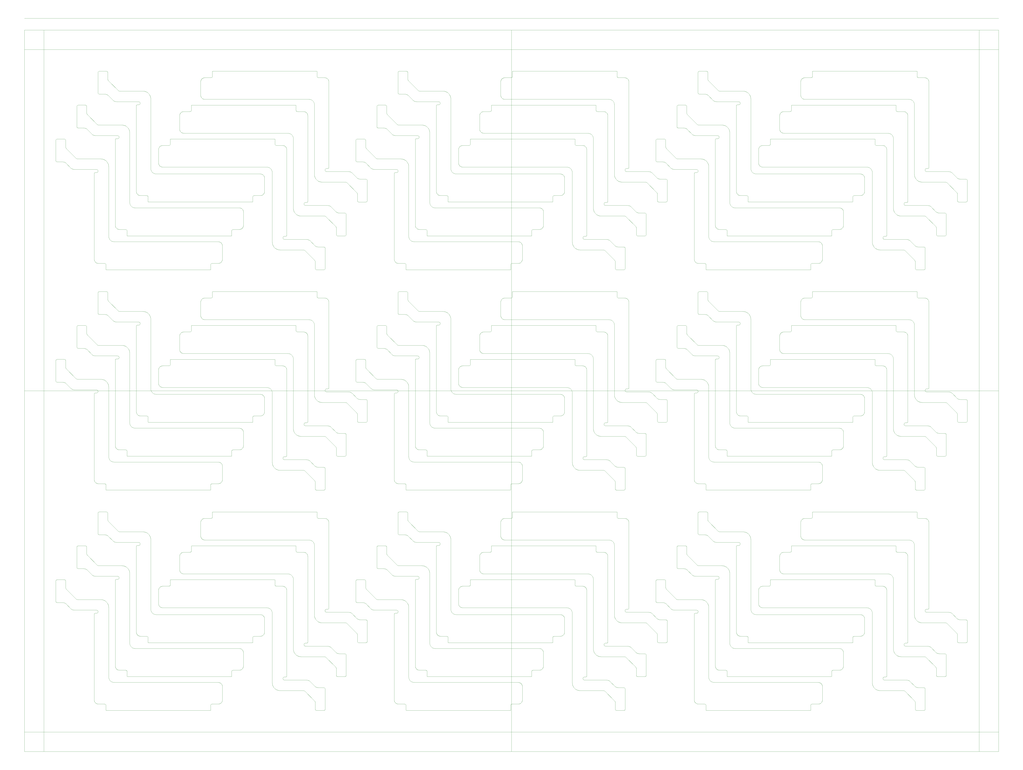
<source format=gbr>
G04 CAM350 V10.5 (Build 464) Date:  Wed May 24 17:28:12 2023 *
G04 Database: d:\n.tan\dai tra\bai tap\note\c9005h02900-00(7).cam *
G04 Layer 1: outline *
%FSLAX44Y44*%
%MOMM*%
%SFA1.000B1.000*%

%MIA0B0*%
%IPPOS*%
%ADD12C,0.25000*%
%ADD100C,0.01000*%
%ADD101C,0.10000*%
%LNoutline*%
%LPD*%
G54D12*
X0Y0D03*
G54D101*
X-2500000Y1850000D02*
G01X2500000D01*
X-2500000Y-1850000D02*
G01Y1850000D01*
X2500000Y-1850000D02*
G01Y1850000D01*
X-2500000Y-1850000D02*
G01X2500000D01*
X-2500000Y-1750000D02*
G01X2500000D01*
X-2400000Y-1850000D02*
G01Y1850000D01*
X2400000Y-1850000D02*
G01Y1850000D01*
X-2500000Y1750000D02*
G01X2500000D01*
X-2500000Y0D02*
G01X2500000D01*
X0Y-1850000D02*
G01Y1850000D01*
G54D100*
X1328382Y-970166D02*
G01X1328388Y-970036D01*
X1328405Y-969906*
X1328433Y-969778*
X1328472Y-969653*
X1328522Y-969532*
X1328583Y-969416*
X1328653Y-969306*
X1328733Y-969202*
X1328821Y-969106*
X1328918Y-969017*
X1329021Y-968937*
X1329132Y-968867*
X1329248Y-968807*
X1329369Y-968757*
X1329494Y-968717*
X1329621Y-968689*
X1329751Y-968672*
X1329882Y-968666*
X1864182*
X1864313Y-968672*
X1864442Y-968689*
X1864570Y-968717*
X1864695Y-968756*
X1864816Y-968807*
X1864932Y-968867*
X1865042Y-968937*
X1865146Y-969017*
X1865243Y-969105*
X1865331Y-969202*
X1865411Y-969306*
X1865481Y-969416*
X1865541Y-969532*
X1865592Y-969653*
X1865631Y-969778*
X1865659Y-969906*
X1865676Y-970035*
X1865682Y-970166*
Y-994461*
X1865709Y-995070*
X1865788Y-995675*
X1865920Y-996272*
X1866104Y-996854*
X1866337Y-997418*
X1866619Y-997960*
X1866947Y-998475*
X1867319Y-998960*
X1867731Y-999410*
X1868182Y-999823*
X1868666Y-1000194*
X1869181Y-1000523*
X1869723Y-1000805*
X1870287Y-1001038*
X1870869Y-1001222*
X1871465Y-1001354*
X1872071Y-1001434*
X1872682Y-1001461*
X1904490*
X1906356Y-1001542*
X1908208Y-1001786*
X1910031Y-1002191*
X1911813Y-1002752*
X1913538Y-1003467*
X1915195Y-1004329*
X1916770Y-1005333*
X1918252Y-1006470*
X1919629Y-1007732*
X1920891Y-1009109*
X1922028Y-1010591*
X1923032Y-1012166*
X1923894Y-1013823*
X1924609Y-1015548*
X1925170Y-1017330*
X1925575Y-1019153*
X1925819Y-1021005*
X1925900Y-1022871*
Y-1462176*
X1925881Y-1462612*
X1925824Y-1463044*
X1925730Y-1463470*
X1925598Y-1463886*
X1925432Y-1464289*
X1925230Y-1464676*
X1924996Y-1465044*
X1924730Y-1465390*
X1924436Y-1465712*
X1924114Y-1466006*
X1923768Y-1466272*
X1923400Y-1466506*
X1923013Y-1466708*
X1922610Y-1466874*
X1922194Y-1467006*
X1921768Y-1467100*
X1921336Y-1467157*
X1920900Y-1467176*
X1914446*
X1913749Y-1467206*
X1913057Y-1467298*
X1912375Y-1467449*
X1911710Y-1467658*
X1911065Y-1467926*
X1910446Y-1468248*
X1909857Y-1468623*
X1909304Y-1469048*
X1908789Y-1469519*
X1908318Y-1470034*
X1907893Y-1470587*
X1907518Y-1471176*
X1907196Y-1471795*
X1906928Y-1472440*
X1906719Y-1473105*
X1906568Y-1473787*
X1906476Y-1474479*
X1906446Y-1475176*
X1906476Y-1475873*
X1906568Y-1476565*
X1906719Y-1477247*
X1906928Y-1477912*
X1907196Y-1478557*
X1907518Y-1479176*
X1907893Y-1479765*
X1908318Y-1480318*
X1908789Y-1480833*
X1909304Y-1481304*
X1909857Y-1481729*
X1910446Y-1482104*
X1911065Y-1482426*
X1911710Y-1482694*
X1912375Y-1482903*
X1913057Y-1483054*
X1913749Y-1483146*
X1914446Y-1483176*
X2028170*
X2030349Y-1483271*
X2032511Y-1483556*
X2034640Y-1484028*
X2036720Y-1484684*
X2038735Y-1485518*
X2040670Y-1486525*
X2042509Y-1487697*
X2044239Y-1489025*
X2045848Y-1490499*
X2069914Y-1514566*
X2071523Y-1516040*
X2073253Y-1517368*
X2075092Y-1518540*
X2077027Y-1519547*
X2079042Y-1520381*
X2081122Y-1521037*
X2083251Y-1521509*
X2085413Y-1521794*
X2087592Y-1521889*
X2115934*
X2116544Y-1521916*
X2117150Y-1521995*
X2117746Y-1522128*
X2118328Y-1522311*
X2118892Y-1522545*
X2119434Y-1522827*
X2119949Y-1523155*
X2120434Y-1523527*
X2120884Y-1523939*
X2121296Y-1524389*
X2121668Y-1524874*
X2121996Y-1525389*
X2122278Y-1525931*
X2122512Y-1526495*
X2122695Y-1527077*
X2122828Y-1527673*
X2122907Y-1528279*
X2122934Y-1528889*
Y-1632282*
X2122907Y-1632892*
X2122828Y-1633498*
X2122695Y-1634094*
X2122512Y-1634676*
X2122278Y-1635240*
X2121996Y-1635782*
X2121668Y-1636297*
X2121296Y-1636781*
X2120884Y-1637232*
X2120434Y-1637644*
X2119949Y-1638016*
X2119434Y-1638344*
X2118892Y-1638626*
X2118328Y-1638860*
X2117746Y-1639043*
X2117150Y-1639176*
X2116544Y-1639255*
X2115934Y-1639282*
X2079704*
X2079095Y-1639255*
X2078490Y-1639176*
X2077893Y-1639044*
X2077311Y-1638860*
X2076747Y-1638627*
X2076205Y-1638345*
X2075690Y-1638017*
X2075205Y-1637645*
X2074755Y-1637233*
X2074342Y-1636782*
X2073971Y-1636298*
X2073642Y-1635783*
X2073360Y-1635241*
X2073127Y-1634677*
X2072943Y-1634095*
X2072811Y-1633499*
X2072731Y-1632893*
X2072704Y-1632282*
Y-1600157*
X2072647Y-1598850*
X2072476Y-1597552*
X2072193Y-1596275*
X2071799Y-1595027*
X2071299Y-1593818*
X2070694Y-1592657*
X2069991Y-1591554*
X2069195Y-1590515*
X2068310Y-1589550*
X2018864Y-1540105*
X2018222Y-1539517*
X2017531Y-1538986*
X2016797Y-1538518*
X2016025Y-1538116*
X2015221Y-1537782*
X2014391Y-1537519*
X2013541Y-1537330*
X2012678Y-1537215*
X2011793Y-1537176*
X1891836*
X1888350Y-1537024*
X1884890Y-1536568*
X1881483Y-1535813*
X1878155Y-1534764*
X1874931Y-1533428*
X1871836Y-1531817*
X1868893Y-1529942*
X1866124Y-1527818*
X1863552Y-1525460*
X1861194Y-1522887*
X1859070Y-1520119*
X1857195Y-1517176*
X1855584Y-1514081*
X1854248Y-1510857*
X1853199Y-1507529*
X1852444Y-1504122*
X1851988Y-1500662*
X1851836Y-1497176*
Y-1140500*
X1851729Y-1138060*
X1851411Y-1135638*
X1850882Y-1133253*
X1850147Y-1130923*
X1849213Y-1128667*
X1848085Y-1126500*
X1846772Y-1124440*
X1845285Y-1122502*
X1843635Y-1120701*
X1841834Y-1119051*
X1839896Y-1117564*
X1837836Y-1116251*
X1835669Y-1115123*
X1833413Y-1114189*
X1831083Y-1113454*
X1828698Y-1112925*
X1826276Y-1112607*
X1823836Y-1112500*
X1289574*
X1287712Y-1112419*
X1285860Y-1112175*
X1284036Y-1111771*
X1282255Y-1111210*
X1280529Y-1110496*
X1278872Y-1109633*
X1277297Y-1108630*
X1275815Y-1107493*
X1274437Y-1106232*
X1273175Y-1104855*
X1272038Y-1103373*
X1271034Y-1101798*
X1270172Y-1100142*
X1269456Y-1098416*
X1268894Y-1096635*
X1268490Y-1094811*
X1268246Y-1092960*
X1268164Y-1091090*
Y-1022871*
X1268245Y-1021006*
X1268489Y-1019158*
X1268892Y-1017338*
X1269451Y-1015560*
X1270164Y-1013837*
X1271023Y-1012183*
X1272023Y-1010610*
X1273156Y-1009129*
X1274414Y-1007753*
X1275787Y-1006492*
X1277264Y-1005355*
X1278834Y-1004350*
X1280486Y-1003486*
X1282206Y-1002769*
X1283983Y-1002204*
X1285802Y-1001796*
X1287649Y-1001548*
X1289574Y-1001461*
X1321382*
X1321992Y-1001434*
X1322598Y-1001355*
X1323194Y-1001222*
X1323776Y-1001039*
X1324340Y-1000805*
X1324882Y-1000523*
X1325397Y-1000195*
X1325882Y-999823*
X1326332Y-999411*
X1326744Y-998960*
X1327116Y-998476*
X1327444Y-997961*
X1327726Y-997419*
X1327960Y-996855*
X1328143Y-996273*
X1328276Y-995677*
X1328355Y-995071*
X1328382Y-994461*
Y-970166*
X1436446Y-796332D02*
G01X1436452Y-796202D01*
X1436469Y-796072*
X1436497Y-795944*
X1436536Y-795819*
X1436586Y-795698*
X1436647Y-795582*
X1436717Y-795472*
X1436797Y-795368*
X1436885Y-795272*
X1436982Y-795183*
X1437085Y-795103*
X1437196Y-795033*
X1437312Y-794973*
X1437433Y-794923*
X1437558Y-794883*
X1437685Y-794855*
X1437815Y-794838*
X1437946Y-794832*
X1972246*
X1972377Y-794838*
X1972506Y-794855*
X1972634Y-794883*
X1972759Y-794922*
X1972880Y-794973*
X1972996Y-795033*
X1973106Y-795103*
X1973210Y-795183*
X1973307Y-795271*
X1973395Y-795368*
X1973475Y-795472*
X1973545Y-795582*
X1973605Y-795698*
X1973656Y-795819*
X1973695Y-795944*
X1973723Y-796072*
X1973740Y-796201*
X1973746Y-796332*
Y-820627*
X1973773Y-821236*
X1973852Y-821841*
X1973984Y-822438*
X1974168Y-823020*
X1974401Y-823584*
X1974683Y-824126*
X1975011Y-824641*
X1975383Y-825126*
X1975795Y-825576*
X1976246Y-825989*
X1976730Y-826360*
X1977245Y-826689*
X1977787Y-826971*
X1978351Y-827204*
X1978933Y-827388*
X1979529Y-827520*
X1980135Y-827600*
X1980746Y-827627*
X2012554*
X2014420Y-827708*
X2016272Y-827952*
X2018095Y-828357*
X2019877Y-828918*
X2021602Y-829633*
X2023259Y-830495*
X2024834Y-831499*
X2026316Y-832636*
X2027693Y-833898*
X2028955Y-835275*
X2030092Y-836757*
X2031096Y-838332*
X2031958Y-839989*
X2032673Y-841714*
X2033234Y-843496*
X2033639Y-845319*
X2033883Y-847171*
X2033964Y-849037*
Y-1288342*
X2033945Y-1288778*
X2033888Y-1289210*
X2033794Y-1289636*
X2033662Y-1290052*
X2033496Y-1290455*
X2033294Y-1290842*
X2033060Y-1291210*
X2032794Y-1291556*
X2032500Y-1291878*
X2032178Y-1292172*
X2031832Y-1292438*
X2031464Y-1292672*
X2031077Y-1292874*
X2030674Y-1293040*
X2030258Y-1293172*
X2029832Y-1293266*
X2029400Y-1293323*
X2028964Y-1293342*
X2022510*
X2021813Y-1293372*
X2021121Y-1293464*
X2020439Y-1293615*
X2019774Y-1293824*
X2019129Y-1294092*
X2018510Y-1294414*
X2017921Y-1294789*
X2017368Y-1295214*
X2016853Y-1295685*
X2016382Y-1296200*
X2015957Y-1296753*
X2015582Y-1297342*
X2015260Y-1297961*
X2014992Y-1298606*
X2014783Y-1299271*
X2014632Y-1299953*
X2014540Y-1300645*
X2014510Y-1301342*
X2014540Y-1302039*
X2014632Y-1302731*
X2014783Y-1303413*
X2014992Y-1304078*
X2015260Y-1304723*
X2015582Y-1305342*
X2015957Y-1305931*
X2016382Y-1306484*
X2016853Y-1306999*
X2017368Y-1307470*
X2017921Y-1307895*
X2018510Y-1308270*
X2019129Y-1308592*
X2019774Y-1308860*
X2020439Y-1309069*
X2021121Y-1309220*
X2021813Y-1309312*
X2022510Y-1309342*
X2136234*
X2138417Y-1309437*
X2140579Y-1309723*
X2142708Y-1310195*
X2144788Y-1310851*
X2146803Y-1311686*
X2148737Y-1312694*
X2150577Y-1313866*
X2152307Y-1315194*
X2153912Y-1316665*
X2177978Y-1340732*
X2179587Y-1342206*
X2181317Y-1343534*
X2183156Y-1344706*
X2185091Y-1345713*
X2187106Y-1346547*
X2189186Y-1347203*
X2191315Y-1347675*
X2193477Y-1347960*
X2195656Y-1348055*
X2223998*
X2224608Y-1348082*
X2225214Y-1348161*
X2225810Y-1348294*
X2226392Y-1348477*
X2226956Y-1348711*
X2227498Y-1348993*
X2228013Y-1349321*
X2228498Y-1349693*
X2228948Y-1350105*
X2229360Y-1350555*
X2229732Y-1351040*
X2230060Y-1351555*
X2230342Y-1352097*
X2230576Y-1352661*
X2230759Y-1353243*
X2230892Y-1353839*
X2230971Y-1354445*
X2230998Y-1355055*
Y-1458448*
X2230971Y-1459058*
X2230892Y-1459664*
X2230759Y-1460260*
X2230576Y-1460842*
X2230342Y-1461406*
X2230060Y-1461948*
X2229732Y-1462463*
X2229360Y-1462947*
X2228948Y-1463398*
X2228498Y-1463810*
X2228013Y-1464182*
X2227498Y-1464510*
X2226956Y-1464792*
X2226392Y-1465026*
X2225810Y-1465209*
X2225214Y-1465342*
X2224608Y-1465421*
X2223998Y-1465448*
X2187768*
X2187159Y-1465421*
X2186554Y-1465342*
X2185957Y-1465210*
X2185375Y-1465026*
X2184811Y-1464793*
X2184269Y-1464511*
X2183754Y-1464183*
X2183269Y-1463811*
X2182819Y-1463399*
X2182406Y-1462948*
X2182035Y-1462464*
X2181706Y-1461949*
X2181424Y-1461407*
X2181191Y-1460843*
X2181007Y-1460261*
X2180875Y-1459665*
X2180795Y-1459059*
X2180768Y-1458448*
Y-1426323*
X2180711Y-1425016*
X2180540Y-1423718*
X2180257Y-1422441*
X2179863Y-1421193*
X2179363Y-1419984*
X2178758Y-1418823*
X2178055Y-1417720*
X2177259Y-1416681*
X2176374Y-1415716*
X2126928Y-1366271*
X2126286Y-1365683*
X2125595Y-1365152*
X2124861Y-1364684*
X2124089Y-1364282*
X2123285Y-1363948*
X2122455Y-1363685*
X2121605Y-1363496*
X2120742Y-1363381*
X2119857Y-1363342*
X1999900*
X1996414Y-1363190*
X1992954Y-1362734*
X1989547Y-1361979*
X1986219Y-1360930*
X1982995Y-1359594*
X1979900Y-1357983*
X1976957Y-1356108*
X1974188Y-1353984*
X1971616Y-1351626*
X1969258Y-1349053*
X1967134Y-1346285*
X1965259Y-1343342*
X1963648Y-1340247*
X1962312Y-1337023*
X1961263Y-1333695*
X1960508Y-1330288*
X1960052Y-1326828*
X1959900Y-1323342*
Y-966666*
X1959793Y-964226*
X1959475Y-961804*
X1958946Y-959419*
X1958211Y-957089*
X1957277Y-954833*
X1956149Y-952666*
X1954836Y-950606*
X1953349Y-948668*
X1951699Y-946867*
X1949898Y-945217*
X1947960Y-943730*
X1945900Y-942417*
X1943733Y-941289*
X1941477Y-940355*
X1939147Y-939620*
X1936762Y-939091*
X1934340Y-938773*
X1931900Y-938666*
X1397638*
X1395776Y-938585*
X1393924Y-938341*
X1392100Y-937937*
X1390319Y-937376*
X1388593Y-936662*
X1386936Y-935799*
X1385361Y-934796*
X1383879Y-933659*
X1382501Y-932398*
X1381239Y-931021*
X1380102Y-929539*
X1379098Y-927964*
X1378236Y-926308*
X1377520Y-924582*
X1376958Y-922801*
X1376554Y-920977*
X1376310Y-919126*
X1376228Y-917256*
Y-849037*
X1376309Y-847172*
X1376553Y-845324*
X1376956Y-843504*
X1377515Y-841726*
X1378228Y-840003*
X1379087Y-838349*
X1380087Y-836776*
X1381220Y-835295*
X1382478Y-833919*
X1383851Y-832658*
X1385328Y-831521*
X1386898Y-830516*
X1388550Y-829652*
X1390270Y-828935*
X1392047Y-828370*
X1393866Y-827962*
X1395713Y-827714*
X1397638Y-827627*
X1429446*
X1430056Y-827600*
X1430662Y-827521*
X1431258Y-827388*
X1431840Y-827205*
X1432404Y-826971*
X1432946Y-826689*
X1433461Y-826361*
X1433946Y-825989*
X1434396Y-825577*
X1434808Y-825126*
X1435180Y-824642*
X1435508Y-824127*
X1435790Y-823585*
X1436024Y-823021*
X1436207Y-822439*
X1436340Y-821843*
X1436419Y-821237*
X1436446Y-820627*
Y-796332*
X1544510Y-622498D02*
G01X1544516Y-622368D01*
X1544533Y-622238*
X1544561Y-622110*
X1544600Y-621985*
X1544650Y-621864*
X1544711Y-621748*
X1544781Y-621638*
X1544861Y-621534*
X1544949Y-621438*
X1545046Y-621349*
X1545149Y-621269*
X1545260Y-621199*
X1545376Y-621139*
X1545497Y-621089*
X1545622Y-621049*
X1545749Y-621021*
X1545879Y-621004*
X1546010Y-620998*
X2080310*
X2080441Y-621004*
X2080570Y-621021*
X2080698Y-621049*
X2080823Y-621088*
X2080944Y-621139*
X2081060Y-621199*
X2081170Y-621269*
X2081274Y-621349*
X2081371Y-621437*
X2081459Y-621534*
X2081539Y-621638*
X2081609Y-621748*
X2081669Y-621864*
X2081720Y-621985*
X2081759Y-622110*
X2081787Y-622238*
X2081804Y-622367*
X2081810Y-622498*
Y-646793*
X2081837Y-647402*
X2081916Y-648007*
X2082048Y-648604*
X2082232Y-649186*
X2082465Y-649750*
X2082747Y-650292*
X2083075Y-650807*
X2083447Y-651292*
X2083859Y-651742*
X2084310Y-652155*
X2084794Y-652526*
X2085309Y-652855*
X2085851Y-653137*
X2086415Y-653370*
X2086997Y-653554*
X2087593Y-653686*
X2088199Y-653766*
X2088810Y-653793*
X2120618*
X2122484Y-653874*
X2124336Y-654118*
X2126159Y-654523*
X2127941Y-655084*
X2129666Y-655799*
X2131323Y-656661*
X2132898Y-657665*
X2134380Y-658802*
X2135757Y-660064*
X2137019Y-661441*
X2138156Y-662923*
X2139160Y-664498*
X2140022Y-666155*
X2140737Y-667880*
X2141298Y-669662*
X2141703Y-671485*
X2141947Y-673337*
X2142028Y-675203*
Y-1114508*
X2142009Y-1114944*
X2141952Y-1115376*
X2141858Y-1115802*
X2141726Y-1116218*
X2141560Y-1116621*
X2141358Y-1117008*
X2141124Y-1117376*
X2140858Y-1117722*
X2140564Y-1118044*
X2140242Y-1118338*
X2139896Y-1118604*
X2139528Y-1118838*
X2139141Y-1119040*
X2138738Y-1119206*
X2138322Y-1119338*
X2137896Y-1119432*
X2137464Y-1119489*
X2137028Y-1119508*
X2130574*
X2129877Y-1119538*
X2129185Y-1119630*
X2128503Y-1119781*
X2127838Y-1119990*
X2127193Y-1120258*
X2126574Y-1120580*
X2125985Y-1120955*
X2125432Y-1121380*
X2124917Y-1121851*
X2124446Y-1122366*
X2124021Y-1122919*
X2123646Y-1123508*
X2123324Y-1124127*
X2123056Y-1124772*
X2122847Y-1125437*
X2122696Y-1126119*
X2122604Y-1126811*
X2122574Y-1127508*
X2122604Y-1128205*
X2122696Y-1128897*
X2122847Y-1129579*
X2123056Y-1130244*
X2123324Y-1130889*
X2123646Y-1131508*
X2124021Y-1132097*
X2124446Y-1132650*
X2124917Y-1133165*
X2125432Y-1133636*
X2125985Y-1134061*
X2126574Y-1134436*
X2127193Y-1134758*
X2127838Y-1135026*
X2128503Y-1135235*
X2129185Y-1135386*
X2129877Y-1135478*
X2130574Y-1135508*
X2244298*
X2246481Y-1135603*
X2248643Y-1135889*
X2250772Y-1136361*
X2252852Y-1137017*
X2254867Y-1137852*
X2256801Y-1138860*
X2258641Y-1140032*
X2260371Y-1141360*
X2261976Y-1142831*
X2286042Y-1166898*
X2287651Y-1168372*
X2289381Y-1169700*
X2291220Y-1170872*
X2293155Y-1171879*
X2295170Y-1172713*
X2297250Y-1173369*
X2299379Y-1173841*
X2301541Y-1174126*
X2303720Y-1174221*
X2332062*
X2332672Y-1174248*
X2333278Y-1174327*
X2333874Y-1174460*
X2334456Y-1174643*
X2335020Y-1174877*
X2335562Y-1175159*
X2336077Y-1175487*
X2336562Y-1175859*
X2337012Y-1176271*
X2337424Y-1176721*
X2337796Y-1177206*
X2338124Y-1177721*
X2338406Y-1178263*
X2338640Y-1178827*
X2338823Y-1179409*
X2338956Y-1180005*
X2339035Y-1180611*
X2339062Y-1181221*
Y-1284614*
X2339035Y-1285224*
X2338956Y-1285830*
X2338823Y-1286426*
X2338640Y-1287008*
X2338406Y-1287572*
X2338124Y-1288114*
X2337796Y-1288629*
X2337424Y-1289113*
X2337012Y-1289564*
X2336562Y-1289976*
X2336077Y-1290348*
X2335562Y-1290676*
X2335020Y-1290958*
X2334456Y-1291192*
X2333874Y-1291375*
X2333278Y-1291508*
X2332672Y-1291587*
X2332062Y-1291614*
X2295832*
X2295223Y-1291587*
X2294618Y-1291508*
X2294021Y-1291376*
X2293439Y-1291192*
X2292875Y-1290959*
X2292333Y-1290677*
X2291818Y-1290349*
X2291333Y-1289977*
X2290883Y-1289565*
X2290470Y-1289114*
X2290099Y-1288630*
X2289770Y-1288115*
X2289488Y-1287573*
X2289255Y-1287009*
X2289071Y-1286427*
X2288939Y-1285831*
X2288859Y-1285225*
X2288832Y-1284614*
Y-1252489*
X2288775Y-1251182*
X2288604Y-1249884*
X2288321Y-1248607*
X2287927Y-1247359*
X2287427Y-1246150*
X2286822Y-1244989*
X2286119Y-1243886*
X2285323Y-1242847*
X2284438Y-1241882*
X2234992Y-1192437*
X2234350Y-1191849*
X2233659Y-1191318*
X2232925Y-1190850*
X2232153Y-1190448*
X2231349Y-1190114*
X2230519Y-1189851*
X2229669Y-1189662*
X2228806Y-1189547*
X2227921Y-1189508*
X2107964*
X2104485Y-1189356*
X2101025Y-1188902*
X2097618Y-1188147*
X2094290Y-1187098*
X2091066Y-1185763*
X2087970Y-1184152*
X2085027Y-1182278*
X2082258Y-1180154*
X2079685Y-1177797*
X2077327Y-1175225*
X2075202Y-1172457*
X2073326Y-1169514*
X2071715Y-1166419*
X2070379Y-1163195*
X2069329Y-1159867*
X2068573Y-1156461*
X2068117Y-1153001*
X2067964Y-1149508*
Y-792832*
X2067857Y-790392*
X2067539Y-787970*
X2067010Y-785585*
X2066275Y-783255*
X2065341Y-780999*
X2064213Y-778832*
X2062900Y-776772*
X2061413Y-774834*
X2059763Y-773033*
X2057962Y-771383*
X2056024Y-769896*
X2053964Y-768583*
X2051797Y-767455*
X2049541Y-766521*
X2047211Y-765786*
X2044826Y-765257*
X2042404Y-764939*
X2039964Y-764832*
X1505702*
X1503840Y-764751*
X1501988Y-764507*
X1500164Y-764103*
X1498383Y-763542*
X1496657Y-762828*
X1495000Y-761965*
X1493425Y-760962*
X1491943Y-759825*
X1490565Y-758564*
X1489303Y-757187*
X1488166Y-755705*
X1487162Y-754130*
X1486300Y-752474*
X1485584Y-750748*
X1485022Y-748967*
X1484618Y-747143*
X1484374Y-745292*
X1484292Y-743422*
Y-675203*
X1484373Y-673338*
X1484617Y-671490*
X1485020Y-669670*
X1485579Y-667892*
X1486292Y-666169*
X1487151Y-664515*
X1488151Y-662942*
X1489284Y-661461*
X1490542Y-660085*
X1491915Y-658824*
X1493392Y-657687*
X1494962Y-656682*
X1496614Y-655818*
X1498334Y-655101*
X1500111Y-654536*
X1501930Y-654128*
X1503777Y-653880*
X1505702Y-653793*
X1537510*
X1538120Y-653766*
X1538726Y-653687*
X1539322Y-653554*
X1539904Y-653371*
X1540468Y-653137*
X1541010Y-652855*
X1541525Y-652527*
X1542010Y-652155*
X1542460Y-651743*
X1542872Y-651292*
X1543244Y-650808*
X1543572Y-650293*
X1543854Y-649751*
X1544088Y-649187*
X1544271Y-648605*
X1544404Y-648009*
X1544483Y-647403*
X1544510Y-646793*
Y-622498*
X1751618Y-1289834D02*
G01X1751612Y-1289965D01*
X1751595Y-1290094*
X1751567Y-1290222*
X1751528Y-1290347*
X1751477Y-1290468*
X1751417Y-1290584*
X1751347Y-1290694*
X1751267Y-1290798*
X1751179Y-1290895*
X1751082Y-1290983*
X1750978Y-1291063*
X1750868Y-1291133*
X1750752Y-1291193*
X1750631Y-1291244*
X1750506Y-1291283*
X1750378Y-1291311*
X1750249Y-1291328*
X1750118Y-1291334*
X1215818*
X1215688Y-1291328*
X1215558Y-1291311*
X1215430Y-1291283*
X1215305Y-1291244*
X1215184Y-1291194*
X1215068Y-1291133*
X1214958Y-1291063*
X1214854Y-1290983*
X1214758Y-1290895*
X1214669Y-1290798*
X1214589Y-1290695*
X1214519Y-1290584*
X1214459Y-1290468*
X1214409Y-1290347*
X1214369Y-1290222*
X1214341Y-1290095*
X1214324Y-1289965*
X1214318Y-1289834*
Y-1265539*
X1214291Y-1264929*
X1214212Y-1264323*
X1214079Y-1263727*
X1213896Y-1263145*
X1213662Y-1262581*
X1213380Y-1262039*
X1213052Y-1261524*
X1212680Y-1261039*
X1212268Y-1260589*
X1211818Y-1260177*
X1211333Y-1259805*
X1210818Y-1259477*
X1210276Y-1259195*
X1209712Y-1258961*
X1209130Y-1258778*
X1208534Y-1258645*
X1207928Y-1258566*
X1207318Y-1258539*
X1175510*
X1173648Y-1258458*
X1171796Y-1258214*
X1169972Y-1257810*
X1168191Y-1257249*
X1166465Y-1256535*
X1164808Y-1255672*
X1163233Y-1254669*
X1161751Y-1253532*
X1160373Y-1252271*
X1159111Y-1250894*
X1157974Y-1249412*
X1156970Y-1247837*
X1156108Y-1246181*
X1155392Y-1244455*
X1154830Y-1242674*
X1154426Y-1240850*
X1154182Y-1238999*
X1154100Y-1237129*
Y-797824*
X1154119Y-797389*
X1154176Y-796957*
X1154270Y-796531*
X1154401Y-796115*
X1154568Y-795712*
X1154769Y-795325*
X1155004Y-794957*
X1155269Y-794611*
X1155564Y-794289*
X1155885Y-793994*
X1156231Y-793729*
X1156599Y-793494*
X1156986Y-793293*
X1157389Y-793126*
X1157805Y-792995*
X1158231Y-792900*
X1158663Y-792843*
X1159100Y-792824*
X1165554*
X1166251Y-792794*
X1166943Y-792702*
X1167625Y-792551*
X1168290Y-792342*
X1168935Y-792074*
X1169554Y-791752*
X1170143Y-791377*
X1170696Y-790952*
X1171211Y-790481*
X1171682Y-789966*
X1172107Y-789413*
X1172482Y-788824*
X1172804Y-788205*
X1173072Y-787560*
X1173281Y-786895*
X1173432Y-786213*
X1173524Y-785521*
X1173554Y-784824*
X1173524Y-784127*
X1173432Y-783435*
X1173281Y-782753*
X1173072Y-782088*
X1172804Y-781443*
X1172482Y-780824*
X1172107Y-780235*
X1171682Y-779682*
X1171211Y-779167*
X1170696Y-778696*
X1170143Y-778271*
X1169554Y-777896*
X1168935Y-777574*
X1168290Y-777306*
X1167625Y-777097*
X1166943Y-776946*
X1166251Y-776854*
X1165554Y-776824*
X1051830*
X1049656Y-776729*
X1047493Y-776445*
X1045364Y-775973*
X1043284Y-775318*
X1041269Y-774484*
X1039334Y-773477*
X1037495Y-772305*
X1035764Y-770978*
X1034152Y-769501*
X1010086Y-745434*
X1008481Y-743963*
X1006751Y-742635*
X1004911Y-741463*
X1002977Y-740455*
X1000962Y-739620*
X998882Y-738964*
X996753Y-738492*
X994591Y-738206*
X992408Y-738111*
X964066*
X963457Y-738084*
X962852Y-738005*
X962255Y-737873*
X961673Y-737689*
X961109Y-737456*
X960567Y-737174*
X960052Y-736846*
X959567Y-736474*
X959117Y-736062*
X958704Y-735611*
X958333Y-735127*
X958004Y-734612*
X957722Y-734070*
X957489Y-733506*
X957305Y-732924*
X957173Y-732328*
X957093Y-731722*
X957066Y-731111*
Y-627718*
X957093Y-627109*
X957172Y-626504*
X957304Y-625907*
X957488Y-625325*
X957721Y-624761*
X958003Y-624219*
X958331Y-623704*
X958703Y-623219*
X959115Y-622769*
X959566Y-622356*
X960050Y-621985*
X960565Y-621656*
X961107Y-621374*
X961671Y-621141*
X962253Y-620957*
X962849Y-620825*
X963455Y-620745*
X964066Y-620718*
X1000296*
X1000906Y-620745*
X1001512Y-620824*
X1002108Y-620957*
X1002690Y-621140*
X1003254Y-621374*
X1003796Y-621656*
X1004311Y-621984*
X1004796Y-622356*
X1005246Y-622768*
X1005658Y-623218*
X1006030Y-623703*
X1006358Y-624218*
X1006640Y-624760*
X1006874Y-625324*
X1007057Y-625906*
X1007190Y-626502*
X1007269Y-627108*
X1007296Y-627718*
Y-659843*
X1007353Y-661148*
X1007523Y-662445*
X1007806Y-663723*
X1008200Y-664971*
X1008700Y-666180*
X1009304Y-667341*
X1010007Y-668444*
X1010804Y-669483*
X1011690Y-670449*
X1061136Y-719895*
X1061779Y-720484*
X1062470Y-721015*
X1063204Y-721482*
X1063976Y-721885*
X1064780Y-722219*
X1065611Y-722481*
X1066460Y-722670*
X1067323Y-722785*
X1068207Y-722824*
X1188164*
X1191657Y-722977*
X1195117Y-723433*
X1198524Y-724189*
X1201851Y-725239*
X1205075Y-726575*
X1208170Y-728186*
X1211113Y-730062*
X1213881Y-732187*
X1216453Y-734545*
X1218810Y-737118*
X1220934Y-739887*
X1222809Y-742830*
X1224419Y-745926*
X1225754Y-749150*
X1226803Y-752478*
X1227558Y-755885*
X1228012Y-759345*
X1228164Y-762824*
Y-1119500*
X1228270Y-1121935*
X1228589Y-1124357*
X1229117Y-1126742*
X1229851Y-1129072*
X1230785Y-1131329*
X1231913Y-1133496*
X1233225Y-1135556*
X1234712Y-1137494*
X1236362Y-1139296*
X1238162Y-1140946*
X1240100Y-1142433*
X1242160Y-1143746*
X1244326Y-1144875*
X1246583Y-1145810*
X1248912Y-1146545*
X1251297Y-1147074*
X1253719Y-1147393*
X1256164Y-1147500*
X1790426*
X1792292Y-1147581*
X1794144Y-1147825*
X1795967Y-1148230*
X1797749Y-1148791*
X1799474Y-1149506*
X1801131Y-1150368*
X1802706Y-1151372*
X1804188Y-1152509*
X1805565Y-1153771*
X1806827Y-1155148*
X1807964Y-1156630*
X1808968Y-1158205*
X1809830Y-1159862*
X1810545Y-1161587*
X1811106Y-1163369*
X1811511Y-1165192*
X1811755Y-1167044*
X1811836Y-1168910*
Y-1237129*
X1811755Y-1238990*
X1811512Y-1240839*
X1811109Y-1242659*
X1810550Y-1244437*
X1809838Y-1246160*
X1808979Y-1247814*
X1807979Y-1249387*
X1806846Y-1250868*
X1805589Y-1252244*
X1804216Y-1253506*
X1802739Y-1254643*
X1801169Y-1255648*
X1799518Y-1256512*
X1797797Y-1257230*
X1796021Y-1257795*
X1794202Y-1258203*
X1792354Y-1258452*
X1790426Y-1258539*
X1758618*
X1758009Y-1258566*
X1757404Y-1258645*
X1756807Y-1258777*
X1756225Y-1258961*
X1755661Y-1259194*
X1755119Y-1259476*
X1754604Y-1259804*
X1754119Y-1260176*
X1753669Y-1260588*
X1753256Y-1261039*
X1752885Y-1261523*
X1752556Y-1262038*
X1752274Y-1262580*
X1752041Y-1263144*
X1751857Y-1263726*
X1751725Y-1264322*
X1751645Y-1264928*
X1751618Y-1265539*
Y-1289834*
X1643554Y-1463668D02*
G01X1643548Y-1463799D01*
X1643531Y-1463928*
X1643503Y-1464056*
X1643464Y-1464181*
X1643413Y-1464302*
X1643353Y-1464418*
X1643283Y-1464528*
X1643203Y-1464632*
X1643115Y-1464729*
X1643018Y-1464817*
X1642914Y-1464897*
X1642804Y-1464967*
X1642688Y-1465027*
X1642567Y-1465078*
X1642442Y-1465117*
X1642314Y-1465145*
X1642185Y-1465162*
X1642054Y-1465168*
X1107754*
X1107624Y-1465162*
X1107494Y-1465145*
X1107366Y-1465117*
X1107241Y-1465078*
X1107120Y-1465028*
X1107004Y-1464967*
X1106894Y-1464897*
X1106790Y-1464817*
X1106694Y-1464729*
X1106605Y-1464632*
X1106525Y-1464529*
X1106455Y-1464418*
X1106395Y-1464302*
X1106345Y-1464181*
X1106305Y-1464056*
X1106277Y-1463929*
X1106260Y-1463799*
X1106254Y-1463668*
Y-1439373*
X1106227Y-1438763*
X1106148Y-1438157*
X1106015Y-1437561*
X1105832Y-1436979*
X1105598Y-1436415*
X1105316Y-1435873*
X1104988Y-1435358*
X1104616Y-1434873*
X1104204Y-1434423*
X1103754Y-1434011*
X1103269Y-1433639*
X1102754Y-1433311*
X1102212Y-1433029*
X1101648Y-1432795*
X1101066Y-1432612*
X1100470Y-1432479*
X1099864Y-1432400*
X1099254Y-1432373*
X1067446*
X1065584Y-1432292*
X1063732Y-1432048*
X1061908Y-1431644*
X1060127Y-1431083*
X1058401Y-1430369*
X1056744Y-1429506*
X1055169Y-1428503*
X1053687Y-1427366*
X1052309Y-1426105*
X1051047Y-1424728*
X1049910Y-1423246*
X1048906Y-1421671*
X1048044Y-1420015*
X1047328Y-1418289*
X1046766Y-1416508*
X1046362Y-1414684*
X1046118Y-1412833*
X1046036Y-1410963*
Y-971658*
X1046055Y-971223*
X1046112Y-970791*
X1046206Y-970365*
X1046337Y-969949*
X1046504Y-969546*
X1046705Y-969159*
X1046940Y-968791*
X1047205Y-968445*
X1047500Y-968123*
X1047821Y-967828*
X1048167Y-967563*
X1048535Y-967328*
X1048922Y-967127*
X1049325Y-966960*
X1049741Y-966829*
X1050167Y-966734*
X1050599Y-966677*
X1051036Y-966658*
X1057490*
X1058187Y-966628*
X1058879Y-966536*
X1059561Y-966385*
X1060226Y-966176*
X1060871Y-965908*
X1061490Y-965586*
X1062079Y-965211*
X1062632Y-964786*
X1063147Y-964315*
X1063618Y-963800*
X1064043Y-963247*
X1064418Y-962658*
X1064740Y-962039*
X1065008Y-961394*
X1065217Y-960729*
X1065368Y-960047*
X1065460Y-959355*
X1065490Y-958658*
X1065460Y-957961*
X1065368Y-957269*
X1065217Y-956587*
X1065008Y-955922*
X1064740Y-955277*
X1064418Y-954658*
X1064043Y-954069*
X1063618Y-953516*
X1063147Y-953001*
X1062632Y-952530*
X1062079Y-952105*
X1061490Y-951730*
X1060871Y-951408*
X1060226Y-951140*
X1059561Y-950931*
X1058879Y-950780*
X1058187Y-950688*
X1057490Y-950658*
X943766*
X941592Y-950563*
X939429Y-950279*
X937300Y-949807*
X935220Y-949152*
X933205Y-948318*
X931270Y-947311*
X929431Y-946139*
X927700Y-944812*
X926088Y-943335*
X902022Y-919268*
X900417Y-917797*
X898687Y-916469*
X896847Y-915297*
X894913Y-914289*
X892898Y-913454*
X890818Y-912798*
X888689Y-912326*
X886527Y-912040*
X884344Y-911945*
X856002*
X855393Y-911918*
X854788Y-911839*
X854191Y-911707*
X853609Y-911523*
X853045Y-911290*
X852503Y-911008*
X851988Y-910680*
X851503Y-910308*
X851053Y-909896*
X850640Y-909445*
X850269Y-908961*
X849940Y-908446*
X849658Y-907904*
X849425Y-907340*
X849241Y-906758*
X849109Y-906162*
X849029Y-905556*
X849002Y-904945*
Y-801552*
X849029Y-800943*
X849108Y-800338*
X849240Y-799741*
X849424Y-799159*
X849657Y-798595*
X849939Y-798053*
X850267Y-797538*
X850639Y-797053*
X851051Y-796603*
X851502Y-796190*
X851986Y-795819*
X852501Y-795490*
X853043Y-795208*
X853607Y-794975*
X854189Y-794791*
X854785Y-794659*
X855391Y-794579*
X856002Y-794552*
X892232*
X892842Y-794579*
X893448Y-794658*
X894044Y-794791*
X894626Y-794974*
X895190Y-795208*
X895732Y-795490*
X896247Y-795818*
X896732Y-796190*
X897182Y-796602*
X897594Y-797052*
X897966Y-797537*
X898294Y-798052*
X898576Y-798594*
X898810Y-799158*
X898993Y-799740*
X899126Y-800336*
X899205Y-800942*
X899232Y-801552*
Y-833677*
X899289Y-834987*
X899460Y-836284*
X899744Y-837562*
X900138Y-838810*
X900638Y-840018*
X901243Y-841179*
X901946Y-842283*
X902743Y-843321*
X903626Y-844283*
X953072Y-893729*
X953715Y-894318*
X954406Y-894849*
X955140Y-895316*
X955912Y-895719*
X956716Y-896053*
X957547Y-896315*
X958396Y-896504*
X959259Y-896619*
X960143Y-896658*
X1080100*
X1083586Y-896810*
X1087046Y-897266*
X1090453Y-898021*
X1093781Y-899070*
X1097005Y-900406*
X1100100Y-902017*
X1103043Y-903892*
X1105812Y-906016*
X1108384Y-908374*
X1110742Y-910946*
X1112866Y-913715*
X1114741Y-916658*
X1116352Y-919753*
X1117688Y-922977*
X1118737Y-926305*
X1119492Y-929712*
X1119948Y-933172*
X1120100Y-936658*
Y-1293334*
X1120206Y-1295769*
X1120525Y-1298191*
X1121053Y-1300576*
X1121787Y-1302906*
X1122721Y-1305163*
X1123849Y-1307330*
X1125161Y-1309390*
X1126648Y-1311328*
X1128298Y-1313130*
X1130098Y-1314780*
X1132036Y-1316267*
X1134096Y-1317580*
X1136262Y-1318709*
X1138519Y-1319644*
X1140848Y-1320379*
X1143233Y-1320908*
X1145655Y-1321227*
X1148100Y-1321334*
X1682362*
X1684228Y-1321415*
X1686080Y-1321659*
X1687903Y-1322064*
X1689685Y-1322625*
X1691410Y-1323340*
X1693067Y-1324202*
X1694642Y-1325206*
X1696124Y-1326343*
X1697501Y-1327605*
X1698763Y-1328982*
X1699900Y-1330464*
X1700904Y-1332039*
X1701766Y-1333696*
X1702481Y-1335421*
X1703042Y-1337203*
X1703447Y-1339026*
X1703691Y-1340878*
X1703772Y-1342744*
Y-1410963*
X1703691Y-1412824*
X1703448Y-1414673*
X1703045Y-1416493*
X1702486Y-1418271*
X1701774Y-1419994*
X1700915Y-1421648*
X1699915Y-1423221*
X1698782Y-1424702*
X1697525Y-1426078*
X1696152Y-1427340*
X1694675Y-1428477*
X1693105Y-1429482*
X1691454Y-1430346*
X1689733Y-1431064*
X1687957Y-1431629*
X1686138Y-1432037*
X1684290Y-1432286*
X1682362Y-1432373*
X1650554*
X1649945Y-1432400*
X1649340Y-1432479*
X1648743Y-1432611*
X1648161Y-1432795*
X1647597Y-1433028*
X1647055Y-1433310*
X1646540Y-1433638*
X1646055Y-1434010*
X1645605Y-1434422*
X1645192Y-1434873*
X1644821Y-1435357*
X1644492Y-1435872*
X1644210Y-1436414*
X1643977Y-1436978*
X1643793Y-1437560*
X1643661Y-1438156*
X1643581Y-1438762*
X1643554Y-1439373*
Y-1463668*
X1535490Y-1637502D02*
G01X1535484Y-1637633D01*
X1535467Y-1637762*
X1535439Y-1637890*
X1535400Y-1638015*
X1535349Y-1638136*
X1535289Y-1638252*
X1535219Y-1638362*
X1535139Y-1638466*
X1535051Y-1638563*
X1534954Y-1638651*
X1534850Y-1638731*
X1534740Y-1638801*
X1534624Y-1638861*
X1534503Y-1638912*
X1534378Y-1638951*
X1534250Y-1638979*
X1534121Y-1638996*
X1533990Y-1639002*
X999690*
X999560Y-1638996*
X999430Y-1638979*
X999302Y-1638951*
X999177Y-1638912*
X999056Y-1638862*
X998940Y-1638801*
X998830Y-1638731*
X998726Y-1638651*
X998630Y-1638563*
X998541Y-1638466*
X998461Y-1638363*
X998391Y-1638252*
X998331Y-1638136*
X998281Y-1638015*
X998241Y-1637890*
X998213Y-1637763*
X998196Y-1637633*
X998190Y-1637502*
Y-1613207*
X998163Y-1612597*
X998084Y-1611991*
X997951Y-1611395*
X997768Y-1610813*
X997534Y-1610249*
X997252Y-1609707*
X996924Y-1609192*
X996552Y-1608707*
X996140Y-1608257*
X995690Y-1607845*
X995205Y-1607473*
X994690Y-1607145*
X994148Y-1606863*
X993584Y-1606629*
X993002Y-1606446*
X992406Y-1606313*
X991800Y-1606234*
X991190Y-1606207*
X959382*
X957520Y-1606126*
X955668Y-1605882*
X953844Y-1605478*
X952063Y-1604917*
X950337Y-1604203*
X948680Y-1603340*
X947105Y-1602337*
X945623Y-1601200*
X944245Y-1599939*
X942983Y-1598562*
X941846Y-1597080*
X940842Y-1595505*
X939980Y-1593849*
X939264Y-1592123*
X938702Y-1590342*
X938298Y-1588518*
X938054Y-1586667*
X937972Y-1584797*
Y-1145492*
X937991Y-1145057*
X938048Y-1144625*
X938142Y-1144199*
X938273Y-1143783*
X938440Y-1143380*
X938641Y-1142993*
X938876Y-1142625*
X939141Y-1142279*
X939436Y-1141957*
X939757Y-1141662*
X940103Y-1141397*
X940471Y-1141162*
X940858Y-1140961*
X941261Y-1140794*
X941677Y-1140663*
X942103Y-1140568*
X942535Y-1140511*
X942972Y-1140492*
X949426*
X950123Y-1140462*
X950815Y-1140370*
X951497Y-1140219*
X952162Y-1140010*
X952807Y-1139742*
X953426Y-1139420*
X954015Y-1139045*
X954568Y-1138620*
X955083Y-1138149*
X955554Y-1137634*
X955979Y-1137081*
X956354Y-1136492*
X956676Y-1135873*
X956944Y-1135228*
X957153Y-1134563*
X957304Y-1133881*
X957396Y-1133189*
X957426Y-1132492*
X957396Y-1131795*
X957304Y-1131103*
X957153Y-1130421*
X956944Y-1129756*
X956676Y-1129111*
X956354Y-1128492*
X955979Y-1127903*
X955554Y-1127350*
X955083Y-1126835*
X954568Y-1126364*
X954015Y-1125939*
X953426Y-1125564*
X952807Y-1125242*
X952162Y-1124974*
X951497Y-1124765*
X950815Y-1124614*
X950123Y-1124522*
X949426Y-1124492*
X835702*
X833523Y-1124397*
X831361Y-1124112*
X829232Y-1123640*
X827152Y-1122984*
X825137Y-1122150*
X823202Y-1121143*
X821363Y-1119971*
X819633Y-1118643*
X818024Y-1117169*
X793958Y-1093102*
X792353Y-1091631*
X790623Y-1090303*
X788783Y-1089131*
X786849Y-1088123*
X784834Y-1087288*
X782754Y-1086632*
X780625Y-1086160*
X778463Y-1085874*
X776280Y-1085779*
X747938*
X747329Y-1085752*
X746724Y-1085673*
X746127Y-1085541*
X745545Y-1085357*
X744981Y-1085124*
X744439Y-1084842*
X743924Y-1084514*
X743439Y-1084142*
X742989Y-1083730*
X742576Y-1083279*
X742205Y-1082795*
X741876Y-1082280*
X741594Y-1081738*
X741361Y-1081174*
X741177Y-1080592*
X741045Y-1079996*
X740965Y-1079390*
X740938Y-1078779*
Y-975386*
X740965Y-974777*
X741044Y-974172*
X741176Y-973575*
X741360Y-972993*
X741593Y-972429*
X741875Y-971887*
X742203Y-971372*
X742575Y-970887*
X742987Y-970437*
X743438Y-970024*
X743922Y-969653*
X744437Y-969324*
X744979Y-969042*
X745543Y-968809*
X746125Y-968625*
X746721Y-968493*
X747327Y-968413*
X747938Y-968386*
X784168*
X784778Y-968413*
X785384Y-968492*
X785980Y-968625*
X786562Y-968808*
X787126Y-969042*
X787668Y-969324*
X788183Y-969652*
X788668Y-970024*
X789118Y-970436*
X789530Y-970886*
X789902Y-971371*
X790230Y-971886*
X790512Y-972428*
X790746Y-972992*
X790929Y-973574*
X791062Y-974170*
X791141Y-974776*
X791168Y-975386*
Y-1007511*
X791225Y-1008821*
X791396Y-1010118*
X791680Y-1011396*
X792074Y-1012644*
X792574Y-1013852*
X793179Y-1015013*
X793882Y-1016117*
X794679Y-1017155*
X795562Y-1018117*
X845008Y-1067563*
X845651Y-1068152*
X846342Y-1068683*
X847076Y-1069150*
X847848Y-1069553*
X848652Y-1069887*
X849483Y-1070149*
X850332Y-1070338*
X851195Y-1070453*
X852079Y-1070492*
X972036*
X975529Y-1070645*
X978989Y-1071101*
X982395Y-1071857*
X985723Y-1072907*
X988947Y-1074243*
X992042Y-1075854*
X994985Y-1077730*
X997753Y-1079855*
X1000325Y-1082213*
X1002682Y-1084786*
X1004806Y-1087555*
X1006680Y-1090498*
X1008291Y-1093594*
X1009626Y-1096818*
X1010675Y-1100146*
X1011430Y-1103553*
X1011884Y-1107013*
X1012036Y-1110492*
Y-1467168*
X1012142Y-1469603*
X1012461Y-1472025*
X1012989Y-1474410*
X1013723Y-1476740*
X1014657Y-1478997*
X1015785Y-1481164*
X1017097Y-1483224*
X1018584Y-1485162*
X1020234Y-1486964*
X1022034Y-1488614*
X1023972Y-1490101*
X1026032Y-1491414*
X1028198Y-1492543*
X1030455Y-1493478*
X1032784Y-1494213*
X1035169Y-1494742*
X1037591Y-1495061*
X1040036Y-1495168*
X1574298*
X1576164Y-1495249*
X1578016Y-1495493*
X1579839Y-1495898*
X1581621Y-1496459*
X1583346Y-1497174*
X1585003Y-1498036*
X1586578Y-1499040*
X1588060Y-1500177*
X1589437Y-1501439*
X1590699Y-1502816*
X1591836Y-1504298*
X1592840Y-1505873*
X1593702Y-1507530*
X1594417Y-1509255*
X1594978Y-1511037*
X1595383Y-1512860*
X1595627Y-1514712*
X1595708Y-1516578*
Y-1584797*
X1595627Y-1586658*
X1595384Y-1588507*
X1594981Y-1590327*
X1594422Y-1592105*
X1593710Y-1593828*
X1592851Y-1595482*
X1591851Y-1597055*
X1590718Y-1598536*
X1589461Y-1599912*
X1588088Y-1601174*
X1586611Y-1602311*
X1585041Y-1603316*
X1583390Y-1604180*
X1581669Y-1604898*
X1579893Y-1605463*
X1578074Y-1605871*
X1576226Y-1606120*
X1574298Y-1606207*
X1542490*
X1541881Y-1606234*
X1541276Y-1606313*
X1540679Y-1606445*
X1540097Y-1606629*
X1539533Y-1606862*
X1538991Y-1607144*
X1538476Y-1607472*
X1537991Y-1607844*
X1537541Y-1608256*
X1537128Y-1608707*
X1536757Y-1609191*
X1536428Y-1609706*
X1536146Y-1610248*
X1535913Y-1610812*
X1535729Y-1611394*
X1535597Y-1611990*
X1535517Y-1612596*
X1535490Y-1613207*
Y-1637502*
X-211618Y-970166D02*
G01X-211612Y-970036D01*
X-211595Y-969906*
X-211567Y-969778*
X-211528Y-969653*
X-211478Y-969532*
X-211417Y-969416*
X-211347Y-969306*
X-211267Y-969202*
X-211179Y-969106*
X-211082Y-969017*
X-210979Y-968937*
X-210868Y-968867*
X-210752Y-968807*
X-210631Y-968757*
X-210506Y-968717*
X-210379Y-968689*
X-210249Y-968672*
X-210118Y-968666*
X324182*
X324313Y-968672*
X324442Y-968689*
X324570Y-968717*
X324695Y-968756*
X324816Y-968807*
X324932Y-968867*
X325042Y-968937*
X325146Y-969017*
X325243Y-969105*
X325331Y-969202*
X325411Y-969306*
X325481Y-969416*
X325541Y-969532*
X325592Y-969653*
X325631Y-969778*
X325659Y-969906*
X325676Y-970035*
X325682Y-970166*
Y-994461*
X325709Y-995070*
X325788Y-995675*
X325920Y-996272*
X326104Y-996854*
X326337Y-997418*
X326619Y-997960*
X326947Y-998475*
X327319Y-998960*
X327731Y-999410*
X328182Y-999823*
X328666Y-1000194*
X329181Y-1000523*
X329723Y-1000805*
X330287Y-1001038*
X330869Y-1001222*
X331465Y-1001354*
X332071Y-1001434*
X332682Y-1001461*
X364490*
X366356Y-1001542*
X368208Y-1001786*
X370031Y-1002191*
X371813Y-1002752*
X373538Y-1003467*
X375195Y-1004329*
X376770Y-1005333*
X378252Y-1006470*
X379629Y-1007732*
X380891Y-1009109*
X382028Y-1010591*
X383032Y-1012166*
X383894Y-1013823*
X384609Y-1015548*
X385170Y-1017330*
X385575Y-1019153*
X385819Y-1021005*
X385900Y-1022871*
Y-1462176*
X385881Y-1462612*
X385824Y-1463044*
X385730Y-1463470*
X385598Y-1463886*
X385432Y-1464289*
X385230Y-1464676*
X384996Y-1465044*
X384730Y-1465390*
X384436Y-1465712*
X384114Y-1466006*
X383768Y-1466272*
X383400Y-1466506*
X383013Y-1466708*
X382610Y-1466874*
X382194Y-1467006*
X381768Y-1467100*
X381336Y-1467157*
X380900Y-1467176*
X374446*
X373749Y-1467206*
X373057Y-1467298*
X372375Y-1467449*
X371710Y-1467658*
X371065Y-1467926*
X370446Y-1468248*
X369857Y-1468623*
X369304Y-1469048*
X368789Y-1469519*
X368318Y-1470034*
X367893Y-1470587*
X367518Y-1471176*
X367196Y-1471795*
X366928Y-1472440*
X366719Y-1473105*
X366568Y-1473787*
X366476Y-1474479*
X366446Y-1475176*
X366476Y-1475873*
X366568Y-1476565*
X366719Y-1477247*
X366928Y-1477912*
X367196Y-1478557*
X367518Y-1479176*
X367893Y-1479765*
X368318Y-1480318*
X368789Y-1480833*
X369304Y-1481304*
X369857Y-1481729*
X370446Y-1482104*
X371065Y-1482426*
X371710Y-1482694*
X372375Y-1482903*
X373057Y-1483054*
X373749Y-1483146*
X374446Y-1483176*
X488170*
X490349Y-1483271*
X492511Y-1483556*
X494640Y-1484028*
X496720Y-1484684*
X498735Y-1485518*
X500670Y-1486525*
X502509Y-1487697*
X504239Y-1489025*
X505848Y-1490499*
X529914Y-1514566*
X531523Y-1516040*
X533253Y-1517368*
X535092Y-1518540*
X537027Y-1519547*
X539042Y-1520381*
X541122Y-1521037*
X543251Y-1521509*
X545413Y-1521794*
X547592Y-1521889*
X575934*
X576544Y-1521916*
X577150Y-1521995*
X577746Y-1522128*
X578328Y-1522311*
X578892Y-1522545*
X579434Y-1522827*
X579949Y-1523155*
X580434Y-1523527*
X580884Y-1523939*
X581296Y-1524389*
X581668Y-1524874*
X581996Y-1525389*
X582278Y-1525931*
X582512Y-1526495*
X582695Y-1527077*
X582828Y-1527673*
X582907Y-1528279*
X582934Y-1528889*
Y-1632282*
X582907Y-1632892*
X582828Y-1633498*
X582695Y-1634094*
X582512Y-1634676*
X582278Y-1635240*
X581996Y-1635782*
X581668Y-1636297*
X581296Y-1636781*
X580884Y-1637232*
X580434Y-1637644*
X579949Y-1638016*
X579434Y-1638344*
X578892Y-1638626*
X578328Y-1638860*
X577746Y-1639043*
X577150Y-1639176*
X576544Y-1639255*
X575934Y-1639282*
X539704*
X539095Y-1639255*
X538490Y-1639176*
X537893Y-1639044*
X537311Y-1638860*
X536747Y-1638627*
X536205Y-1638345*
X535690Y-1638017*
X535205Y-1637645*
X534755Y-1637233*
X534342Y-1636782*
X533971Y-1636298*
X533642Y-1635783*
X533360Y-1635241*
X533127Y-1634677*
X532943Y-1634095*
X532811Y-1633499*
X532731Y-1632893*
X532704Y-1632282*
Y-1600157*
X532647Y-1598850*
X532476Y-1597552*
X532193Y-1596275*
X531799Y-1595027*
X531299Y-1593818*
X530694Y-1592657*
X529991Y-1591554*
X529195Y-1590515*
X528310Y-1589550*
X478864Y-1540105*
X478222Y-1539517*
X477531Y-1538986*
X476797Y-1538518*
X476025Y-1538116*
X475221Y-1537782*
X474391Y-1537519*
X473541Y-1537330*
X472678Y-1537215*
X471793Y-1537176*
X351836*
X348350Y-1537024*
X344890Y-1536568*
X341483Y-1535813*
X338155Y-1534764*
X334931Y-1533428*
X331836Y-1531817*
X328893Y-1529942*
X326124Y-1527818*
X323552Y-1525460*
X321194Y-1522887*
X319070Y-1520119*
X317195Y-1517176*
X315584Y-1514081*
X314248Y-1510857*
X313199Y-1507529*
X312444Y-1504122*
X311988Y-1500662*
X311836Y-1497176*
Y-1140500*
X311729Y-1138060*
X311411Y-1135638*
X310882Y-1133253*
X310147Y-1130923*
X309213Y-1128667*
X308085Y-1126500*
X306772Y-1124440*
X305285Y-1122502*
X303635Y-1120701*
X301834Y-1119051*
X299896Y-1117564*
X297836Y-1116251*
X295669Y-1115123*
X293413Y-1114189*
X291083Y-1113454*
X288698Y-1112925*
X286276Y-1112607*
X283836Y-1112500*
X-250426*
X-252288Y-1112419*
X-254140Y-1112175*
X-255964Y-1111771*
X-257745Y-1111210*
X-259471Y-1110496*
X-261128Y-1109633*
X-262703Y-1108630*
X-264185Y-1107493*
X-265563Y-1106232*
X-266825Y-1104855*
X-267962Y-1103373*
X-268966Y-1101798*
X-269828Y-1100142*
X-270544Y-1098416*
X-271106Y-1096635*
X-271510Y-1094811*
X-271754Y-1092960*
X-271836Y-1091090*
Y-1022871*
X-271755Y-1021006*
X-271511Y-1019158*
X-271108Y-1017338*
X-270549Y-1015560*
X-269836Y-1013837*
X-268977Y-1012183*
X-267977Y-1010610*
X-266844Y-1009129*
X-265586Y-1007753*
X-264213Y-1006492*
X-262736Y-1005355*
X-261166Y-1004350*
X-259514Y-1003486*
X-257794Y-1002769*
X-256017Y-1002204*
X-254198Y-1001796*
X-252351Y-1001548*
X-250426Y-1001461*
X-218618*
X-218008Y-1001434*
X-217402Y-1001355*
X-216806Y-1001222*
X-216224Y-1001039*
X-215660Y-1000805*
X-215118Y-1000523*
X-214603Y-1000195*
X-214118Y-999823*
X-213668Y-999411*
X-213256Y-998960*
X-212884Y-998476*
X-212556Y-997961*
X-212274Y-997419*
X-212040Y-996855*
X-211857Y-996273*
X-211724Y-995677*
X-211645Y-995071*
X-211618Y-994461*
Y-970166*
X-103554Y-796332D02*
G01X-103548Y-796202D01*
X-103531Y-796072*
X-103503Y-795944*
X-103464Y-795819*
X-103414Y-795698*
X-103353Y-795582*
X-103283Y-795472*
X-103203Y-795368*
X-103115Y-795272*
X-103018Y-795183*
X-102915Y-795103*
X-102804Y-795033*
X-102688Y-794973*
X-102567Y-794923*
X-102442Y-794883*
X-102315Y-794855*
X-102185Y-794838*
X-102054Y-794832*
X432246*
X432377Y-794838*
X432506Y-794855*
X432634Y-794883*
X432759Y-794922*
X432880Y-794973*
X432996Y-795033*
X433106Y-795103*
X433210Y-795183*
X433307Y-795271*
X433395Y-795368*
X433475Y-795472*
X433545Y-795582*
X433605Y-795698*
X433656Y-795819*
X433695Y-795944*
X433723Y-796072*
X433740Y-796201*
X433746Y-796332*
Y-820627*
X433773Y-821236*
X433852Y-821841*
X433984Y-822438*
X434168Y-823020*
X434401Y-823584*
X434683Y-824126*
X435011Y-824641*
X435383Y-825126*
X435795Y-825576*
X436246Y-825989*
X436730Y-826360*
X437245Y-826689*
X437787Y-826971*
X438351Y-827204*
X438933Y-827388*
X439529Y-827520*
X440135Y-827600*
X440746Y-827627*
X472554*
X474420Y-827708*
X476272Y-827952*
X478095Y-828357*
X479877Y-828918*
X481602Y-829633*
X483259Y-830495*
X484834Y-831499*
X486316Y-832636*
X487693Y-833898*
X488955Y-835275*
X490092Y-836757*
X491096Y-838332*
X491958Y-839989*
X492673Y-841714*
X493234Y-843496*
X493639Y-845319*
X493883Y-847171*
X493964Y-849037*
Y-1288342*
X493945Y-1288778*
X493888Y-1289210*
X493794Y-1289636*
X493662Y-1290052*
X493496Y-1290455*
X493294Y-1290842*
X493060Y-1291210*
X492794Y-1291556*
X492500Y-1291878*
X492178Y-1292172*
X491832Y-1292438*
X491464Y-1292672*
X491077Y-1292874*
X490674Y-1293040*
X490258Y-1293172*
X489832Y-1293266*
X489400Y-1293323*
X488964Y-1293342*
X482510*
X481813Y-1293372*
X481121Y-1293464*
X480439Y-1293615*
X479774Y-1293824*
X479129Y-1294092*
X478510Y-1294414*
X477921Y-1294789*
X477368Y-1295214*
X476853Y-1295685*
X476382Y-1296200*
X475957Y-1296753*
X475582Y-1297342*
X475260Y-1297961*
X474992Y-1298606*
X474783Y-1299271*
X474632Y-1299953*
X474540Y-1300645*
X474510Y-1301342*
X474540Y-1302039*
X474632Y-1302731*
X474783Y-1303413*
X474992Y-1304078*
X475260Y-1304723*
X475582Y-1305342*
X475957Y-1305931*
X476382Y-1306484*
X476853Y-1306999*
X477368Y-1307470*
X477921Y-1307895*
X478510Y-1308270*
X479129Y-1308592*
X479774Y-1308860*
X480439Y-1309069*
X481121Y-1309220*
X481813Y-1309312*
X482510Y-1309342*
X596234*
X598417Y-1309437*
X600579Y-1309723*
X602708Y-1310195*
X604788Y-1310851*
X606803Y-1311686*
X608737Y-1312694*
X610577Y-1313866*
X612307Y-1315194*
X613912Y-1316665*
X637978Y-1340732*
X639587Y-1342206*
X641317Y-1343534*
X643156Y-1344706*
X645091Y-1345713*
X647106Y-1346547*
X649186Y-1347203*
X651315Y-1347675*
X653477Y-1347960*
X655656Y-1348055*
X683998*
X684608Y-1348082*
X685214Y-1348161*
X685810Y-1348294*
X686392Y-1348477*
X686956Y-1348711*
X687498Y-1348993*
X688013Y-1349321*
X688498Y-1349693*
X688948Y-1350105*
X689360Y-1350555*
X689732Y-1351040*
X690060Y-1351555*
X690342Y-1352097*
X690576Y-1352661*
X690759Y-1353243*
X690892Y-1353839*
X690971Y-1354445*
X690998Y-1355055*
Y-1458448*
X690971Y-1459058*
X690892Y-1459664*
X690759Y-1460260*
X690576Y-1460842*
X690342Y-1461406*
X690060Y-1461948*
X689732Y-1462463*
X689360Y-1462947*
X688948Y-1463398*
X688498Y-1463810*
X688013Y-1464182*
X687498Y-1464510*
X686956Y-1464792*
X686392Y-1465026*
X685810Y-1465209*
X685214Y-1465342*
X684608Y-1465421*
X683998Y-1465448*
X647768*
X647159Y-1465421*
X646554Y-1465342*
X645957Y-1465210*
X645375Y-1465026*
X644811Y-1464793*
X644269Y-1464511*
X643754Y-1464183*
X643269Y-1463811*
X642819Y-1463399*
X642406Y-1462948*
X642035Y-1462464*
X641706Y-1461949*
X641424Y-1461407*
X641191Y-1460843*
X641007Y-1460261*
X640875Y-1459665*
X640795Y-1459059*
X640768Y-1458448*
Y-1426323*
X640711Y-1425016*
X640540Y-1423718*
X640257Y-1422441*
X639863Y-1421193*
X639363Y-1419984*
X638758Y-1418823*
X638055Y-1417720*
X637259Y-1416681*
X636374Y-1415716*
X586928Y-1366271*
X586286Y-1365683*
X585595Y-1365152*
X584861Y-1364684*
X584089Y-1364282*
X583285Y-1363948*
X582455Y-1363685*
X581605Y-1363496*
X580742Y-1363381*
X579857Y-1363342*
X459900*
X456414Y-1363190*
X452954Y-1362734*
X449547Y-1361979*
X446219Y-1360930*
X442995Y-1359594*
X439900Y-1357983*
X436957Y-1356108*
X434188Y-1353984*
X431616Y-1351626*
X429258Y-1349053*
X427134Y-1346285*
X425259Y-1343342*
X423648Y-1340247*
X422312Y-1337023*
X421263Y-1333695*
X420508Y-1330288*
X420052Y-1326828*
X419900Y-1323342*
Y-966666*
X419793Y-964226*
X419475Y-961804*
X418946Y-959419*
X418211Y-957089*
X417277Y-954833*
X416149Y-952666*
X414836Y-950606*
X413349Y-948668*
X411699Y-946867*
X409898Y-945217*
X407960Y-943730*
X405900Y-942417*
X403733Y-941289*
X401477Y-940355*
X399147Y-939620*
X396762Y-939091*
X394340Y-938773*
X391900Y-938666*
X-142362*
X-144224Y-938585*
X-146076Y-938341*
X-147900Y-937937*
X-149681Y-937376*
X-151407Y-936662*
X-153064Y-935799*
X-154639Y-934796*
X-156121Y-933659*
X-157499Y-932398*
X-158761Y-931021*
X-159898Y-929539*
X-160902Y-927964*
X-161764Y-926308*
X-162480Y-924582*
X-163042Y-922801*
X-163446Y-920977*
X-163690Y-919126*
X-163772Y-917256*
Y-849037*
X-163691Y-847172*
X-163447Y-845324*
X-163044Y-843504*
X-162485Y-841726*
X-161772Y-840003*
X-160913Y-838349*
X-159913Y-836776*
X-158780Y-835295*
X-157522Y-833919*
X-156149Y-832658*
X-154672Y-831521*
X-153102Y-830516*
X-151450Y-829652*
X-149730Y-828935*
X-147953Y-828370*
X-146134Y-827962*
X-144287Y-827714*
X-142362Y-827627*
X-110554*
X-109944Y-827600*
X-109338Y-827521*
X-108742Y-827388*
X-108160Y-827205*
X-107596Y-826971*
X-107054Y-826689*
X-106539Y-826361*
X-106054Y-825989*
X-105604Y-825577*
X-105192Y-825126*
X-104820Y-824642*
X-104492Y-824127*
X-104210Y-823585*
X-103976Y-823021*
X-103793Y-822439*
X-103660Y-821843*
X-103581Y-821237*
X-103554Y-820627*
Y-796332*
X4510Y-622498D02*
G01X4516Y-622368D01*
X4533Y-622238*
X4561Y-622110*
X4600Y-621985*
X4650Y-621864*
X4711Y-621748*
X4781Y-621638*
X4861Y-621534*
X4949Y-621438*
X5046Y-621349*
X5149Y-621269*
X5260Y-621199*
X5376Y-621139*
X5497Y-621089*
X5622Y-621049*
X5749Y-621021*
X5879Y-621004*
X6010Y-620998*
X540310*
X540441Y-621004*
X540570Y-621021*
X540698Y-621049*
X540823Y-621088*
X540944Y-621139*
X541060Y-621199*
X541170Y-621269*
X541274Y-621349*
X541371Y-621437*
X541459Y-621534*
X541539Y-621638*
X541609Y-621748*
X541669Y-621864*
X541720Y-621985*
X541759Y-622110*
X541787Y-622238*
X541804Y-622367*
X541810Y-622498*
Y-646793*
X541837Y-647402*
X541916Y-648007*
X542048Y-648604*
X542232Y-649186*
X542465Y-649750*
X542747Y-650292*
X543075Y-650807*
X543447Y-651292*
X543859Y-651742*
X544310Y-652155*
X544794Y-652526*
X545309Y-652855*
X545851Y-653137*
X546415Y-653370*
X546997Y-653554*
X547593Y-653686*
X548199Y-653766*
X548810Y-653793*
X580618*
X582484Y-653874*
X584336Y-654118*
X586159Y-654523*
X587941Y-655084*
X589666Y-655799*
X591323Y-656661*
X592898Y-657665*
X594380Y-658802*
X595757Y-660064*
X597019Y-661441*
X598156Y-662923*
X599160Y-664498*
X600022Y-666155*
X600737Y-667880*
X601298Y-669662*
X601703Y-671485*
X601947Y-673337*
X602028Y-675203*
Y-1114508*
X602009Y-1114944*
X601952Y-1115376*
X601858Y-1115802*
X601726Y-1116218*
X601560Y-1116621*
X601358Y-1117008*
X601124Y-1117376*
X600858Y-1117722*
X600564Y-1118044*
X600242Y-1118338*
X599896Y-1118604*
X599528Y-1118838*
X599141Y-1119040*
X598738Y-1119206*
X598322Y-1119338*
X597896Y-1119432*
X597464Y-1119489*
X597028Y-1119508*
X590574*
X589877Y-1119538*
X589185Y-1119630*
X588503Y-1119781*
X587838Y-1119990*
X587193Y-1120258*
X586574Y-1120580*
X585985Y-1120955*
X585432Y-1121380*
X584917Y-1121851*
X584446Y-1122366*
X584021Y-1122919*
X583646Y-1123508*
X583324Y-1124127*
X583056Y-1124772*
X582847Y-1125437*
X582696Y-1126119*
X582604Y-1126811*
X582574Y-1127508*
X582604Y-1128205*
X582696Y-1128897*
X582847Y-1129579*
X583056Y-1130244*
X583324Y-1130889*
X583646Y-1131508*
X584021Y-1132097*
X584446Y-1132650*
X584917Y-1133165*
X585432Y-1133636*
X585985Y-1134061*
X586574Y-1134436*
X587193Y-1134758*
X587838Y-1135026*
X588503Y-1135235*
X589185Y-1135386*
X589877Y-1135478*
X590574Y-1135508*
X704298*
X706481Y-1135603*
X708643Y-1135889*
X710772Y-1136361*
X712852Y-1137017*
X714867Y-1137852*
X716801Y-1138860*
X718641Y-1140032*
X720371Y-1141360*
X721976Y-1142831*
X746042Y-1166898*
X747651Y-1168372*
X749381Y-1169700*
X751220Y-1170872*
X753155Y-1171879*
X755170Y-1172713*
X757250Y-1173369*
X759379Y-1173841*
X761541Y-1174126*
X763720Y-1174221*
X792062*
X792672Y-1174248*
X793278Y-1174327*
X793874Y-1174460*
X794456Y-1174643*
X795020Y-1174877*
X795562Y-1175159*
X796077Y-1175487*
X796562Y-1175859*
X797012Y-1176271*
X797424Y-1176721*
X797796Y-1177206*
X798124Y-1177721*
X798406Y-1178263*
X798640Y-1178827*
X798823Y-1179409*
X798956Y-1180005*
X799035Y-1180611*
X799062Y-1181221*
Y-1284614*
X799035Y-1285224*
X798956Y-1285830*
X798823Y-1286426*
X798640Y-1287008*
X798406Y-1287572*
X798124Y-1288114*
X797796Y-1288629*
X797424Y-1289113*
X797012Y-1289564*
X796562Y-1289976*
X796077Y-1290348*
X795562Y-1290676*
X795020Y-1290958*
X794456Y-1291192*
X793874Y-1291375*
X793278Y-1291508*
X792672Y-1291587*
X792062Y-1291614*
X755832*
X755223Y-1291587*
X754618Y-1291508*
X754021Y-1291376*
X753439Y-1291192*
X752875Y-1290959*
X752333Y-1290677*
X751818Y-1290349*
X751333Y-1289977*
X750883Y-1289565*
X750470Y-1289114*
X750099Y-1288630*
X749770Y-1288115*
X749488Y-1287573*
X749255Y-1287009*
X749071Y-1286427*
X748939Y-1285831*
X748859Y-1285225*
X748832Y-1284614*
Y-1252489*
X748775Y-1251182*
X748604Y-1249884*
X748321Y-1248607*
X747927Y-1247359*
X747427Y-1246150*
X746822Y-1244989*
X746119Y-1243886*
X745323Y-1242847*
X744438Y-1241882*
X694992Y-1192437*
X694350Y-1191849*
X693659Y-1191318*
X692925Y-1190850*
X692153Y-1190448*
X691349Y-1190114*
X690519Y-1189851*
X689669Y-1189662*
X688806Y-1189547*
X687921Y-1189508*
X567964*
X564485Y-1189356*
X561025Y-1188902*
X557618Y-1188147*
X554290Y-1187098*
X551066Y-1185763*
X547970Y-1184152*
X545027Y-1182278*
X542258Y-1180154*
X539685Y-1177797*
X537327Y-1175225*
X535202Y-1172457*
X533326Y-1169514*
X531715Y-1166419*
X530379Y-1163195*
X529329Y-1159867*
X528573Y-1156461*
X528117Y-1153001*
X527964Y-1149508*
Y-792832*
X527857Y-790392*
X527539Y-787970*
X527010Y-785585*
X526275Y-783255*
X525341Y-780999*
X524213Y-778832*
X522900Y-776772*
X521413Y-774834*
X519763Y-773033*
X517962Y-771383*
X516024Y-769896*
X513964Y-768583*
X511797Y-767455*
X509541Y-766521*
X507211Y-765786*
X504826Y-765257*
X502404Y-764939*
X499964Y-764832*
X-34298*
X-36160Y-764751*
X-38012Y-764507*
X-39836Y-764103*
X-41617Y-763542*
X-43343Y-762828*
X-45000Y-761965*
X-46575Y-760962*
X-48057Y-759825*
X-49435Y-758564*
X-50697Y-757187*
X-51834Y-755705*
X-52838Y-754130*
X-53700Y-752474*
X-54416Y-750748*
X-54978Y-748967*
X-55382Y-747143*
X-55626Y-745292*
X-55708Y-743422*
Y-675203*
X-55627Y-673338*
X-55383Y-671490*
X-54980Y-669670*
X-54421Y-667892*
X-53708Y-666169*
X-52849Y-664515*
X-51849Y-662942*
X-50716Y-661461*
X-49458Y-660085*
X-48085Y-658824*
X-46608Y-657687*
X-45038Y-656682*
X-43386Y-655818*
X-41666Y-655101*
X-39889Y-654536*
X-38070Y-654128*
X-36223Y-653880*
X-34298Y-653793*
X-2490*
X-1880Y-653766*
X-1274Y-653687*
X-678Y-653554*
X-96Y-653371*
X468Y-653137*
X1010Y-652855*
X1525Y-652527*
X2010Y-652155*
X2460Y-651743*
X2872Y-651292*
X3244Y-650808*
X3572Y-650293*
X3854Y-649751*
X4088Y-649187*
X4271Y-648605*
X4404Y-648009*
X4483Y-647403*
X4510Y-646793*
Y-622498*
X211618Y-1289834D02*
G01X211612Y-1289965D01*
X211595Y-1290094*
X211567Y-1290222*
X211528Y-1290347*
X211477Y-1290468*
X211417Y-1290584*
X211347Y-1290694*
X211267Y-1290798*
X211179Y-1290895*
X211082Y-1290983*
X210978Y-1291063*
X210868Y-1291133*
X210752Y-1291193*
X210631Y-1291244*
X210506Y-1291283*
X210378Y-1291311*
X210249Y-1291328*
X210118Y-1291334*
X-324182*
X-324312Y-1291328*
X-324442Y-1291311*
X-324570Y-1291283*
X-324695Y-1291244*
X-324816Y-1291194*
X-324932Y-1291133*
X-325042Y-1291063*
X-325146Y-1290983*
X-325242Y-1290895*
X-325331Y-1290798*
X-325411Y-1290695*
X-325481Y-1290584*
X-325541Y-1290468*
X-325591Y-1290347*
X-325631Y-1290222*
X-325659Y-1290095*
X-325676Y-1289965*
X-325682Y-1289834*
Y-1265539*
X-325709Y-1264929*
X-325788Y-1264323*
X-325921Y-1263727*
X-326104Y-1263145*
X-326338Y-1262581*
X-326620Y-1262039*
X-326948Y-1261524*
X-327320Y-1261039*
X-327732Y-1260589*
X-328182Y-1260177*
X-328667Y-1259805*
X-329182Y-1259477*
X-329724Y-1259195*
X-330288Y-1258961*
X-330870Y-1258778*
X-331466Y-1258645*
X-332072Y-1258566*
X-332682Y-1258539*
X-364490*
X-366352Y-1258458*
X-368204Y-1258214*
X-370028Y-1257810*
X-371809Y-1257249*
X-373535Y-1256535*
X-375192Y-1255672*
X-376767Y-1254669*
X-378249Y-1253532*
X-379627Y-1252271*
X-380889Y-1250894*
X-382026Y-1249412*
X-383030Y-1247837*
X-383892Y-1246181*
X-384608Y-1244455*
X-385170Y-1242674*
X-385574Y-1240850*
X-385818Y-1238999*
X-385900Y-1237129*
Y-797824*
X-385881Y-797389*
X-385824Y-796957*
X-385730Y-796531*
X-385599Y-796115*
X-385432Y-795712*
X-385231Y-795325*
X-384996Y-794957*
X-384731Y-794611*
X-384436Y-794289*
X-384115Y-793994*
X-383769Y-793729*
X-383401Y-793494*
X-383014Y-793293*
X-382611Y-793126*
X-382195Y-792995*
X-381769Y-792900*
X-381337Y-792843*
X-380900Y-792824*
X-374446*
X-373749Y-792794*
X-373057Y-792702*
X-372375Y-792551*
X-371710Y-792342*
X-371065Y-792074*
X-370446Y-791752*
X-369857Y-791377*
X-369304Y-790952*
X-368789Y-790481*
X-368318Y-789966*
X-367893Y-789413*
X-367518Y-788824*
X-367196Y-788205*
X-366928Y-787560*
X-366719Y-786895*
X-366568Y-786213*
X-366476Y-785521*
X-366446Y-784824*
X-366476Y-784127*
X-366568Y-783435*
X-366719Y-782753*
X-366928Y-782088*
X-367196Y-781443*
X-367518Y-780824*
X-367893Y-780235*
X-368318Y-779682*
X-368789Y-779167*
X-369304Y-778696*
X-369857Y-778271*
X-370446Y-777896*
X-371065Y-777574*
X-371710Y-777306*
X-372375Y-777097*
X-373057Y-776946*
X-373749Y-776854*
X-374446Y-776824*
X-488170*
X-490344Y-776729*
X-492507Y-776445*
X-494636Y-775973*
X-496716Y-775318*
X-498731Y-774484*
X-500666Y-773477*
X-502505Y-772305*
X-504236Y-770978*
X-505848Y-769501*
X-529914Y-745434*
X-531519Y-743963*
X-533249Y-742635*
X-535089Y-741463*
X-537023Y-740455*
X-539038Y-739620*
X-541118Y-738964*
X-543247Y-738492*
X-545409Y-738206*
X-547592Y-738111*
X-575934*
X-576543Y-738084*
X-577148Y-738005*
X-577745Y-737873*
X-578327Y-737689*
X-578891Y-737456*
X-579433Y-737174*
X-579948Y-736846*
X-580433Y-736474*
X-580883Y-736062*
X-581296Y-735611*
X-581667Y-735127*
X-581996Y-734612*
X-582278Y-734070*
X-582511Y-733506*
X-582695Y-732924*
X-582827Y-732328*
X-582907Y-731722*
X-582934Y-731111*
Y-627718*
X-582907Y-627109*
X-582828Y-626504*
X-582696Y-625907*
X-582512Y-625325*
X-582279Y-624761*
X-581997Y-624219*
X-581669Y-623704*
X-581297Y-623219*
X-580885Y-622769*
X-580434Y-622356*
X-579950Y-621985*
X-579435Y-621656*
X-578893Y-621374*
X-578329Y-621141*
X-577747Y-620957*
X-577151Y-620825*
X-576545Y-620745*
X-575934Y-620718*
X-539704*
X-539094Y-620745*
X-538488Y-620824*
X-537892Y-620957*
X-537310Y-621140*
X-536746Y-621374*
X-536204Y-621656*
X-535689Y-621984*
X-535204Y-622356*
X-534754Y-622768*
X-534342Y-623218*
X-533970Y-623703*
X-533642Y-624218*
X-533360Y-624760*
X-533126Y-625324*
X-532943Y-625906*
X-532810Y-626502*
X-532731Y-627108*
X-532704Y-627718*
Y-659843*
X-532647Y-661148*
X-532477Y-662445*
X-532194Y-663723*
X-531800Y-664971*
X-531300Y-666180*
X-530696Y-667341*
X-529993Y-668444*
X-529196Y-669483*
X-528310Y-670449*
X-478864Y-719895*
X-478221Y-720484*
X-477530Y-721015*
X-476796Y-721482*
X-476024Y-721885*
X-475220Y-722219*
X-474389Y-722481*
X-473540Y-722670*
X-472677Y-722785*
X-471793Y-722824*
X-351836*
X-348343Y-722977*
X-344883Y-723433*
X-341476Y-724189*
X-338149Y-725239*
X-334925Y-726575*
X-331830Y-728186*
X-328887Y-730062*
X-326119Y-732187*
X-323547Y-734545*
X-321190Y-737118*
X-319066Y-739887*
X-317191Y-742830*
X-315581Y-745926*
X-314246Y-749150*
X-313197Y-752478*
X-312442Y-755885*
X-311988Y-759345*
X-311836Y-762824*
Y-1119500*
X-311730Y-1121935*
X-311411Y-1124357*
X-310883Y-1126742*
X-310149Y-1129072*
X-309215Y-1131329*
X-308087Y-1133496*
X-306775Y-1135556*
X-305288Y-1137494*
X-303638Y-1139296*
X-301838Y-1140946*
X-299900Y-1142433*
X-297840Y-1143746*
X-295674Y-1144875*
X-293417Y-1145810*
X-291088Y-1146545*
X-288703Y-1147074*
X-286281Y-1147393*
X-283836Y-1147500*
X250426*
X252292Y-1147581*
X254144Y-1147825*
X255967Y-1148230*
X257749Y-1148791*
X259474Y-1149506*
X261131Y-1150368*
X262706Y-1151372*
X264188Y-1152509*
X265565Y-1153771*
X266827Y-1155148*
X267964Y-1156630*
X268968Y-1158205*
X269830Y-1159862*
X270545Y-1161587*
X271106Y-1163369*
X271511Y-1165192*
X271755Y-1167044*
X271836Y-1168910*
Y-1237129*
X271755Y-1238990*
X271512Y-1240839*
X271109Y-1242659*
X270550Y-1244437*
X269838Y-1246160*
X268979Y-1247814*
X267979Y-1249387*
X266846Y-1250868*
X265589Y-1252244*
X264216Y-1253506*
X262739Y-1254643*
X261169Y-1255648*
X259518Y-1256512*
X257797Y-1257230*
X256021Y-1257795*
X254202Y-1258203*
X252354Y-1258452*
X250426Y-1258539*
X218618*
X218009Y-1258566*
X217404Y-1258645*
X216807Y-1258777*
X216225Y-1258961*
X215661Y-1259194*
X215119Y-1259476*
X214604Y-1259804*
X214119Y-1260176*
X213669Y-1260588*
X213256Y-1261039*
X212885Y-1261523*
X212556Y-1262038*
X212274Y-1262580*
X212041Y-1263144*
X211857Y-1263726*
X211725Y-1264322*
X211645Y-1264928*
X211618Y-1265539*
Y-1289834*
X103554Y-1463668D02*
G01X103548Y-1463799D01*
X103531Y-1463928*
X103503Y-1464056*
X103464Y-1464181*
X103413Y-1464302*
X103353Y-1464418*
X103283Y-1464528*
X103203Y-1464632*
X103115Y-1464729*
X103018Y-1464817*
X102914Y-1464897*
X102804Y-1464967*
X102688Y-1465027*
X102567Y-1465078*
X102442Y-1465117*
X102314Y-1465145*
X102185Y-1465162*
X102054Y-1465168*
X-432246*
X-432376Y-1465162*
X-432506Y-1465145*
X-432634Y-1465117*
X-432759Y-1465078*
X-432880Y-1465028*
X-432996Y-1464967*
X-433106Y-1464897*
X-433210Y-1464817*
X-433306Y-1464729*
X-433395Y-1464632*
X-433475Y-1464529*
X-433545Y-1464418*
X-433605Y-1464302*
X-433655Y-1464181*
X-433695Y-1464056*
X-433723Y-1463929*
X-433740Y-1463799*
X-433746Y-1463668*
Y-1439373*
X-433773Y-1438763*
X-433852Y-1438157*
X-433985Y-1437561*
X-434168Y-1436979*
X-434402Y-1436415*
X-434684Y-1435873*
X-435012Y-1435358*
X-435384Y-1434873*
X-435796Y-1434423*
X-436246Y-1434011*
X-436731Y-1433639*
X-437246Y-1433311*
X-437788Y-1433029*
X-438352Y-1432795*
X-438934Y-1432612*
X-439530Y-1432479*
X-440136Y-1432400*
X-440746Y-1432373*
X-472554*
X-474416Y-1432292*
X-476268Y-1432048*
X-478092Y-1431644*
X-479873Y-1431083*
X-481599Y-1430369*
X-483256Y-1429506*
X-484831Y-1428503*
X-486313Y-1427366*
X-487691Y-1426105*
X-488953Y-1424728*
X-490090Y-1423246*
X-491094Y-1421671*
X-491956Y-1420015*
X-492672Y-1418289*
X-493234Y-1416508*
X-493638Y-1414684*
X-493882Y-1412833*
X-493964Y-1410963*
Y-971658*
X-493945Y-971223*
X-493888Y-970791*
X-493794Y-970365*
X-493663Y-969949*
X-493496Y-969546*
X-493295Y-969159*
X-493060Y-968791*
X-492795Y-968445*
X-492500Y-968123*
X-492179Y-967828*
X-491833Y-967563*
X-491465Y-967328*
X-491078Y-967127*
X-490675Y-966960*
X-490259Y-966829*
X-489833Y-966734*
X-489401Y-966677*
X-488964Y-966658*
X-482510*
X-481813Y-966628*
X-481121Y-966536*
X-480439Y-966385*
X-479774Y-966176*
X-479129Y-965908*
X-478510Y-965586*
X-477921Y-965211*
X-477368Y-964786*
X-476853Y-964315*
X-476382Y-963800*
X-475957Y-963247*
X-475582Y-962658*
X-475260Y-962039*
X-474992Y-961394*
X-474783Y-960729*
X-474632Y-960047*
X-474540Y-959355*
X-474510Y-958658*
X-474540Y-957961*
X-474632Y-957269*
X-474783Y-956587*
X-474992Y-955922*
X-475260Y-955277*
X-475582Y-954658*
X-475957Y-954069*
X-476382Y-953516*
X-476853Y-953001*
X-477368Y-952530*
X-477921Y-952105*
X-478510Y-951730*
X-479129Y-951408*
X-479774Y-951140*
X-480439Y-950931*
X-481121Y-950780*
X-481813Y-950688*
X-482510Y-950658*
X-596234*
X-598408Y-950563*
X-600571Y-950279*
X-602700Y-949807*
X-604780Y-949152*
X-606795Y-948318*
X-608730Y-947311*
X-610569Y-946139*
X-612300Y-944812*
X-613912Y-943335*
X-637978Y-919268*
X-639583Y-917797*
X-641313Y-916469*
X-643153Y-915297*
X-645087Y-914289*
X-647102Y-913454*
X-649182Y-912798*
X-651311Y-912326*
X-653473Y-912040*
X-655656Y-911945*
X-683998*
X-684607Y-911918*
X-685212Y-911839*
X-685809Y-911707*
X-686391Y-911523*
X-686955Y-911290*
X-687497Y-911008*
X-688012Y-910680*
X-688497Y-910308*
X-688947Y-909896*
X-689360Y-909445*
X-689731Y-908961*
X-690060Y-908446*
X-690342Y-907904*
X-690575Y-907340*
X-690759Y-906758*
X-690891Y-906162*
X-690971Y-905556*
X-690998Y-904945*
Y-801552*
X-690971Y-800943*
X-690892Y-800338*
X-690760Y-799741*
X-690576Y-799159*
X-690343Y-798595*
X-690061Y-798053*
X-689733Y-797538*
X-689361Y-797053*
X-688949Y-796603*
X-688498Y-796190*
X-688014Y-795819*
X-687499Y-795490*
X-686957Y-795208*
X-686393Y-794975*
X-685811Y-794791*
X-685215Y-794659*
X-684609Y-794579*
X-683998Y-794552*
X-647768*
X-647158Y-794579*
X-646552Y-794658*
X-645956Y-794791*
X-645374Y-794974*
X-644810Y-795208*
X-644268Y-795490*
X-643753Y-795818*
X-643268Y-796190*
X-642818Y-796602*
X-642406Y-797052*
X-642034Y-797537*
X-641706Y-798052*
X-641424Y-798594*
X-641190Y-799158*
X-641007Y-799740*
X-640874Y-800336*
X-640795Y-800942*
X-640768Y-801552*
Y-833677*
X-640711Y-834987*
X-640540Y-836284*
X-640256Y-837562*
X-639862Y-838810*
X-639362Y-840018*
X-638757Y-841179*
X-638054Y-842283*
X-637257Y-843321*
X-636374Y-844283*
X-586928Y-893729*
X-586285Y-894318*
X-585594Y-894849*
X-584860Y-895316*
X-584088Y-895719*
X-583284Y-896053*
X-582453Y-896315*
X-581604Y-896504*
X-580741Y-896619*
X-579857Y-896658*
X-459900*
X-456414Y-896810*
X-452954Y-897266*
X-449547Y-898021*
X-446219Y-899070*
X-442995Y-900406*
X-439900Y-902017*
X-436957Y-903892*
X-434188Y-906016*
X-431616Y-908374*
X-429258Y-910946*
X-427134Y-913715*
X-425259Y-916658*
X-423648Y-919753*
X-422312Y-922977*
X-421263Y-926305*
X-420508Y-929712*
X-420052Y-933172*
X-419900Y-936658*
Y-1293334*
X-419794Y-1295769*
X-419475Y-1298191*
X-418947Y-1300576*
X-418213Y-1302906*
X-417279Y-1305163*
X-416151Y-1307330*
X-414839Y-1309390*
X-413352Y-1311328*
X-411702Y-1313130*
X-409902Y-1314780*
X-407964Y-1316267*
X-405904Y-1317580*
X-403738Y-1318709*
X-401481Y-1319644*
X-399152Y-1320379*
X-396767Y-1320908*
X-394345Y-1321227*
X-391900Y-1321334*
X142362*
X144228Y-1321415*
X146080Y-1321659*
X147903Y-1322064*
X149685Y-1322625*
X151410Y-1323340*
X153067Y-1324202*
X154642Y-1325206*
X156124Y-1326343*
X157501Y-1327605*
X158763Y-1328982*
X159900Y-1330464*
X160904Y-1332039*
X161766Y-1333696*
X162481Y-1335421*
X163042Y-1337203*
X163447Y-1339026*
X163691Y-1340878*
X163772Y-1342744*
Y-1410963*
X163691Y-1412824*
X163448Y-1414673*
X163045Y-1416493*
X162486Y-1418271*
X161774Y-1419994*
X160915Y-1421648*
X159915Y-1423221*
X158782Y-1424702*
X157525Y-1426078*
X156152Y-1427340*
X154675Y-1428477*
X153105Y-1429482*
X151454Y-1430346*
X149733Y-1431064*
X147957Y-1431629*
X146138Y-1432037*
X144290Y-1432286*
X142362Y-1432373*
X110554*
X109945Y-1432400*
X109340Y-1432479*
X108743Y-1432611*
X108161Y-1432795*
X107597Y-1433028*
X107055Y-1433310*
X106540Y-1433638*
X106055Y-1434010*
X105605Y-1434422*
X105192Y-1434873*
X104821Y-1435357*
X104492Y-1435872*
X104210Y-1436414*
X103977Y-1436978*
X103793Y-1437560*
X103661Y-1438156*
X103581Y-1438762*
X103554Y-1439373*
Y-1463668*
X-4510Y-1637502D02*
G01X-4516Y-1637633D01*
X-4533Y-1637762*
X-4561Y-1637890*
X-4600Y-1638015*
X-4651Y-1638136*
X-4711Y-1638252*
X-4781Y-1638362*
X-4861Y-1638466*
X-4949Y-1638563*
X-5046Y-1638651*
X-5150Y-1638731*
X-5260Y-1638801*
X-5376Y-1638861*
X-5497Y-1638912*
X-5622Y-1638951*
X-5750Y-1638979*
X-5879Y-1638996*
X-6010Y-1639002*
X-540310*
X-540440Y-1638996*
X-540570Y-1638979*
X-540698Y-1638951*
X-540823Y-1638912*
X-540944Y-1638862*
X-541060Y-1638801*
X-541170Y-1638731*
X-541274Y-1638651*
X-541370Y-1638563*
X-541459Y-1638466*
X-541539Y-1638363*
X-541609Y-1638252*
X-541669Y-1638136*
X-541719Y-1638015*
X-541759Y-1637890*
X-541787Y-1637763*
X-541804Y-1637633*
X-541810Y-1637502*
Y-1613207*
X-541837Y-1612597*
X-541916Y-1611991*
X-542049Y-1611395*
X-542232Y-1610813*
X-542466Y-1610249*
X-542748Y-1609707*
X-543076Y-1609192*
X-543448Y-1608707*
X-543860Y-1608257*
X-544310Y-1607845*
X-544795Y-1607473*
X-545310Y-1607145*
X-545852Y-1606863*
X-546416Y-1606629*
X-546998Y-1606446*
X-547594Y-1606313*
X-548200Y-1606234*
X-548810Y-1606207*
X-580618*
X-582480Y-1606126*
X-584332Y-1605882*
X-586156Y-1605478*
X-587937Y-1604917*
X-589663Y-1604203*
X-591320Y-1603340*
X-592895Y-1602337*
X-594377Y-1601200*
X-595755Y-1599939*
X-597017Y-1598562*
X-598154Y-1597080*
X-599158Y-1595505*
X-600020Y-1593849*
X-600736Y-1592123*
X-601298Y-1590342*
X-601702Y-1588518*
X-601946Y-1586667*
X-602028Y-1584797*
Y-1145492*
X-602009Y-1145057*
X-601952Y-1144625*
X-601858Y-1144199*
X-601727Y-1143783*
X-601560Y-1143380*
X-601359Y-1142993*
X-601124Y-1142625*
X-600859Y-1142279*
X-600564Y-1141957*
X-600243Y-1141662*
X-599897Y-1141397*
X-599529Y-1141162*
X-599142Y-1140961*
X-598739Y-1140794*
X-598323Y-1140663*
X-597897Y-1140568*
X-597465Y-1140511*
X-597028Y-1140492*
X-590574*
X-589877Y-1140462*
X-589185Y-1140370*
X-588503Y-1140219*
X-587838Y-1140010*
X-587193Y-1139742*
X-586574Y-1139420*
X-585985Y-1139045*
X-585432Y-1138620*
X-584917Y-1138149*
X-584446Y-1137634*
X-584021Y-1137081*
X-583646Y-1136492*
X-583324Y-1135873*
X-583056Y-1135228*
X-582847Y-1134563*
X-582696Y-1133881*
X-582604Y-1133189*
X-582574Y-1132492*
X-582604Y-1131795*
X-582696Y-1131103*
X-582847Y-1130421*
X-583056Y-1129756*
X-583324Y-1129111*
X-583646Y-1128492*
X-584021Y-1127903*
X-584446Y-1127350*
X-584917Y-1126835*
X-585432Y-1126364*
X-585985Y-1125939*
X-586574Y-1125564*
X-587193Y-1125242*
X-587838Y-1124974*
X-588503Y-1124765*
X-589185Y-1124614*
X-589877Y-1124522*
X-590574Y-1124492*
X-704298*
X-706477Y-1124397*
X-708639Y-1124112*
X-710768Y-1123640*
X-712848Y-1122984*
X-714863Y-1122150*
X-716798Y-1121143*
X-718637Y-1119971*
X-720367Y-1118643*
X-721976Y-1117169*
X-746042Y-1093102*
X-747647Y-1091631*
X-749377Y-1090303*
X-751217Y-1089131*
X-753151Y-1088123*
X-755166Y-1087288*
X-757246Y-1086632*
X-759375Y-1086160*
X-761537Y-1085874*
X-763720Y-1085779*
X-792062*
X-792671Y-1085752*
X-793276Y-1085673*
X-793873Y-1085541*
X-794455Y-1085357*
X-795019Y-1085124*
X-795561Y-1084842*
X-796076Y-1084514*
X-796561Y-1084142*
X-797011Y-1083730*
X-797424Y-1083279*
X-797795Y-1082795*
X-798124Y-1082280*
X-798406Y-1081738*
X-798639Y-1081174*
X-798823Y-1080592*
X-798955Y-1079996*
X-799035Y-1079390*
X-799062Y-1078779*
Y-975386*
X-799035Y-974777*
X-798956Y-974172*
X-798824Y-973575*
X-798640Y-972993*
X-798407Y-972429*
X-798125Y-971887*
X-797797Y-971372*
X-797425Y-970887*
X-797013Y-970437*
X-796562Y-970024*
X-796078Y-969653*
X-795563Y-969324*
X-795021Y-969042*
X-794457Y-968809*
X-793875Y-968625*
X-793279Y-968493*
X-792673Y-968413*
X-792062Y-968386*
X-755832*
X-755222Y-968413*
X-754616Y-968492*
X-754020Y-968625*
X-753438Y-968808*
X-752874Y-969042*
X-752332Y-969324*
X-751817Y-969652*
X-751332Y-970024*
X-750882Y-970436*
X-750470Y-970886*
X-750098Y-971371*
X-749770Y-971886*
X-749488Y-972428*
X-749254Y-972992*
X-749071Y-973574*
X-748938Y-974170*
X-748859Y-974776*
X-748832Y-975386*
Y-1007511*
X-748775Y-1008821*
X-748604Y-1010118*
X-748320Y-1011396*
X-747926Y-1012644*
X-747426Y-1013852*
X-746821Y-1015013*
X-746118Y-1016117*
X-745321Y-1017155*
X-744438Y-1018117*
X-694992Y-1067563*
X-694349Y-1068152*
X-693658Y-1068683*
X-692924Y-1069150*
X-692152Y-1069553*
X-691348Y-1069887*
X-690517Y-1070149*
X-689668Y-1070338*
X-688805Y-1070453*
X-687921Y-1070492*
X-567964*
X-564471Y-1070645*
X-561011Y-1071101*
X-557604Y-1071857*
X-554277Y-1072907*
X-551053Y-1074243*
X-547958Y-1075854*
X-545015Y-1077730*
X-542247Y-1079855*
X-539675Y-1082213*
X-537318Y-1084786*
X-535194Y-1087555*
X-533319Y-1090498*
X-531709Y-1093594*
X-530374Y-1096818*
X-529325Y-1100146*
X-528570Y-1103553*
X-528116Y-1107013*
X-527964Y-1110492*
Y-1467168*
X-527858Y-1469603*
X-527539Y-1472025*
X-527011Y-1474410*
X-526277Y-1476740*
X-525343Y-1478997*
X-524215Y-1481164*
X-522903Y-1483224*
X-521416Y-1485162*
X-519766Y-1486964*
X-517966Y-1488614*
X-516028Y-1490101*
X-513968Y-1491414*
X-511802Y-1492543*
X-509545Y-1493478*
X-507216Y-1494213*
X-504831Y-1494742*
X-502409Y-1495061*
X-499964Y-1495168*
X34298*
X36164Y-1495249*
X38016Y-1495493*
X39839Y-1495898*
X41621Y-1496459*
X43346Y-1497174*
X45003Y-1498036*
X46578Y-1499040*
X48060Y-1500177*
X49437Y-1501439*
X50699Y-1502816*
X51836Y-1504298*
X52840Y-1505873*
X53702Y-1507530*
X54417Y-1509255*
X54978Y-1511037*
X55383Y-1512860*
X55627Y-1514712*
X55708Y-1516578*
Y-1584797*
X55627Y-1586658*
X55384Y-1588507*
X54981Y-1590327*
X54422Y-1592105*
X53710Y-1593828*
X52851Y-1595482*
X51851Y-1597055*
X50718Y-1598536*
X49461Y-1599912*
X48088Y-1601174*
X46611Y-1602311*
X45041Y-1603316*
X43390Y-1604180*
X41669Y-1604898*
X39893Y-1605463*
X38074Y-1605871*
X36226Y-1606120*
X34298Y-1606207*
X2490*
X1881Y-1606234*
X1276Y-1606313*
X679Y-1606445*
X97Y-1606629*
X-467Y-1606862*
X-1009Y-1607144*
X-1524Y-1607472*
X-2009Y-1607844*
X-2459Y-1608256*
X-2872Y-1608707*
X-3243Y-1609191*
X-3572Y-1609706*
X-3854Y-1610248*
X-4087Y-1610812*
X-4271Y-1611394*
X-4403Y-1611990*
X-4483Y-1612596*
X-4510Y-1613207*
Y-1637502*
X-1751618Y-970166D02*
G01X-1751612Y-970036D01*
X-1751595Y-969906*
X-1751567Y-969778*
X-1751528Y-969653*
X-1751478Y-969532*
X-1751417Y-969416*
X-1751347Y-969306*
X-1751267Y-969202*
X-1751179Y-969106*
X-1751082Y-969017*
X-1750979Y-968937*
X-1750868Y-968867*
X-1750752Y-968807*
X-1750631Y-968757*
X-1750506Y-968717*
X-1750379Y-968689*
X-1750249Y-968672*
X-1750118Y-968666*
X-1215818*
X-1215687Y-968672*
X-1215558Y-968689*
X-1215430Y-968717*
X-1215305Y-968756*
X-1215184Y-968807*
X-1215068Y-968867*
X-1214958Y-968937*
X-1214854Y-969017*
X-1214757Y-969105*
X-1214669Y-969202*
X-1214589Y-969306*
X-1214519Y-969416*
X-1214459Y-969532*
X-1214408Y-969653*
X-1214369Y-969778*
X-1214341Y-969906*
X-1214324Y-970035*
X-1214318Y-970166*
Y-994461*
X-1214291Y-995070*
X-1214212Y-995675*
X-1214080Y-996272*
X-1213896Y-996854*
X-1213663Y-997418*
X-1213381Y-997960*
X-1213053Y-998475*
X-1212681Y-998960*
X-1212269Y-999410*
X-1211818Y-999823*
X-1211334Y-1000194*
X-1210819Y-1000523*
X-1210277Y-1000805*
X-1209713Y-1001038*
X-1209131Y-1001222*
X-1208535Y-1001354*
X-1207929Y-1001434*
X-1207318Y-1001461*
X-1175510*
X-1173644Y-1001542*
X-1171792Y-1001786*
X-1169969Y-1002191*
X-1168187Y-1002752*
X-1166462Y-1003467*
X-1164805Y-1004329*
X-1163230Y-1005333*
X-1161748Y-1006470*
X-1160371Y-1007732*
X-1159109Y-1009109*
X-1157972Y-1010591*
X-1156968Y-1012166*
X-1156106Y-1013823*
X-1155391Y-1015548*
X-1154830Y-1017330*
X-1154425Y-1019153*
X-1154181Y-1021005*
X-1154100Y-1022871*
Y-1462176*
X-1154119Y-1462612*
X-1154176Y-1463044*
X-1154270Y-1463470*
X-1154402Y-1463886*
X-1154568Y-1464289*
X-1154770Y-1464676*
X-1155004Y-1465044*
X-1155270Y-1465390*
X-1155564Y-1465712*
X-1155886Y-1466006*
X-1156232Y-1466272*
X-1156600Y-1466506*
X-1156987Y-1466708*
X-1157390Y-1466874*
X-1157806Y-1467006*
X-1158232Y-1467100*
X-1158664Y-1467157*
X-1159100Y-1467176*
X-1165554*
X-1166251Y-1467206*
X-1166943Y-1467298*
X-1167625Y-1467449*
X-1168290Y-1467658*
X-1168935Y-1467926*
X-1169554Y-1468248*
X-1170143Y-1468623*
X-1170696Y-1469048*
X-1171211Y-1469519*
X-1171682Y-1470034*
X-1172107Y-1470587*
X-1172482Y-1471176*
X-1172804Y-1471795*
X-1173072Y-1472440*
X-1173281Y-1473105*
X-1173432Y-1473787*
X-1173524Y-1474479*
X-1173554Y-1475176*
X-1173524Y-1475873*
X-1173432Y-1476565*
X-1173281Y-1477247*
X-1173072Y-1477912*
X-1172804Y-1478557*
X-1172482Y-1479176*
X-1172107Y-1479765*
X-1171682Y-1480318*
X-1171211Y-1480833*
X-1170696Y-1481304*
X-1170143Y-1481729*
X-1169554Y-1482104*
X-1168935Y-1482426*
X-1168290Y-1482694*
X-1167625Y-1482903*
X-1166943Y-1483054*
X-1166251Y-1483146*
X-1165554Y-1483176*
X-1051830*
X-1049651Y-1483271*
X-1047489Y-1483556*
X-1045360Y-1484028*
X-1043280Y-1484684*
X-1041265Y-1485518*
X-1039330Y-1486525*
X-1037491Y-1487697*
X-1035761Y-1489025*
X-1034152Y-1490499*
X-1010086Y-1514566*
X-1008477Y-1516040*
X-1006747Y-1517368*
X-1004908Y-1518540*
X-1002973Y-1519547*
X-1000958Y-1520381*
X-998878Y-1521037*
X-996749Y-1521509*
X-994587Y-1521794*
X-992408Y-1521889*
X-964066*
X-963456Y-1521916*
X-962850Y-1521995*
X-962254Y-1522128*
X-961672Y-1522311*
X-961108Y-1522545*
X-960566Y-1522827*
X-960051Y-1523155*
X-959566Y-1523527*
X-959116Y-1523939*
X-958704Y-1524389*
X-958332Y-1524874*
X-958004Y-1525389*
X-957722Y-1525931*
X-957488Y-1526495*
X-957305Y-1527077*
X-957172Y-1527673*
X-957093Y-1528279*
X-957066Y-1528889*
Y-1632282*
X-957093Y-1632892*
X-957172Y-1633498*
X-957305Y-1634094*
X-957488Y-1634676*
X-957722Y-1635240*
X-958004Y-1635782*
X-958332Y-1636297*
X-958704Y-1636781*
X-959116Y-1637232*
X-959566Y-1637644*
X-960051Y-1638016*
X-960566Y-1638344*
X-961108Y-1638626*
X-961672Y-1638860*
X-962254Y-1639043*
X-962850Y-1639176*
X-963456Y-1639255*
X-964066Y-1639282*
X-1000296*
X-1000905Y-1639255*
X-1001510Y-1639176*
X-1002107Y-1639044*
X-1002689Y-1638860*
X-1003253Y-1638627*
X-1003795Y-1638345*
X-1004310Y-1638017*
X-1004795Y-1637645*
X-1005245Y-1637233*
X-1005658Y-1636782*
X-1006029Y-1636298*
X-1006358Y-1635783*
X-1006640Y-1635241*
X-1006873Y-1634677*
X-1007057Y-1634095*
X-1007189Y-1633499*
X-1007269Y-1632893*
X-1007296Y-1632282*
Y-1600157*
X-1007353Y-1598850*
X-1007524Y-1597552*
X-1007807Y-1596275*
X-1008201Y-1595027*
X-1008701Y-1593818*
X-1009306Y-1592657*
X-1010009Y-1591554*
X-1010805Y-1590515*
X-1011690Y-1589550*
X-1061136Y-1540105*
X-1061778Y-1539517*
X-1062469Y-1538986*
X-1063203Y-1538518*
X-1063975Y-1538116*
X-1064779Y-1537782*
X-1065609Y-1537519*
X-1066459Y-1537330*
X-1067322Y-1537215*
X-1068207Y-1537176*
X-1188164*
X-1191650Y-1537024*
X-1195110Y-1536568*
X-1198517Y-1535813*
X-1201845Y-1534764*
X-1205069Y-1533428*
X-1208164Y-1531817*
X-1211107Y-1529942*
X-1213876Y-1527818*
X-1216448Y-1525460*
X-1218806Y-1522887*
X-1220930Y-1520119*
X-1222805Y-1517176*
X-1224416Y-1514081*
X-1225752Y-1510857*
X-1226801Y-1507529*
X-1227556Y-1504122*
X-1228012Y-1500662*
X-1228164Y-1497176*
Y-1140500*
X-1228271Y-1138060*
X-1228589Y-1135638*
X-1229118Y-1133253*
X-1229853Y-1130923*
X-1230787Y-1128667*
X-1231915Y-1126500*
X-1233228Y-1124440*
X-1234715Y-1122502*
X-1236365Y-1120701*
X-1238166Y-1119051*
X-1240104Y-1117564*
X-1242164Y-1116251*
X-1244331Y-1115123*
X-1246587Y-1114189*
X-1248917Y-1113454*
X-1251302Y-1112925*
X-1253724Y-1112607*
X-1256164Y-1112500*
X-1790426*
X-1792288Y-1112419*
X-1794140Y-1112175*
X-1795964Y-1111771*
X-1797745Y-1111210*
X-1799471Y-1110496*
X-1801128Y-1109633*
X-1802703Y-1108630*
X-1804185Y-1107493*
X-1805563Y-1106232*
X-1806825Y-1104855*
X-1807962Y-1103373*
X-1808966Y-1101798*
X-1809828Y-1100142*
X-1810544Y-1098416*
X-1811106Y-1096635*
X-1811510Y-1094811*
X-1811754Y-1092960*
X-1811836Y-1091090*
Y-1022871*
X-1811755Y-1021006*
X-1811511Y-1019158*
X-1811108Y-1017338*
X-1810549Y-1015560*
X-1809836Y-1013837*
X-1808977Y-1012183*
X-1807977Y-1010610*
X-1806844Y-1009129*
X-1805586Y-1007753*
X-1804213Y-1006492*
X-1802736Y-1005355*
X-1801166Y-1004350*
X-1799514Y-1003486*
X-1797794Y-1002769*
X-1796017Y-1002204*
X-1794198Y-1001796*
X-1792351Y-1001548*
X-1790426Y-1001461*
X-1758618*
X-1758008Y-1001434*
X-1757402Y-1001355*
X-1756806Y-1001222*
X-1756224Y-1001039*
X-1755660Y-1000805*
X-1755118Y-1000523*
X-1754603Y-1000195*
X-1754118Y-999823*
X-1753668Y-999411*
X-1753256Y-998960*
X-1752884Y-998476*
X-1752556Y-997961*
X-1752274Y-997419*
X-1752040Y-996855*
X-1751857Y-996273*
X-1751724Y-995677*
X-1751645Y-995071*
X-1751618Y-994461*
Y-970166*
X-1643554Y-796332D02*
G01X-1643548Y-796202D01*
X-1643531Y-796072*
X-1643503Y-795944*
X-1643464Y-795819*
X-1643414Y-795698*
X-1643353Y-795582*
X-1643283Y-795472*
X-1643203Y-795368*
X-1643115Y-795272*
X-1643018Y-795183*
X-1642915Y-795103*
X-1642804Y-795033*
X-1642688Y-794973*
X-1642567Y-794923*
X-1642442Y-794883*
X-1642315Y-794855*
X-1642185Y-794838*
X-1642054Y-794832*
X-1107754*
X-1107623Y-794838*
X-1107494Y-794855*
X-1107366Y-794883*
X-1107241Y-794922*
X-1107120Y-794973*
X-1107004Y-795033*
X-1106894Y-795103*
X-1106790Y-795183*
X-1106693Y-795271*
X-1106605Y-795368*
X-1106525Y-795472*
X-1106455Y-795582*
X-1106395Y-795698*
X-1106344Y-795819*
X-1106305Y-795944*
X-1106277Y-796072*
X-1106260Y-796201*
X-1106254Y-796332*
Y-820627*
X-1106227Y-821236*
X-1106148Y-821841*
X-1106016Y-822438*
X-1105832Y-823020*
X-1105599Y-823584*
X-1105317Y-824126*
X-1104989Y-824641*
X-1104617Y-825126*
X-1104205Y-825576*
X-1103754Y-825989*
X-1103270Y-826360*
X-1102755Y-826689*
X-1102213Y-826971*
X-1101649Y-827204*
X-1101067Y-827388*
X-1100471Y-827520*
X-1099865Y-827600*
X-1099254Y-827627*
X-1067446*
X-1065580Y-827708*
X-1063728Y-827952*
X-1061905Y-828357*
X-1060123Y-828918*
X-1058398Y-829633*
X-1056741Y-830495*
X-1055166Y-831499*
X-1053684Y-832636*
X-1052307Y-833898*
X-1051045Y-835275*
X-1049908Y-836757*
X-1048904Y-838332*
X-1048042Y-839989*
X-1047327Y-841714*
X-1046766Y-843496*
X-1046361Y-845319*
X-1046117Y-847171*
X-1046036Y-849037*
Y-1288342*
X-1046055Y-1288778*
X-1046112Y-1289210*
X-1046206Y-1289636*
X-1046338Y-1290052*
X-1046504Y-1290455*
X-1046706Y-1290842*
X-1046940Y-1291210*
X-1047206Y-1291556*
X-1047500Y-1291878*
X-1047822Y-1292172*
X-1048168Y-1292438*
X-1048536Y-1292672*
X-1048923Y-1292874*
X-1049326Y-1293040*
X-1049742Y-1293172*
X-1050168Y-1293266*
X-1050600Y-1293323*
X-1051036Y-1293342*
X-1057490*
X-1058187Y-1293372*
X-1058879Y-1293464*
X-1059561Y-1293615*
X-1060226Y-1293824*
X-1060871Y-1294092*
X-1061490Y-1294414*
X-1062079Y-1294789*
X-1062632Y-1295214*
X-1063147Y-1295685*
X-1063618Y-1296200*
X-1064043Y-1296753*
X-1064418Y-1297342*
X-1064740Y-1297961*
X-1065008Y-1298606*
X-1065217Y-1299271*
X-1065368Y-1299953*
X-1065460Y-1300645*
X-1065490Y-1301342*
X-1065460Y-1302039*
X-1065368Y-1302731*
X-1065217Y-1303413*
X-1065008Y-1304078*
X-1064740Y-1304723*
X-1064418Y-1305342*
X-1064043Y-1305931*
X-1063618Y-1306484*
X-1063147Y-1306999*
X-1062632Y-1307470*
X-1062079Y-1307895*
X-1061490Y-1308270*
X-1060871Y-1308592*
X-1060226Y-1308860*
X-1059561Y-1309069*
X-1058879Y-1309220*
X-1058187Y-1309312*
X-1057490Y-1309342*
X-943766*
X-941583Y-1309437*
X-939421Y-1309723*
X-937292Y-1310195*
X-935212Y-1310851*
X-933197Y-1311686*
X-931263Y-1312694*
X-929423Y-1313866*
X-927693Y-1315194*
X-926088Y-1316665*
X-902022Y-1340732*
X-900413Y-1342206*
X-898683Y-1343534*
X-896844Y-1344706*
X-894909Y-1345713*
X-892894Y-1346547*
X-890814Y-1347203*
X-888685Y-1347675*
X-886523Y-1347960*
X-884344Y-1348055*
X-856002*
X-855392Y-1348082*
X-854786Y-1348161*
X-854190Y-1348294*
X-853608Y-1348477*
X-853044Y-1348711*
X-852502Y-1348993*
X-851987Y-1349321*
X-851502Y-1349693*
X-851052Y-1350105*
X-850640Y-1350555*
X-850268Y-1351040*
X-849940Y-1351555*
X-849658Y-1352097*
X-849424Y-1352661*
X-849241Y-1353243*
X-849108Y-1353839*
X-849029Y-1354445*
X-849002Y-1355055*
Y-1458448*
X-849029Y-1459058*
X-849108Y-1459664*
X-849241Y-1460260*
X-849424Y-1460842*
X-849658Y-1461406*
X-849940Y-1461948*
X-850268Y-1462463*
X-850640Y-1462947*
X-851052Y-1463398*
X-851502Y-1463810*
X-851987Y-1464182*
X-852502Y-1464510*
X-853044Y-1464792*
X-853608Y-1465026*
X-854190Y-1465209*
X-854786Y-1465342*
X-855392Y-1465421*
X-856002Y-1465448*
X-892232*
X-892841Y-1465421*
X-893446Y-1465342*
X-894043Y-1465210*
X-894625Y-1465026*
X-895189Y-1464793*
X-895731Y-1464511*
X-896246Y-1464183*
X-896731Y-1463811*
X-897181Y-1463399*
X-897594Y-1462948*
X-897965Y-1462464*
X-898294Y-1461949*
X-898576Y-1461407*
X-898809Y-1460843*
X-898993Y-1460261*
X-899125Y-1459665*
X-899205Y-1459059*
X-899232Y-1458448*
Y-1426323*
X-899289Y-1425016*
X-899460Y-1423718*
X-899743Y-1422441*
X-900137Y-1421193*
X-900637Y-1419984*
X-901242Y-1418823*
X-901945Y-1417720*
X-902741Y-1416681*
X-903626Y-1415716*
X-953072Y-1366271*
X-953714Y-1365683*
X-954405Y-1365152*
X-955139Y-1364684*
X-955911Y-1364282*
X-956715Y-1363948*
X-957545Y-1363685*
X-958395Y-1363496*
X-959258Y-1363381*
X-960143Y-1363342*
X-1080100*
X-1083586Y-1363190*
X-1087046Y-1362734*
X-1090453Y-1361979*
X-1093781Y-1360930*
X-1097005Y-1359594*
X-1100100Y-1357983*
X-1103043Y-1356108*
X-1105812Y-1353984*
X-1108384Y-1351626*
X-1110742Y-1349053*
X-1112866Y-1346285*
X-1114741Y-1343342*
X-1116352Y-1340247*
X-1117688Y-1337023*
X-1118737Y-1333695*
X-1119492Y-1330288*
X-1119948Y-1326828*
X-1120100Y-1323342*
Y-966666*
X-1120207Y-964226*
X-1120525Y-961804*
X-1121054Y-959419*
X-1121789Y-957089*
X-1122723Y-954833*
X-1123851Y-952666*
X-1125164Y-950606*
X-1126651Y-948668*
X-1128301Y-946867*
X-1130102Y-945217*
X-1132040Y-943730*
X-1134100Y-942417*
X-1136267Y-941289*
X-1138523Y-940355*
X-1140853Y-939620*
X-1143238Y-939091*
X-1145660Y-938773*
X-1148100Y-938666*
X-1682362*
X-1684224Y-938585*
X-1686076Y-938341*
X-1687900Y-937937*
X-1689681Y-937376*
X-1691407Y-936662*
X-1693064Y-935799*
X-1694639Y-934796*
X-1696121Y-933659*
X-1697499Y-932398*
X-1698761Y-931021*
X-1699898Y-929539*
X-1700902Y-927964*
X-1701764Y-926308*
X-1702480Y-924582*
X-1703042Y-922801*
X-1703446Y-920977*
X-1703690Y-919126*
X-1703772Y-917256*
Y-849037*
X-1703691Y-847172*
X-1703447Y-845324*
X-1703044Y-843504*
X-1702485Y-841726*
X-1701772Y-840003*
X-1700913Y-838349*
X-1699913Y-836776*
X-1698780Y-835295*
X-1697522Y-833919*
X-1696149Y-832658*
X-1694672Y-831521*
X-1693102Y-830516*
X-1691450Y-829652*
X-1689730Y-828935*
X-1687953Y-828370*
X-1686134Y-827962*
X-1684287Y-827714*
X-1682362Y-827627*
X-1650554*
X-1649944Y-827600*
X-1649338Y-827521*
X-1648742Y-827388*
X-1648160Y-827205*
X-1647596Y-826971*
X-1647054Y-826689*
X-1646539Y-826361*
X-1646054Y-825989*
X-1645604Y-825577*
X-1645192Y-825126*
X-1644820Y-824642*
X-1644492Y-824127*
X-1644210Y-823585*
X-1643976Y-823021*
X-1643793Y-822439*
X-1643660Y-821843*
X-1643581Y-821237*
X-1643554Y-820627*
Y-796332*
X-1535490Y-622498D02*
G01X-1535484Y-622368D01*
X-1535467Y-622238*
X-1535439Y-622110*
X-1535400Y-621985*
X-1535350Y-621864*
X-1535289Y-621748*
X-1535219Y-621638*
X-1535139Y-621534*
X-1535051Y-621438*
X-1534954Y-621349*
X-1534851Y-621269*
X-1534740Y-621199*
X-1534624Y-621139*
X-1534503Y-621089*
X-1534378Y-621049*
X-1534251Y-621021*
X-1534121Y-621004*
X-1533990Y-620998*
X-999690*
X-999559Y-621004*
X-999430Y-621021*
X-999302Y-621049*
X-999177Y-621088*
X-999056Y-621139*
X-998940Y-621199*
X-998830Y-621269*
X-998726Y-621349*
X-998629Y-621437*
X-998541Y-621534*
X-998461Y-621638*
X-998391Y-621748*
X-998331Y-621864*
X-998280Y-621985*
X-998241Y-622110*
X-998213Y-622238*
X-998196Y-622367*
X-998190Y-622498*
Y-646793*
X-998163Y-647402*
X-998084Y-648007*
X-997952Y-648604*
X-997768Y-649186*
X-997535Y-649750*
X-997253Y-650292*
X-996925Y-650807*
X-996553Y-651292*
X-996141Y-651742*
X-995690Y-652155*
X-995206Y-652526*
X-994691Y-652855*
X-994149Y-653137*
X-993585Y-653370*
X-993003Y-653554*
X-992407Y-653686*
X-991801Y-653766*
X-991190Y-653793*
X-959382*
X-957516Y-653874*
X-955664Y-654118*
X-953841Y-654523*
X-952059Y-655084*
X-950334Y-655799*
X-948677Y-656661*
X-947102Y-657665*
X-945620Y-658802*
X-944243Y-660064*
X-942981Y-661441*
X-941844Y-662923*
X-940840Y-664498*
X-939978Y-666155*
X-939263Y-667880*
X-938702Y-669662*
X-938297Y-671485*
X-938053Y-673337*
X-937972Y-675203*
Y-1114508*
X-937991Y-1114944*
X-938048Y-1115376*
X-938142Y-1115802*
X-938274Y-1116218*
X-938440Y-1116621*
X-938642Y-1117008*
X-938876Y-1117376*
X-939142Y-1117722*
X-939436Y-1118044*
X-939758Y-1118338*
X-940104Y-1118604*
X-940472Y-1118838*
X-940859Y-1119040*
X-941262Y-1119206*
X-941678Y-1119338*
X-942104Y-1119432*
X-942536Y-1119489*
X-942972Y-1119508*
X-949426*
X-950123Y-1119538*
X-950815Y-1119630*
X-951497Y-1119781*
X-952162Y-1119990*
X-952807Y-1120258*
X-953426Y-1120580*
X-954015Y-1120955*
X-954568Y-1121380*
X-955083Y-1121851*
X-955554Y-1122366*
X-955979Y-1122919*
X-956354Y-1123508*
X-956676Y-1124127*
X-956944Y-1124772*
X-957153Y-1125437*
X-957304Y-1126119*
X-957396Y-1126811*
X-957426Y-1127508*
X-957396Y-1128205*
X-957304Y-1128897*
X-957153Y-1129579*
X-956944Y-1130244*
X-956676Y-1130889*
X-956354Y-1131508*
X-955979Y-1132097*
X-955554Y-1132650*
X-955083Y-1133165*
X-954568Y-1133636*
X-954015Y-1134061*
X-953426Y-1134436*
X-952807Y-1134758*
X-952162Y-1135026*
X-951497Y-1135235*
X-950815Y-1135386*
X-950123Y-1135478*
X-949426Y-1135508*
X-835702*
X-833519Y-1135603*
X-831357Y-1135889*
X-829228Y-1136361*
X-827148Y-1137017*
X-825133Y-1137852*
X-823199Y-1138860*
X-821359Y-1140032*
X-819629Y-1141360*
X-818024Y-1142831*
X-793958Y-1166898*
X-792349Y-1168372*
X-790619Y-1169700*
X-788780Y-1170872*
X-786845Y-1171879*
X-784830Y-1172713*
X-782750Y-1173369*
X-780621Y-1173841*
X-778459Y-1174126*
X-776280Y-1174221*
X-747938*
X-747328Y-1174248*
X-746722Y-1174327*
X-746126Y-1174460*
X-745544Y-1174643*
X-744980Y-1174877*
X-744438Y-1175159*
X-743923Y-1175487*
X-743438Y-1175859*
X-742988Y-1176271*
X-742576Y-1176721*
X-742204Y-1177206*
X-741876Y-1177721*
X-741594Y-1178263*
X-741360Y-1178827*
X-741177Y-1179409*
X-741044Y-1180005*
X-740965Y-1180611*
X-740938Y-1181221*
Y-1284614*
X-740965Y-1285224*
X-741044Y-1285830*
X-741177Y-1286426*
X-741360Y-1287008*
X-741594Y-1287572*
X-741876Y-1288114*
X-742204Y-1288629*
X-742576Y-1289113*
X-742988Y-1289564*
X-743438Y-1289976*
X-743923Y-1290348*
X-744438Y-1290676*
X-744980Y-1290958*
X-745544Y-1291192*
X-746126Y-1291375*
X-746722Y-1291508*
X-747328Y-1291587*
X-747938Y-1291614*
X-784168*
X-784777Y-1291587*
X-785382Y-1291508*
X-785979Y-1291376*
X-786561Y-1291192*
X-787125Y-1290959*
X-787667Y-1290677*
X-788182Y-1290349*
X-788667Y-1289977*
X-789117Y-1289565*
X-789530Y-1289114*
X-789901Y-1288630*
X-790230Y-1288115*
X-790512Y-1287573*
X-790745Y-1287009*
X-790929Y-1286427*
X-791061Y-1285831*
X-791141Y-1285225*
X-791168Y-1284614*
Y-1252489*
X-791225Y-1251182*
X-791396Y-1249884*
X-791679Y-1248607*
X-792073Y-1247359*
X-792573Y-1246150*
X-793178Y-1244989*
X-793881Y-1243886*
X-794677Y-1242847*
X-795562Y-1241882*
X-845008Y-1192437*
X-845650Y-1191849*
X-846341Y-1191318*
X-847075Y-1190850*
X-847847Y-1190448*
X-848651Y-1190114*
X-849481Y-1189851*
X-850331Y-1189662*
X-851194Y-1189547*
X-852079Y-1189508*
X-972036*
X-975515Y-1189356*
X-978975Y-1188902*
X-982382Y-1188147*
X-985710Y-1187098*
X-988934Y-1185763*
X-992030Y-1184152*
X-994973Y-1182278*
X-997742Y-1180154*
X-1000315Y-1177797*
X-1002673Y-1175225*
X-1004798Y-1172457*
X-1006674Y-1169514*
X-1008285Y-1166419*
X-1009621Y-1163195*
X-1010671Y-1159867*
X-1011427Y-1156461*
X-1011883Y-1153001*
X-1012036Y-1149508*
Y-792832*
X-1012143Y-790392*
X-1012461Y-787970*
X-1012990Y-785585*
X-1013725Y-783255*
X-1014659Y-780999*
X-1015787Y-778832*
X-1017100Y-776772*
X-1018587Y-774834*
X-1020237Y-773033*
X-1022038Y-771383*
X-1023976Y-769896*
X-1026036Y-768583*
X-1028203Y-767455*
X-1030459Y-766521*
X-1032789Y-765786*
X-1035174Y-765257*
X-1037596Y-764939*
X-1040036Y-764832*
X-1574298*
X-1576160Y-764751*
X-1578012Y-764507*
X-1579836Y-764103*
X-1581617Y-763542*
X-1583343Y-762828*
X-1585000Y-761965*
X-1586575Y-760962*
X-1588057Y-759825*
X-1589435Y-758564*
X-1590697Y-757187*
X-1591834Y-755705*
X-1592838Y-754130*
X-1593700Y-752474*
X-1594416Y-750748*
X-1594978Y-748967*
X-1595382Y-747143*
X-1595626Y-745292*
X-1595708Y-743422*
Y-675203*
X-1595627Y-673338*
X-1595383Y-671490*
X-1594980Y-669670*
X-1594421Y-667892*
X-1593708Y-666169*
X-1592849Y-664515*
X-1591849Y-662942*
X-1590716Y-661461*
X-1589458Y-660085*
X-1588085Y-658824*
X-1586608Y-657687*
X-1585038Y-656682*
X-1583386Y-655818*
X-1581666Y-655101*
X-1579889Y-654536*
X-1578070Y-654128*
X-1576223Y-653880*
X-1574298Y-653793*
X-1542490*
X-1541880Y-653766*
X-1541274Y-653687*
X-1540678Y-653554*
X-1540096Y-653371*
X-1539532Y-653137*
X-1538990Y-652855*
X-1538475Y-652527*
X-1537990Y-652155*
X-1537540Y-651743*
X-1537128Y-651292*
X-1536756Y-650808*
X-1536428Y-650293*
X-1536146Y-649751*
X-1535912Y-649187*
X-1535729Y-648605*
X-1535596Y-648009*
X-1535517Y-647403*
X-1535490Y-646793*
Y-622498*
X-1328382Y-1289834D02*
G01X-1328388Y-1289965D01*
X-1328405Y-1290094*
X-1328433Y-1290222*
X-1328472Y-1290347*
X-1328523Y-1290468*
X-1328583Y-1290584*
X-1328653Y-1290694*
X-1328733Y-1290798*
X-1328821Y-1290895*
X-1328918Y-1290983*
X-1329022Y-1291063*
X-1329132Y-1291133*
X-1329248Y-1291193*
X-1329369Y-1291244*
X-1329494Y-1291283*
X-1329622Y-1291311*
X-1329751Y-1291328*
X-1329882Y-1291334*
X-1864182*
X-1864312Y-1291328*
X-1864442Y-1291311*
X-1864570Y-1291283*
X-1864695Y-1291244*
X-1864816Y-1291194*
X-1864932Y-1291133*
X-1865042Y-1291063*
X-1865146Y-1290983*
X-1865242Y-1290895*
X-1865331Y-1290798*
X-1865411Y-1290695*
X-1865481Y-1290584*
X-1865541Y-1290468*
X-1865591Y-1290347*
X-1865631Y-1290222*
X-1865659Y-1290095*
X-1865676Y-1289965*
X-1865682Y-1289834*
Y-1265539*
X-1865709Y-1264929*
X-1865788Y-1264323*
X-1865921Y-1263727*
X-1866104Y-1263145*
X-1866338Y-1262581*
X-1866620Y-1262039*
X-1866948Y-1261524*
X-1867320Y-1261039*
X-1867732Y-1260589*
X-1868182Y-1260177*
X-1868667Y-1259805*
X-1869182Y-1259477*
X-1869724Y-1259195*
X-1870288Y-1258961*
X-1870870Y-1258778*
X-1871466Y-1258645*
X-1872072Y-1258566*
X-1872682Y-1258539*
X-1904490*
X-1906352Y-1258458*
X-1908204Y-1258214*
X-1910028Y-1257810*
X-1911809Y-1257249*
X-1913535Y-1256535*
X-1915192Y-1255672*
X-1916767Y-1254669*
X-1918249Y-1253532*
X-1919627Y-1252271*
X-1920889Y-1250894*
X-1922026Y-1249412*
X-1923030Y-1247837*
X-1923892Y-1246181*
X-1924608Y-1244455*
X-1925170Y-1242674*
X-1925574Y-1240850*
X-1925818Y-1238999*
X-1925900Y-1237129*
Y-797824*
X-1925881Y-797389*
X-1925824Y-796957*
X-1925730Y-796531*
X-1925599Y-796115*
X-1925432Y-795712*
X-1925231Y-795325*
X-1924996Y-794957*
X-1924731Y-794611*
X-1924436Y-794289*
X-1924115Y-793994*
X-1923769Y-793729*
X-1923401Y-793494*
X-1923014Y-793293*
X-1922611Y-793126*
X-1922195Y-792995*
X-1921769Y-792900*
X-1921337Y-792843*
X-1920900Y-792824*
X-1914446*
X-1913749Y-792794*
X-1913057Y-792702*
X-1912375Y-792551*
X-1911710Y-792342*
X-1911065Y-792074*
X-1910446Y-791752*
X-1909857Y-791377*
X-1909304Y-790952*
X-1908789Y-790481*
X-1908318Y-789966*
X-1907893Y-789413*
X-1907518Y-788824*
X-1907196Y-788205*
X-1906928Y-787560*
X-1906719Y-786895*
X-1906568Y-786213*
X-1906476Y-785521*
X-1906446Y-784824*
X-1906476Y-784127*
X-1906568Y-783435*
X-1906719Y-782753*
X-1906928Y-782088*
X-1907196Y-781443*
X-1907518Y-780824*
X-1907893Y-780235*
X-1908318Y-779682*
X-1908789Y-779167*
X-1909304Y-778696*
X-1909857Y-778271*
X-1910446Y-777896*
X-1911065Y-777574*
X-1911710Y-777306*
X-1912375Y-777097*
X-1913057Y-776946*
X-1913749Y-776854*
X-1914446Y-776824*
X-2028170*
X-2030344Y-776729*
X-2032507Y-776445*
X-2034636Y-775973*
X-2036716Y-775318*
X-2038731Y-774484*
X-2040666Y-773477*
X-2042505Y-772305*
X-2044236Y-770978*
X-2045848Y-769501*
X-2069914Y-745434*
X-2071519Y-743963*
X-2073249Y-742635*
X-2075089Y-741463*
X-2077023Y-740455*
X-2079038Y-739620*
X-2081118Y-738964*
X-2083247Y-738492*
X-2085409Y-738206*
X-2087592Y-738111*
X-2115934*
X-2116543Y-738084*
X-2117148Y-738005*
X-2117745Y-737873*
X-2118327Y-737689*
X-2118891Y-737456*
X-2119433Y-737174*
X-2119948Y-736846*
X-2120433Y-736474*
X-2120883Y-736062*
X-2121296Y-735611*
X-2121667Y-735127*
X-2121996Y-734612*
X-2122278Y-734070*
X-2122511Y-733506*
X-2122695Y-732924*
X-2122827Y-732328*
X-2122907Y-731722*
X-2122934Y-731111*
Y-627718*
X-2122907Y-627109*
X-2122828Y-626504*
X-2122696Y-625907*
X-2122512Y-625325*
X-2122279Y-624761*
X-2121997Y-624219*
X-2121669Y-623704*
X-2121297Y-623219*
X-2120885Y-622769*
X-2120434Y-622356*
X-2119950Y-621985*
X-2119435Y-621656*
X-2118893Y-621374*
X-2118329Y-621141*
X-2117747Y-620957*
X-2117151Y-620825*
X-2116545Y-620745*
X-2115934Y-620718*
X-2079704*
X-2079094Y-620745*
X-2078488Y-620824*
X-2077892Y-620957*
X-2077310Y-621140*
X-2076746Y-621374*
X-2076204Y-621656*
X-2075689Y-621984*
X-2075204Y-622356*
X-2074754Y-622768*
X-2074342Y-623218*
X-2073970Y-623703*
X-2073642Y-624218*
X-2073360Y-624760*
X-2073126Y-625324*
X-2072943Y-625906*
X-2072810Y-626502*
X-2072731Y-627108*
X-2072704Y-627718*
Y-659843*
X-2072647Y-661148*
X-2072477Y-662445*
X-2072194Y-663723*
X-2071800Y-664971*
X-2071300Y-666180*
X-2070696Y-667341*
X-2069993Y-668444*
X-2069196Y-669483*
X-2068310Y-670449*
X-2018864Y-719895*
X-2018221Y-720484*
X-2017530Y-721015*
X-2016796Y-721482*
X-2016024Y-721885*
X-2015220Y-722219*
X-2014389Y-722481*
X-2013540Y-722670*
X-2012677Y-722785*
X-2011793Y-722824*
X-1891836*
X-1888343Y-722977*
X-1884883Y-723433*
X-1881476Y-724189*
X-1878149Y-725239*
X-1874925Y-726575*
X-1871830Y-728186*
X-1868887Y-730062*
X-1866119Y-732187*
X-1863547Y-734545*
X-1861190Y-737118*
X-1859066Y-739887*
X-1857192Y-742830*
X-1855581Y-745926*
X-1854246Y-749150*
X-1853197Y-752478*
X-1852442Y-755885*
X-1851988Y-759345*
X-1851836Y-762824*
Y-1119500*
X-1851730Y-1121935*
X-1851411Y-1124357*
X-1850883Y-1126742*
X-1850149Y-1129072*
X-1849215Y-1131329*
X-1848087Y-1133496*
X-1846775Y-1135556*
X-1845288Y-1137494*
X-1843638Y-1139296*
X-1841838Y-1140946*
X-1839900Y-1142433*
X-1837840Y-1143746*
X-1835674Y-1144875*
X-1833417Y-1145810*
X-1831088Y-1146545*
X-1828703Y-1147074*
X-1826281Y-1147393*
X-1823836Y-1147500*
X-1289574*
X-1287708Y-1147581*
X-1285856Y-1147825*
X-1284033Y-1148230*
X-1282251Y-1148791*
X-1280526Y-1149506*
X-1278869Y-1150368*
X-1277294Y-1151372*
X-1275812Y-1152509*
X-1274435Y-1153771*
X-1273173Y-1155148*
X-1272036Y-1156630*
X-1271032Y-1158205*
X-1270170Y-1159862*
X-1269455Y-1161587*
X-1268894Y-1163369*
X-1268489Y-1165192*
X-1268245Y-1167044*
X-1268164Y-1168910*
Y-1237129*
X-1268245Y-1238990*
X-1268488Y-1240839*
X-1268891Y-1242659*
X-1269450Y-1244437*
X-1270162Y-1246160*
X-1271021Y-1247814*
X-1272021Y-1249387*
X-1273154Y-1250868*
X-1274411Y-1252244*
X-1275784Y-1253506*
X-1277261Y-1254643*
X-1278831Y-1255648*
X-1280482Y-1256512*
X-1282203Y-1257230*
X-1283979Y-1257795*
X-1285798Y-1258203*
X-1287646Y-1258452*
X-1289574Y-1258539*
X-1321382*
X-1321991Y-1258566*
X-1322596Y-1258645*
X-1323193Y-1258777*
X-1323775Y-1258961*
X-1324339Y-1259194*
X-1324881Y-1259476*
X-1325396Y-1259804*
X-1325881Y-1260176*
X-1326331Y-1260588*
X-1326744Y-1261039*
X-1327115Y-1261523*
X-1327444Y-1262038*
X-1327726Y-1262580*
X-1327959Y-1263144*
X-1328143Y-1263726*
X-1328275Y-1264322*
X-1328355Y-1264928*
X-1328382Y-1265539*
Y-1289834*
X-1436446Y-1463668D02*
G01X-1436452Y-1463799D01*
X-1436469Y-1463928*
X-1436497Y-1464056*
X-1436536Y-1464181*
X-1436587Y-1464302*
X-1436647Y-1464418*
X-1436717Y-1464528*
X-1436797Y-1464632*
X-1436885Y-1464729*
X-1436982Y-1464817*
X-1437086Y-1464897*
X-1437196Y-1464967*
X-1437312Y-1465027*
X-1437433Y-1465078*
X-1437558Y-1465117*
X-1437686Y-1465145*
X-1437815Y-1465162*
X-1437946Y-1465168*
X-1972246*
X-1972376Y-1465162*
X-1972506Y-1465145*
X-1972634Y-1465117*
X-1972759Y-1465078*
X-1972880Y-1465028*
X-1972996Y-1464967*
X-1973106Y-1464897*
X-1973210Y-1464817*
X-1973306Y-1464729*
X-1973395Y-1464632*
X-1973475Y-1464529*
X-1973545Y-1464418*
X-1973605Y-1464302*
X-1973655Y-1464181*
X-1973695Y-1464056*
X-1973723Y-1463929*
X-1973740Y-1463799*
X-1973746Y-1463668*
Y-1439373*
X-1973773Y-1438763*
X-1973852Y-1438157*
X-1973985Y-1437561*
X-1974168Y-1436979*
X-1974402Y-1436415*
X-1974684Y-1435873*
X-1975012Y-1435358*
X-1975384Y-1434873*
X-1975796Y-1434423*
X-1976246Y-1434011*
X-1976731Y-1433639*
X-1977246Y-1433311*
X-1977788Y-1433029*
X-1978352Y-1432795*
X-1978934Y-1432612*
X-1979530Y-1432479*
X-1980136Y-1432400*
X-1980746Y-1432373*
X-2012554*
X-2014416Y-1432292*
X-2016268Y-1432048*
X-2018092Y-1431644*
X-2019873Y-1431083*
X-2021599Y-1430369*
X-2023256Y-1429506*
X-2024831Y-1428503*
X-2026313Y-1427366*
X-2027691Y-1426105*
X-2028953Y-1424728*
X-2030090Y-1423246*
X-2031094Y-1421671*
X-2031956Y-1420015*
X-2032672Y-1418289*
X-2033234Y-1416508*
X-2033638Y-1414684*
X-2033882Y-1412833*
X-2033964Y-1410963*
Y-971658*
X-2033945Y-971223*
X-2033888Y-970791*
X-2033794Y-970365*
X-2033663Y-969949*
X-2033496Y-969546*
X-2033295Y-969159*
X-2033060Y-968791*
X-2032795Y-968445*
X-2032500Y-968123*
X-2032179Y-967828*
X-2031833Y-967563*
X-2031465Y-967328*
X-2031078Y-967127*
X-2030675Y-966960*
X-2030259Y-966829*
X-2029833Y-966734*
X-2029401Y-966677*
X-2028964Y-966658*
X-2022510*
X-2021813Y-966628*
X-2021121Y-966536*
X-2020439Y-966385*
X-2019774Y-966176*
X-2019129Y-965908*
X-2018510Y-965586*
X-2017921Y-965211*
X-2017368Y-964786*
X-2016853Y-964315*
X-2016382Y-963800*
X-2015957Y-963247*
X-2015582Y-962658*
X-2015260Y-962039*
X-2014992Y-961394*
X-2014783Y-960729*
X-2014632Y-960047*
X-2014540Y-959355*
X-2014510Y-958658*
X-2014540Y-957961*
X-2014632Y-957269*
X-2014783Y-956587*
X-2014992Y-955922*
X-2015260Y-955277*
X-2015582Y-954658*
X-2015957Y-954069*
X-2016382Y-953516*
X-2016853Y-953001*
X-2017368Y-952530*
X-2017921Y-952105*
X-2018510Y-951730*
X-2019129Y-951408*
X-2019774Y-951140*
X-2020439Y-950931*
X-2021121Y-950780*
X-2021813Y-950688*
X-2022510Y-950658*
X-2136234*
X-2138408Y-950563*
X-2140571Y-950279*
X-2142700Y-949807*
X-2144780Y-949152*
X-2146795Y-948318*
X-2148730Y-947311*
X-2150569Y-946139*
X-2152300Y-944812*
X-2153912Y-943335*
X-2177978Y-919268*
X-2179583Y-917797*
X-2181313Y-916469*
X-2183153Y-915297*
X-2185087Y-914289*
X-2187102Y-913454*
X-2189182Y-912798*
X-2191311Y-912326*
X-2193473Y-912040*
X-2195656Y-911945*
X-2223998*
X-2224607Y-911918*
X-2225212Y-911839*
X-2225809Y-911707*
X-2226391Y-911523*
X-2226955Y-911290*
X-2227497Y-911008*
X-2228012Y-910680*
X-2228497Y-910308*
X-2228947Y-909896*
X-2229360Y-909445*
X-2229731Y-908961*
X-2230060Y-908446*
X-2230342Y-907904*
X-2230575Y-907340*
X-2230759Y-906758*
X-2230891Y-906162*
X-2230971Y-905556*
X-2230998Y-904945*
Y-801552*
X-2230971Y-800943*
X-2230892Y-800338*
X-2230760Y-799741*
X-2230576Y-799159*
X-2230343Y-798595*
X-2230061Y-798053*
X-2229733Y-797538*
X-2229361Y-797053*
X-2228949Y-796603*
X-2228498Y-796190*
X-2228014Y-795819*
X-2227499Y-795490*
X-2226957Y-795208*
X-2226393Y-794975*
X-2225811Y-794791*
X-2225215Y-794659*
X-2224609Y-794579*
X-2223998Y-794552*
X-2187768*
X-2187158Y-794579*
X-2186552Y-794658*
X-2185956Y-794791*
X-2185374Y-794974*
X-2184810Y-795208*
X-2184268Y-795490*
X-2183753Y-795818*
X-2183268Y-796190*
X-2182818Y-796602*
X-2182406Y-797052*
X-2182034Y-797537*
X-2181706Y-798052*
X-2181424Y-798594*
X-2181190Y-799158*
X-2181007Y-799740*
X-2180874Y-800336*
X-2180795Y-800942*
X-2180768Y-801552*
Y-833677*
X-2180711Y-834987*
X-2180540Y-836284*
X-2180256Y-837562*
X-2179862Y-838810*
X-2179362Y-840018*
X-2178757Y-841179*
X-2178054Y-842283*
X-2177257Y-843321*
X-2176374Y-844283*
X-2126928Y-893729*
X-2126285Y-894318*
X-2125594Y-894849*
X-2124860Y-895316*
X-2124088Y-895719*
X-2123284Y-896053*
X-2122453Y-896315*
X-2121604Y-896504*
X-2120741Y-896619*
X-2119857Y-896658*
X-1999900*
X-1996414Y-896810*
X-1992954Y-897266*
X-1989547Y-898021*
X-1986219Y-899070*
X-1982995Y-900406*
X-1979900Y-902017*
X-1976957Y-903892*
X-1974188Y-906016*
X-1971616Y-908374*
X-1969258Y-910946*
X-1967134Y-913715*
X-1965259Y-916658*
X-1963648Y-919753*
X-1962312Y-922977*
X-1961263Y-926305*
X-1960508Y-929712*
X-1960052Y-933172*
X-1959900Y-936658*
Y-1293334*
X-1959794Y-1295769*
X-1959475Y-1298191*
X-1958947Y-1300576*
X-1958213Y-1302906*
X-1957279Y-1305163*
X-1956151Y-1307330*
X-1954839Y-1309390*
X-1953352Y-1311328*
X-1951702Y-1313130*
X-1949902Y-1314780*
X-1947964Y-1316267*
X-1945904Y-1317580*
X-1943738Y-1318709*
X-1941481Y-1319644*
X-1939152Y-1320379*
X-1936767Y-1320908*
X-1934345Y-1321227*
X-1931900Y-1321334*
X-1397638*
X-1395772Y-1321415*
X-1393920Y-1321659*
X-1392097Y-1322064*
X-1390315Y-1322625*
X-1388590Y-1323340*
X-1386933Y-1324202*
X-1385358Y-1325206*
X-1383876Y-1326343*
X-1382499Y-1327605*
X-1381237Y-1328982*
X-1380100Y-1330464*
X-1379096Y-1332039*
X-1378234Y-1333696*
X-1377519Y-1335421*
X-1376958Y-1337203*
X-1376553Y-1339026*
X-1376309Y-1340878*
X-1376228Y-1342744*
Y-1410963*
X-1376309Y-1412824*
X-1376552Y-1414673*
X-1376955Y-1416493*
X-1377514Y-1418271*
X-1378226Y-1419994*
X-1379085Y-1421648*
X-1380085Y-1423221*
X-1381218Y-1424702*
X-1382475Y-1426078*
X-1383848Y-1427340*
X-1385325Y-1428477*
X-1386895Y-1429482*
X-1388546Y-1430346*
X-1390267Y-1431064*
X-1392043Y-1431629*
X-1393862Y-1432037*
X-1395710Y-1432286*
X-1397638Y-1432373*
X-1429446*
X-1430055Y-1432400*
X-1430660Y-1432479*
X-1431257Y-1432611*
X-1431839Y-1432795*
X-1432403Y-1433028*
X-1432945Y-1433310*
X-1433460Y-1433638*
X-1433945Y-1434010*
X-1434395Y-1434422*
X-1434808Y-1434873*
X-1435179Y-1435357*
X-1435508Y-1435872*
X-1435790Y-1436414*
X-1436023Y-1436978*
X-1436207Y-1437560*
X-1436339Y-1438156*
X-1436419Y-1438762*
X-1436446Y-1439373*
Y-1463668*
X-1544510Y-1637502D02*
G01X-1544516Y-1637633D01*
X-1544533Y-1637762*
X-1544561Y-1637890*
X-1544600Y-1638015*
X-1544651Y-1638136*
X-1544711Y-1638252*
X-1544781Y-1638362*
X-1544861Y-1638466*
X-1544949Y-1638563*
X-1545046Y-1638651*
X-1545150Y-1638731*
X-1545260Y-1638801*
X-1545376Y-1638861*
X-1545497Y-1638912*
X-1545622Y-1638951*
X-1545750Y-1638979*
X-1545879Y-1638996*
X-1546010Y-1639002*
X-2080310*
X-2080440Y-1638996*
X-2080570Y-1638979*
X-2080698Y-1638951*
X-2080823Y-1638912*
X-2080944Y-1638862*
X-2081060Y-1638801*
X-2081170Y-1638731*
X-2081274Y-1638651*
X-2081370Y-1638563*
X-2081459Y-1638466*
X-2081539Y-1638363*
X-2081609Y-1638252*
X-2081669Y-1638136*
X-2081719Y-1638015*
X-2081759Y-1637890*
X-2081787Y-1637763*
X-2081804Y-1637633*
X-2081810Y-1637502*
Y-1613207*
X-2081837Y-1612597*
X-2081916Y-1611991*
X-2082049Y-1611395*
X-2082232Y-1610813*
X-2082466Y-1610249*
X-2082748Y-1609707*
X-2083076Y-1609192*
X-2083448Y-1608707*
X-2083860Y-1608257*
X-2084310Y-1607845*
X-2084795Y-1607473*
X-2085310Y-1607145*
X-2085852Y-1606863*
X-2086416Y-1606629*
X-2086998Y-1606446*
X-2087594Y-1606313*
X-2088200Y-1606234*
X-2088810Y-1606207*
X-2120618*
X-2122480Y-1606126*
X-2124332Y-1605882*
X-2126156Y-1605478*
X-2127937Y-1604917*
X-2129663Y-1604203*
X-2131320Y-1603340*
X-2132895Y-1602337*
X-2134377Y-1601200*
X-2135755Y-1599939*
X-2137017Y-1598562*
X-2138154Y-1597080*
X-2139158Y-1595505*
X-2140020Y-1593849*
X-2140736Y-1592123*
X-2141298Y-1590342*
X-2141702Y-1588518*
X-2141946Y-1586667*
X-2142028Y-1584797*
Y-1145492*
X-2142009Y-1145057*
X-2141952Y-1144625*
X-2141858Y-1144199*
X-2141727Y-1143783*
X-2141560Y-1143380*
X-2141359Y-1142993*
X-2141124Y-1142625*
X-2140859Y-1142279*
X-2140564Y-1141957*
X-2140243Y-1141662*
X-2139897Y-1141397*
X-2139529Y-1141162*
X-2139142Y-1140961*
X-2138739Y-1140794*
X-2138323Y-1140663*
X-2137897Y-1140568*
X-2137465Y-1140511*
X-2137028Y-1140492*
X-2130574*
X-2129877Y-1140462*
X-2129185Y-1140370*
X-2128503Y-1140219*
X-2127838Y-1140010*
X-2127193Y-1139742*
X-2126574Y-1139420*
X-2125985Y-1139045*
X-2125432Y-1138620*
X-2124917Y-1138149*
X-2124446Y-1137634*
X-2124021Y-1137081*
X-2123646Y-1136492*
X-2123324Y-1135873*
X-2123056Y-1135228*
X-2122847Y-1134563*
X-2122696Y-1133881*
X-2122604Y-1133189*
X-2122574Y-1132492*
X-2122604Y-1131795*
X-2122696Y-1131103*
X-2122847Y-1130421*
X-2123056Y-1129756*
X-2123324Y-1129111*
X-2123646Y-1128492*
X-2124021Y-1127903*
X-2124446Y-1127350*
X-2124917Y-1126835*
X-2125432Y-1126364*
X-2125985Y-1125939*
X-2126574Y-1125564*
X-2127193Y-1125242*
X-2127838Y-1124974*
X-2128503Y-1124765*
X-2129185Y-1124614*
X-2129877Y-1124522*
X-2130574Y-1124492*
X-2244298*
X-2246477Y-1124397*
X-2248639Y-1124112*
X-2250768Y-1123640*
X-2252848Y-1122984*
X-2254863Y-1122150*
X-2256798Y-1121143*
X-2258637Y-1119971*
X-2260367Y-1118643*
X-2261976Y-1117169*
X-2286042Y-1093102*
X-2287647Y-1091631*
X-2289377Y-1090303*
X-2291217Y-1089131*
X-2293151Y-1088123*
X-2295166Y-1087288*
X-2297246Y-1086632*
X-2299375Y-1086160*
X-2301537Y-1085874*
X-2303720Y-1085779*
X-2332062*
X-2332671Y-1085752*
X-2333276Y-1085673*
X-2333873Y-1085541*
X-2334455Y-1085357*
X-2335019Y-1085124*
X-2335561Y-1084842*
X-2336076Y-1084514*
X-2336561Y-1084142*
X-2337011Y-1083730*
X-2337424Y-1083279*
X-2337795Y-1082795*
X-2338124Y-1082280*
X-2338406Y-1081738*
X-2338639Y-1081174*
X-2338823Y-1080592*
X-2338955Y-1079996*
X-2339035Y-1079390*
X-2339062Y-1078779*
Y-975386*
X-2339035Y-974777*
X-2338956Y-974172*
X-2338824Y-973575*
X-2338640Y-972993*
X-2338407Y-972429*
X-2338125Y-971887*
X-2337797Y-971372*
X-2337425Y-970887*
X-2337013Y-970437*
X-2336562Y-970024*
X-2336078Y-969653*
X-2335563Y-969324*
X-2335021Y-969042*
X-2334457Y-968809*
X-2333875Y-968625*
X-2333279Y-968493*
X-2332673Y-968413*
X-2332062Y-968386*
X-2295832*
X-2295222Y-968413*
X-2294616Y-968492*
X-2294020Y-968625*
X-2293438Y-968808*
X-2292874Y-969042*
X-2292332Y-969324*
X-2291817Y-969652*
X-2291332Y-970024*
X-2290882Y-970436*
X-2290470Y-970886*
X-2290098Y-971371*
X-2289770Y-971886*
X-2289488Y-972428*
X-2289254Y-972992*
X-2289071Y-973574*
X-2288938Y-974170*
X-2288859Y-974776*
X-2288832Y-975386*
Y-1007511*
X-2288775Y-1008821*
X-2288604Y-1010118*
X-2288320Y-1011396*
X-2287926Y-1012644*
X-2287426Y-1013852*
X-2286821Y-1015013*
X-2286118Y-1016117*
X-2285321Y-1017155*
X-2284438Y-1018117*
X-2234992Y-1067563*
X-2234349Y-1068152*
X-2233658Y-1068683*
X-2232924Y-1069150*
X-2232152Y-1069553*
X-2231348Y-1069887*
X-2230517Y-1070149*
X-2229668Y-1070338*
X-2228805Y-1070453*
X-2227921Y-1070492*
X-2107964*
X-2104471Y-1070645*
X-2101011Y-1071101*
X-2097604Y-1071857*
X-2094277Y-1072907*
X-2091053Y-1074243*
X-2087958Y-1075854*
X-2085015Y-1077730*
X-2082247Y-1079855*
X-2079675Y-1082213*
X-2077318Y-1084786*
X-2075194Y-1087555*
X-2073319Y-1090498*
X-2071709Y-1093594*
X-2070374Y-1096818*
X-2069325Y-1100146*
X-2068570Y-1103553*
X-2068116Y-1107013*
X-2067964Y-1110492*
Y-1467168*
X-2067858Y-1469603*
X-2067539Y-1472025*
X-2067011Y-1474410*
X-2066277Y-1476740*
X-2065343Y-1478997*
X-2064215Y-1481164*
X-2062903Y-1483224*
X-2061416Y-1485162*
X-2059766Y-1486964*
X-2057966Y-1488614*
X-2056028Y-1490101*
X-2053968Y-1491414*
X-2051802Y-1492543*
X-2049545Y-1493478*
X-2047216Y-1494213*
X-2044831Y-1494742*
X-2042409Y-1495061*
X-2039964Y-1495168*
X-1505702*
X-1503836Y-1495249*
X-1501984Y-1495493*
X-1500161Y-1495898*
X-1498379Y-1496459*
X-1496654Y-1497174*
X-1494997Y-1498036*
X-1493422Y-1499040*
X-1491940Y-1500177*
X-1490563Y-1501439*
X-1489301Y-1502816*
X-1488164Y-1504298*
X-1487160Y-1505873*
X-1486298Y-1507530*
X-1485583Y-1509255*
X-1485022Y-1511037*
X-1484617Y-1512860*
X-1484373Y-1514712*
X-1484292Y-1516578*
Y-1584797*
X-1484373Y-1586658*
X-1484616Y-1588507*
X-1485019Y-1590327*
X-1485578Y-1592105*
X-1486290Y-1593828*
X-1487149Y-1595482*
X-1488149Y-1597055*
X-1489282Y-1598536*
X-1490539Y-1599912*
X-1491912Y-1601174*
X-1493389Y-1602311*
X-1494959Y-1603316*
X-1496610Y-1604180*
X-1498331Y-1604898*
X-1500107Y-1605463*
X-1501926Y-1605871*
X-1503774Y-1606120*
X-1505702Y-1606207*
X-1537510*
X-1538119Y-1606234*
X-1538724Y-1606313*
X-1539321Y-1606445*
X-1539903Y-1606629*
X-1540467Y-1606862*
X-1541009Y-1607144*
X-1541524Y-1607472*
X-1542009Y-1607844*
X-1542459Y-1608256*
X-1542872Y-1608707*
X-1543243Y-1609191*
X-1543572Y-1609706*
X-1543854Y-1610248*
X-1544087Y-1610812*
X-1544271Y-1611394*
X-1544403Y-1611990*
X-1544483Y-1612596*
X-1544510Y-1613207*
Y-1637502*
X1328382Y159834D02*
G01X1328388Y159964D01*
X1328405Y160094*
X1328433Y160222*
X1328472Y160347*
X1328522Y160468*
X1328583Y160584*
X1328653Y160694*
X1328733Y160798*
X1328821Y160894*
X1328918Y160983*
X1329021Y161063*
X1329132Y161133*
X1329248Y161193*
X1329369Y161243*
X1329494Y161283*
X1329621Y161311*
X1329751Y161328*
X1329882Y161334*
X1864182*
X1864313Y161328*
X1864442Y161311*
X1864570Y161283*
X1864695Y161244*
X1864816Y161193*
X1864932Y161133*
X1865042Y161063*
X1865146Y160983*
X1865243Y160895*
X1865331Y160798*
X1865411Y160694*
X1865481Y160584*
X1865541Y160468*
X1865592Y160347*
X1865631Y160222*
X1865659Y160094*
X1865676Y159965*
X1865682Y159834*
Y135539*
X1865709Y134930*
X1865788Y134325*
X1865920Y133728*
X1866104Y133146*
X1866337Y132582*
X1866619Y132040*
X1866947Y131525*
X1867319Y131040*
X1867731Y130590*
X1868182Y130177*
X1868666Y129806*
X1869181Y129477*
X1869723Y129195*
X1870287Y128962*
X1870869Y128778*
X1871465Y128646*
X1872071Y128566*
X1872682Y128539*
X1904490*
X1906356Y128458*
X1908208Y128214*
X1910031Y127809*
X1911813Y127248*
X1913538Y126533*
X1915195Y125671*
X1916770Y124667*
X1918252Y123530*
X1919629Y122268*
X1920891Y120891*
X1922028Y119409*
X1923032Y117834*
X1923894Y116177*
X1924609Y114452*
X1925170Y112670*
X1925575Y110847*
X1925819Y108995*
X1925900Y107129*
Y-332176*
X1925881Y-332612*
X1925824Y-333044*
X1925730Y-333470*
X1925598Y-333886*
X1925432Y-334289*
X1925230Y-334676*
X1924996Y-335044*
X1924730Y-335390*
X1924436Y-335712*
X1924114Y-336006*
X1923768Y-336272*
X1923400Y-336506*
X1923013Y-336708*
X1922610Y-336874*
X1922194Y-337006*
X1921768Y-337100*
X1921336Y-337157*
X1920900Y-337176*
X1914446*
X1913749Y-337206*
X1913057Y-337298*
X1912375Y-337449*
X1911710Y-337658*
X1911065Y-337926*
X1910446Y-338248*
X1909857Y-338623*
X1909304Y-339048*
X1908789Y-339519*
X1908318Y-340034*
X1907893Y-340587*
X1907518Y-341176*
X1907196Y-341795*
X1906928Y-342440*
X1906719Y-343105*
X1906568Y-343787*
X1906476Y-344479*
X1906446Y-345176*
X1906476Y-345873*
X1906568Y-346565*
X1906719Y-347247*
X1906928Y-347912*
X1907196Y-348557*
X1907518Y-349176*
X1907893Y-349765*
X1908318Y-350318*
X1908789Y-350833*
X1909304Y-351304*
X1909857Y-351729*
X1910446Y-352104*
X1911065Y-352426*
X1911710Y-352694*
X1912375Y-352903*
X1913057Y-353054*
X1913749Y-353146*
X1914446Y-353176*
X2028170*
X2030349Y-353271*
X2032511Y-353556*
X2034640Y-354028*
X2036720Y-354684*
X2038735Y-355518*
X2040670Y-356525*
X2042509Y-357697*
X2044239Y-359025*
X2045848Y-360499*
X2069914Y-384566*
X2071523Y-386040*
X2073253Y-387368*
X2075092Y-388540*
X2077027Y-389547*
X2079042Y-390381*
X2081122Y-391037*
X2083251Y-391509*
X2085413Y-391794*
X2087592Y-391889*
X2115934*
X2116544Y-391916*
X2117150Y-391995*
X2117746Y-392128*
X2118328Y-392311*
X2118892Y-392545*
X2119434Y-392827*
X2119949Y-393155*
X2120434Y-393527*
X2120884Y-393939*
X2121296Y-394389*
X2121668Y-394874*
X2121996Y-395389*
X2122278Y-395931*
X2122512Y-396495*
X2122695Y-397077*
X2122828Y-397673*
X2122907Y-398279*
X2122934Y-398889*
Y-502282*
X2122907Y-502892*
X2122828Y-503498*
X2122695Y-504094*
X2122512Y-504676*
X2122278Y-505240*
X2121996Y-505782*
X2121668Y-506297*
X2121296Y-506781*
X2120884Y-507232*
X2120434Y-507644*
X2119949Y-508016*
X2119434Y-508344*
X2118892Y-508626*
X2118328Y-508860*
X2117746Y-509043*
X2117150Y-509176*
X2116544Y-509255*
X2115934Y-509282*
X2079704*
X2079095Y-509255*
X2078490Y-509176*
X2077893Y-509044*
X2077311Y-508860*
X2076747Y-508627*
X2076205Y-508345*
X2075690Y-508017*
X2075205Y-507645*
X2074755Y-507233*
X2074342Y-506782*
X2073971Y-506298*
X2073642Y-505783*
X2073360Y-505241*
X2073127Y-504677*
X2072943Y-504095*
X2072811Y-503499*
X2072731Y-502893*
X2072704Y-502282*
Y-470157*
X2072647Y-468850*
X2072476Y-467552*
X2072193Y-466275*
X2071799Y-465027*
X2071299Y-463818*
X2070694Y-462657*
X2069991Y-461554*
X2069195Y-460515*
X2068310Y-459550*
X2018864Y-410105*
X2018222Y-409517*
X2017531Y-408986*
X2016797Y-408518*
X2016025Y-408116*
X2015221Y-407782*
X2014391Y-407519*
X2013541Y-407330*
X2012678Y-407215*
X2011793Y-407176*
X1891836*
X1888350Y-407024*
X1884890Y-406568*
X1881483Y-405813*
X1878155Y-404764*
X1874931Y-403428*
X1871836Y-401817*
X1868893Y-399942*
X1866124Y-397818*
X1863552Y-395460*
X1861194Y-392887*
X1859070Y-390119*
X1857195Y-387176*
X1855584Y-384081*
X1854248Y-380857*
X1853199Y-377529*
X1852444Y-374122*
X1851988Y-370662*
X1851836Y-367176*
Y-10500*
X1851729Y-8060*
X1851411Y-5638*
X1850882Y-3253*
X1850147Y-923*
X1849213Y1333*
X1848085Y3500*
X1846772Y5560*
X1845285Y7498*
X1843635Y9299*
X1841834Y10949*
X1839896Y12436*
X1837836Y13749*
X1835669Y14877*
X1833413Y15811*
X1831083Y16546*
X1828698Y17075*
X1826276Y17393*
X1823836Y17500*
X1289574*
X1287712Y17581*
X1285860Y17825*
X1284036Y18229*
X1282255Y18790*
X1280529Y19504*
X1278872Y20367*
X1277297Y21370*
X1275815Y22507*
X1274437Y23768*
X1273175Y25145*
X1272038Y26627*
X1271034Y28202*
X1270172Y29858*
X1269456Y31584*
X1268894Y33365*
X1268490Y35189*
X1268246Y37040*
X1268164Y38910*
Y107129*
X1268245Y108994*
X1268489Y110842*
X1268892Y112662*
X1269451Y114440*
X1270164Y116163*
X1271023Y117817*
X1272023Y119390*
X1273156Y120871*
X1274414Y122247*
X1275787Y123508*
X1277264Y124645*
X1278834Y125650*
X1280486Y126514*
X1282206Y127231*
X1283983Y127796*
X1285802Y128204*
X1287649Y128452*
X1289574Y128539*
X1321382*
X1321992Y128566*
X1322598Y128645*
X1323194Y128778*
X1323776Y128961*
X1324340Y129195*
X1324882Y129477*
X1325397Y129805*
X1325882Y130177*
X1326332Y130589*
X1326744Y131040*
X1327116Y131524*
X1327444Y132039*
X1327726Y132581*
X1327960Y133145*
X1328143Y133727*
X1328276Y134323*
X1328355Y134929*
X1328382Y135539*
Y159834*
X1436446Y333668D02*
G01X1436452Y333798D01*
X1436469Y333928*
X1436497Y334056*
X1436536Y334181*
X1436586Y334302*
X1436647Y334418*
X1436717Y334528*
X1436797Y334632*
X1436885Y334728*
X1436982Y334817*
X1437085Y334897*
X1437196Y334967*
X1437312Y335027*
X1437433Y335077*
X1437558Y335117*
X1437685Y335145*
X1437815Y335162*
X1437946Y335168*
X1972246*
X1972377Y335162*
X1972506Y335145*
X1972634Y335117*
X1972759Y335078*
X1972880Y335027*
X1972996Y334967*
X1973106Y334897*
X1973210Y334817*
X1973307Y334729*
X1973395Y334632*
X1973475Y334528*
X1973545Y334418*
X1973605Y334302*
X1973656Y334181*
X1973695Y334056*
X1973723Y333928*
X1973740Y333799*
X1973746Y333668*
Y309373*
X1973773Y308764*
X1973852Y308159*
X1973984Y307562*
X1974168Y306980*
X1974401Y306416*
X1974683Y305874*
X1975011Y305359*
X1975383Y304874*
X1975795Y304424*
X1976246Y304011*
X1976730Y303640*
X1977245Y303311*
X1977787Y303029*
X1978351Y302796*
X1978933Y302612*
X1979529Y302480*
X1980135Y302400*
X1980746Y302373*
X2012554*
X2014420Y302292*
X2016272Y302048*
X2018095Y301643*
X2019877Y301082*
X2021602Y300367*
X2023259Y299505*
X2024834Y298501*
X2026316Y297364*
X2027693Y296102*
X2028955Y294725*
X2030092Y293243*
X2031096Y291668*
X2031958Y290011*
X2032673Y288286*
X2033234Y286504*
X2033639Y284681*
X2033883Y282829*
X2033964Y280963*
Y-158342*
X2033945Y-158778*
X2033888Y-159210*
X2033794Y-159636*
X2033662Y-160052*
X2033496Y-160455*
X2033294Y-160842*
X2033060Y-161210*
X2032794Y-161556*
X2032500Y-161878*
X2032178Y-162172*
X2031832Y-162438*
X2031464Y-162672*
X2031077Y-162874*
X2030674Y-163040*
X2030258Y-163172*
X2029832Y-163266*
X2029400Y-163323*
X2028964Y-163342*
X2022510*
X2021813Y-163372*
X2021121Y-163464*
X2020439Y-163615*
X2019774Y-163824*
X2019129Y-164092*
X2018510Y-164414*
X2017921Y-164789*
X2017368Y-165214*
X2016853Y-165685*
X2016382Y-166200*
X2015957Y-166753*
X2015582Y-167342*
X2015260Y-167961*
X2014992Y-168606*
X2014783Y-169271*
X2014632Y-169953*
X2014540Y-170645*
X2014510Y-171342*
X2014540Y-172039*
X2014632Y-172731*
X2014783Y-173413*
X2014992Y-174078*
X2015260Y-174723*
X2015582Y-175342*
X2015957Y-175931*
X2016382Y-176484*
X2016853Y-176999*
X2017368Y-177470*
X2017921Y-177895*
X2018510Y-178270*
X2019129Y-178592*
X2019774Y-178860*
X2020439Y-179069*
X2021121Y-179220*
X2021813Y-179312*
X2022510Y-179342*
X2136234*
X2138417Y-179437*
X2140579Y-179723*
X2142708Y-180195*
X2144788Y-180851*
X2146803Y-181686*
X2148737Y-182694*
X2150577Y-183866*
X2152307Y-185194*
X2153912Y-186665*
X2177978Y-210732*
X2179587Y-212206*
X2181317Y-213534*
X2183156Y-214706*
X2185091Y-215713*
X2187106Y-216547*
X2189186Y-217203*
X2191315Y-217675*
X2193477Y-217960*
X2195656Y-218055*
X2223998*
X2224608Y-218082*
X2225214Y-218161*
X2225810Y-218294*
X2226392Y-218477*
X2226956Y-218711*
X2227498Y-218993*
X2228013Y-219321*
X2228498Y-219693*
X2228948Y-220105*
X2229360Y-220555*
X2229732Y-221040*
X2230060Y-221555*
X2230342Y-222097*
X2230576Y-222661*
X2230759Y-223243*
X2230892Y-223839*
X2230971Y-224445*
X2230998Y-225055*
Y-328448*
X2230971Y-329058*
X2230892Y-329664*
X2230759Y-330260*
X2230576Y-330842*
X2230342Y-331406*
X2230060Y-331948*
X2229732Y-332463*
X2229360Y-332947*
X2228948Y-333398*
X2228498Y-333810*
X2228013Y-334182*
X2227498Y-334510*
X2226956Y-334792*
X2226392Y-335026*
X2225810Y-335209*
X2225214Y-335342*
X2224608Y-335421*
X2223998Y-335448*
X2187768*
X2187159Y-335421*
X2186554Y-335342*
X2185957Y-335210*
X2185375Y-335026*
X2184811Y-334793*
X2184269Y-334511*
X2183754Y-334183*
X2183269Y-333811*
X2182819Y-333399*
X2182406Y-332948*
X2182035Y-332464*
X2181706Y-331949*
X2181424Y-331407*
X2181191Y-330843*
X2181007Y-330261*
X2180875Y-329665*
X2180795Y-329059*
X2180768Y-328448*
Y-296323*
X2180711Y-295016*
X2180540Y-293718*
X2180257Y-292441*
X2179863Y-291193*
X2179363Y-289984*
X2178758Y-288823*
X2178055Y-287720*
X2177259Y-286681*
X2176374Y-285716*
X2126928Y-236271*
X2126286Y-235683*
X2125595Y-235152*
X2124861Y-234684*
X2124089Y-234282*
X2123285Y-233948*
X2122455Y-233685*
X2121605Y-233496*
X2120742Y-233381*
X2119857Y-233342*
X1999900*
X1996414Y-233190*
X1992954Y-232734*
X1989547Y-231979*
X1986219Y-230930*
X1982995Y-229594*
X1979900Y-227983*
X1976957Y-226108*
X1974188Y-223984*
X1971616Y-221626*
X1969258Y-219053*
X1967134Y-216285*
X1965259Y-213342*
X1963648Y-210247*
X1962312Y-207023*
X1961263Y-203695*
X1960508Y-200288*
X1960052Y-196828*
X1959900Y-193342*
Y163334*
X1959793Y165774*
X1959475Y168196*
X1958946Y170581*
X1958211Y172911*
X1957277Y175167*
X1956149Y177334*
X1954836Y179394*
X1953349Y181332*
X1951699Y183133*
X1949898Y184783*
X1947960Y186270*
X1945900Y187583*
X1943733Y188711*
X1941477Y189645*
X1939147Y190380*
X1936762Y190909*
X1934340Y191227*
X1931900Y191334*
X1397638*
X1395776Y191415*
X1393924Y191659*
X1392100Y192063*
X1390319Y192624*
X1388593Y193338*
X1386936Y194201*
X1385361Y195204*
X1383879Y196341*
X1382501Y197602*
X1381239Y198979*
X1380102Y200461*
X1379098Y202036*
X1378236Y203692*
X1377520Y205418*
X1376958Y207199*
X1376554Y209023*
X1376310Y210874*
X1376228Y212744*
Y280963*
X1376309Y282828*
X1376553Y284676*
X1376956Y286496*
X1377515Y288274*
X1378228Y289997*
X1379087Y291651*
X1380087Y293224*
X1381220Y294705*
X1382478Y296081*
X1383851Y297342*
X1385328Y298479*
X1386898Y299484*
X1388550Y300348*
X1390270Y301065*
X1392047Y301630*
X1393866Y302038*
X1395713Y302286*
X1397638Y302373*
X1429446*
X1430056Y302400*
X1430662Y302479*
X1431258Y302612*
X1431840Y302795*
X1432404Y303029*
X1432946Y303311*
X1433461Y303639*
X1433946Y304011*
X1434396Y304423*
X1434808Y304874*
X1435180Y305358*
X1435508Y305873*
X1435790Y306415*
X1436024Y306979*
X1436207Y307561*
X1436340Y308157*
X1436419Y308763*
X1436446Y309373*
Y333668*
X1544510Y507502D02*
G01X1544516Y507632D01*
X1544533Y507762*
X1544561Y507890*
X1544600Y508015*
X1544650Y508136*
X1544711Y508252*
X1544781Y508362*
X1544861Y508466*
X1544949Y508562*
X1545046Y508651*
X1545149Y508731*
X1545260Y508801*
X1545376Y508861*
X1545497Y508911*
X1545622Y508951*
X1545749Y508979*
X1545879Y508996*
X1546010Y509002*
X2080310*
X2080441Y508996*
X2080570Y508979*
X2080698Y508951*
X2080823Y508912*
X2080944Y508861*
X2081060Y508801*
X2081170Y508731*
X2081274Y508651*
X2081371Y508563*
X2081459Y508466*
X2081539Y508362*
X2081609Y508252*
X2081669Y508136*
X2081720Y508015*
X2081759Y507890*
X2081787Y507762*
X2081804Y507633*
X2081810Y507502*
Y483207*
X2081837Y482598*
X2081916Y481993*
X2082048Y481396*
X2082232Y480814*
X2082465Y480250*
X2082747Y479708*
X2083075Y479193*
X2083447Y478708*
X2083859Y478258*
X2084310Y477845*
X2084794Y477474*
X2085309Y477145*
X2085851Y476863*
X2086415Y476630*
X2086997Y476446*
X2087593Y476314*
X2088199Y476234*
X2088810Y476207*
X2120618*
X2122484Y476126*
X2124336Y475882*
X2126159Y475477*
X2127941Y474916*
X2129666Y474201*
X2131323Y473339*
X2132898Y472335*
X2134380Y471198*
X2135757Y469936*
X2137019Y468559*
X2138156Y467077*
X2139160Y465502*
X2140022Y463845*
X2140737Y462120*
X2141298Y460338*
X2141703Y458515*
X2141947Y456663*
X2142028Y454797*
Y15492*
X2142009Y15056*
X2141952Y14624*
X2141858Y14198*
X2141726Y13782*
X2141560Y13379*
X2141358Y12992*
X2141124Y12624*
X2140858Y12278*
X2140564Y11956*
X2140242Y11662*
X2139896Y11396*
X2139528Y11162*
X2139141Y10960*
X2138738Y10794*
X2138322Y10662*
X2137896Y10568*
X2137464Y10511*
X2137028Y10492*
X2130574*
X2129877Y10462*
X2129185Y10370*
X2128503Y10219*
X2127838Y10010*
X2127193Y9742*
X2126574Y9420*
X2125985Y9045*
X2125432Y8620*
X2124917Y8149*
X2124446Y7634*
X2124021Y7081*
X2123646Y6492*
X2123324Y5873*
X2123056Y5228*
X2122847Y4563*
X2122696Y3881*
X2122604Y3189*
X2122574Y2492*
X2122604Y1795*
X2122696Y1103*
X2122847Y421*
X2123056Y-244*
X2123324Y-889*
X2123646Y-1508*
X2124021Y-2097*
X2124446Y-2650*
X2124917Y-3165*
X2125432Y-3636*
X2125985Y-4061*
X2126574Y-4436*
X2127193Y-4758*
X2127838Y-5026*
X2128503Y-5235*
X2129185Y-5386*
X2129877Y-5478*
X2130574Y-5508*
X2244298*
X2246481Y-5603*
X2248643Y-5889*
X2250772Y-6361*
X2252852Y-7017*
X2254867Y-7852*
X2256801Y-8860*
X2258641Y-10032*
X2260371Y-11360*
X2261976Y-12831*
X2286042Y-36898*
X2287651Y-38372*
X2289381Y-39700*
X2291220Y-40872*
X2293155Y-41879*
X2295170Y-42713*
X2297250Y-43369*
X2299379Y-43841*
X2301541Y-44126*
X2303720Y-44221*
X2332062*
X2332672Y-44248*
X2333278Y-44327*
X2333874Y-44460*
X2334456Y-44643*
X2335020Y-44877*
X2335562Y-45159*
X2336077Y-45487*
X2336562Y-45859*
X2337012Y-46271*
X2337424Y-46721*
X2337796Y-47206*
X2338124Y-47721*
X2338406Y-48263*
X2338640Y-48827*
X2338823Y-49409*
X2338956Y-50005*
X2339035Y-50611*
X2339062Y-51221*
Y-154614*
X2339035Y-155224*
X2338956Y-155830*
X2338823Y-156426*
X2338640Y-157008*
X2338406Y-157572*
X2338124Y-158114*
X2337796Y-158629*
X2337424Y-159113*
X2337012Y-159564*
X2336562Y-159976*
X2336077Y-160348*
X2335562Y-160676*
X2335020Y-160958*
X2334456Y-161192*
X2333874Y-161375*
X2333278Y-161508*
X2332672Y-161587*
X2332062Y-161614*
X2295832*
X2295223Y-161587*
X2294618Y-161508*
X2294021Y-161376*
X2293439Y-161192*
X2292875Y-160959*
X2292333Y-160677*
X2291818Y-160349*
X2291333Y-159977*
X2290883Y-159565*
X2290470Y-159114*
X2290099Y-158630*
X2289770Y-158115*
X2289488Y-157573*
X2289255Y-157009*
X2289071Y-156427*
X2288939Y-155831*
X2288859Y-155225*
X2288832Y-154614*
Y-122489*
X2288775Y-121182*
X2288604Y-119884*
X2288321Y-118607*
X2287927Y-117359*
X2287427Y-116150*
X2286822Y-114989*
X2286119Y-113886*
X2285323Y-112847*
X2284438Y-111882*
X2234992Y-62437*
X2234350Y-61849*
X2233659Y-61318*
X2232925Y-60850*
X2232153Y-60448*
X2231349Y-60114*
X2230519Y-59851*
X2229669Y-59662*
X2228806Y-59547*
X2227921Y-59508*
X2107964*
X2104485Y-59356*
X2101025Y-58902*
X2097618Y-58147*
X2094290Y-57098*
X2091066Y-55763*
X2087970Y-54152*
X2085027Y-52278*
X2082258Y-50154*
X2079685Y-47797*
X2077327Y-45225*
X2075202Y-42457*
X2073326Y-39514*
X2071715Y-36419*
X2070379Y-33195*
X2069329Y-29867*
X2068573Y-26461*
X2068117Y-23001*
X2067964Y-19508*
Y337168*
X2067857Y339608*
X2067539Y342030*
X2067010Y344415*
X2066275Y346745*
X2065341Y349001*
X2064213Y351168*
X2062900Y353228*
X2061413Y355166*
X2059763Y356967*
X2057962Y358617*
X2056024Y360104*
X2053964Y361417*
X2051797Y362545*
X2049541Y363479*
X2047211Y364214*
X2044826Y364743*
X2042404Y365061*
X2039964Y365168*
X1505702*
X1503840Y365249*
X1501988Y365493*
X1500164Y365897*
X1498383Y366458*
X1496657Y367172*
X1495000Y368035*
X1493425Y369038*
X1491943Y370175*
X1490565Y371436*
X1489303Y372813*
X1488166Y374295*
X1487162Y375870*
X1486300Y377526*
X1485584Y379252*
X1485022Y381033*
X1484618Y382857*
X1484374Y384708*
X1484292Y386578*
Y454797*
X1484373Y456662*
X1484617Y458510*
X1485020Y460330*
X1485579Y462108*
X1486292Y463831*
X1487151Y465485*
X1488151Y467058*
X1489284Y468539*
X1490542Y469915*
X1491915Y471176*
X1493392Y472313*
X1494962Y473318*
X1496614Y474182*
X1498334Y474899*
X1500111Y475464*
X1501930Y475872*
X1503777Y476120*
X1505702Y476207*
X1537510*
X1538120Y476234*
X1538726Y476313*
X1539322Y476446*
X1539904Y476629*
X1540468Y476863*
X1541010Y477145*
X1541525Y477473*
X1542010Y477845*
X1542460Y478257*
X1542872Y478708*
X1543244Y479192*
X1543572Y479707*
X1543854Y480249*
X1544088Y480813*
X1544271Y481395*
X1544404Y481991*
X1544483Y482597*
X1544510Y483207*
Y507502*
X1751618Y-159834D02*
G01X1751612Y-159965D01*
X1751595Y-160094*
X1751567Y-160222*
X1751528Y-160347*
X1751477Y-160468*
X1751417Y-160584*
X1751347Y-160694*
X1751267Y-160798*
X1751179Y-160895*
X1751082Y-160983*
X1750978Y-161063*
X1750868Y-161133*
X1750752Y-161193*
X1750631Y-161244*
X1750506Y-161283*
X1750378Y-161311*
X1750249Y-161328*
X1750118Y-161334*
X1215818*
X1215688Y-161328*
X1215558Y-161311*
X1215430Y-161283*
X1215305Y-161244*
X1215184Y-161194*
X1215068Y-161133*
X1214958Y-161063*
X1214854Y-160983*
X1214758Y-160895*
X1214669Y-160798*
X1214589Y-160695*
X1214519Y-160584*
X1214459Y-160468*
X1214409Y-160347*
X1214369Y-160222*
X1214341Y-160095*
X1214324Y-159965*
X1214318Y-159834*
Y-135539*
X1214291Y-134929*
X1214212Y-134323*
X1214079Y-133727*
X1213896Y-133145*
X1213662Y-132581*
X1213380Y-132039*
X1213052Y-131524*
X1212680Y-131039*
X1212268Y-130589*
X1211818Y-130177*
X1211333Y-129805*
X1210818Y-129477*
X1210276Y-129195*
X1209712Y-128961*
X1209130Y-128778*
X1208534Y-128645*
X1207928Y-128566*
X1207318Y-128539*
X1175510*
X1173648Y-128458*
X1171796Y-128214*
X1169972Y-127810*
X1168191Y-127249*
X1166465Y-126535*
X1164808Y-125672*
X1163233Y-124669*
X1161751Y-123532*
X1160373Y-122271*
X1159111Y-120894*
X1157974Y-119412*
X1156970Y-117837*
X1156108Y-116181*
X1155392Y-114455*
X1154830Y-112674*
X1154426Y-110850*
X1154182Y-108999*
X1154100Y-107129*
Y332176*
X1154119Y332611*
X1154176Y333043*
X1154270Y333469*
X1154401Y333885*
X1154568Y334288*
X1154769Y334675*
X1155004Y335043*
X1155269Y335389*
X1155564Y335711*
X1155885Y336006*
X1156231Y336271*
X1156599Y336506*
X1156986Y336707*
X1157389Y336874*
X1157805Y337005*
X1158231Y337100*
X1158663Y337157*
X1159100Y337176*
X1165554*
X1166251Y337206*
X1166943Y337298*
X1167625Y337449*
X1168290Y337658*
X1168935Y337926*
X1169554Y338248*
X1170143Y338623*
X1170696Y339048*
X1171211Y339519*
X1171682Y340034*
X1172107Y340587*
X1172482Y341176*
X1172804Y341795*
X1173072Y342440*
X1173281Y343105*
X1173432Y343787*
X1173524Y344479*
X1173554Y345176*
X1173524Y345873*
X1173432Y346565*
X1173281Y347247*
X1173072Y347912*
X1172804Y348557*
X1172482Y349176*
X1172107Y349765*
X1171682Y350318*
X1171211Y350833*
X1170696Y351304*
X1170143Y351729*
X1169554Y352104*
X1168935Y352426*
X1168290Y352694*
X1167625Y352903*
X1166943Y353054*
X1166251Y353146*
X1165554Y353176*
X1051830*
X1049656Y353271*
X1047493Y353555*
X1045364Y354027*
X1043284Y354682*
X1041269Y355516*
X1039334Y356523*
X1037495Y357695*
X1035764Y359022*
X1034152Y360499*
X1010086Y384566*
X1008481Y386037*
X1006751Y387365*
X1004911Y388537*
X1002977Y389545*
X1000962Y390380*
X998882Y391036*
X996753Y391508*
X994591Y391794*
X992408Y391889*
X964066*
X963457Y391916*
X962852Y391995*
X962255Y392127*
X961673Y392311*
X961109Y392544*
X960567Y392826*
X960052Y393154*
X959567Y393526*
X959117Y393938*
X958704Y394389*
X958333Y394873*
X958004Y395388*
X957722Y395930*
X957489Y396494*
X957305Y397076*
X957173Y397672*
X957093Y398278*
X957066Y398889*
Y502282*
X957093Y502891*
X957172Y503496*
X957304Y504093*
X957488Y504675*
X957721Y505239*
X958003Y505781*
X958331Y506296*
X958703Y506781*
X959115Y507231*
X959566Y507644*
X960050Y508015*
X960565Y508344*
X961107Y508626*
X961671Y508859*
X962253Y509043*
X962849Y509175*
X963455Y509255*
X964066Y509282*
X1000296*
X1000906Y509255*
X1001512Y509176*
X1002108Y509043*
X1002690Y508860*
X1003254Y508626*
X1003796Y508344*
X1004311Y508016*
X1004796Y507644*
X1005246Y507232*
X1005658Y506782*
X1006030Y506297*
X1006358Y505782*
X1006640Y505240*
X1006874Y504676*
X1007057Y504094*
X1007190Y503498*
X1007269Y502892*
X1007296Y502282*
Y470157*
X1007353Y468852*
X1007523Y467555*
X1007806Y466277*
X1008200Y465029*
X1008700Y463820*
X1009304Y462659*
X1010007Y461556*
X1010804Y460517*
X1011690Y459551*
X1061136Y410105*
X1061779Y409516*
X1062470Y408985*
X1063204Y408518*
X1063976Y408115*
X1064780Y407781*
X1065611Y407519*
X1066460Y407330*
X1067323Y407215*
X1068207Y407176*
X1188164*
X1191657Y407023*
X1195117Y406567*
X1198524Y405811*
X1201851Y404761*
X1205075Y403425*
X1208170Y401814*
X1211113Y399938*
X1213881Y397813*
X1216453Y395455*
X1218810Y392882*
X1220934Y390113*
X1222809Y387170*
X1224419Y384074*
X1225754Y380850*
X1226803Y377522*
X1227558Y374115*
X1228012Y370655*
X1228164Y367176*
Y10500*
X1228270Y8065*
X1228589Y5643*
X1229117Y3258*
X1229851Y928*
X1230785Y-1329*
X1231913Y-3496*
X1233225Y-5556*
X1234712Y-7494*
X1236362Y-9296*
X1238162Y-10946*
X1240100Y-12433*
X1242160Y-13746*
X1244326Y-14875*
X1246583Y-15810*
X1248912Y-16545*
X1251297Y-17074*
X1253719Y-17393*
X1256164Y-17500*
X1790426*
X1792292Y-17581*
X1794144Y-17825*
X1795967Y-18230*
X1797749Y-18791*
X1799474Y-19506*
X1801131Y-20368*
X1802706Y-21372*
X1804188Y-22509*
X1805565Y-23771*
X1806827Y-25148*
X1807964Y-26630*
X1808968Y-28205*
X1809830Y-29862*
X1810545Y-31587*
X1811106Y-33369*
X1811511Y-35192*
X1811755Y-37044*
X1811836Y-38910*
Y-107129*
X1811755Y-108990*
X1811512Y-110839*
X1811109Y-112659*
X1810550Y-114437*
X1809838Y-116160*
X1808979Y-117814*
X1807979Y-119387*
X1806846Y-120868*
X1805589Y-122244*
X1804216Y-123506*
X1802739Y-124643*
X1801169Y-125648*
X1799518Y-126512*
X1797797Y-127230*
X1796021Y-127795*
X1794202Y-128203*
X1792354Y-128452*
X1790426Y-128539*
X1758618*
X1758009Y-128566*
X1757404Y-128645*
X1756807Y-128777*
X1756225Y-128961*
X1755661Y-129194*
X1755119Y-129476*
X1754604Y-129804*
X1754119Y-130176*
X1753669Y-130588*
X1753256Y-131039*
X1752885Y-131523*
X1752556Y-132038*
X1752274Y-132580*
X1752041Y-133144*
X1751857Y-133726*
X1751725Y-134322*
X1751645Y-134928*
X1751618Y-135539*
Y-159834*
X1643554Y-333668D02*
G01X1643548Y-333799D01*
X1643531Y-333928*
X1643503Y-334056*
X1643464Y-334181*
X1643413Y-334302*
X1643353Y-334418*
X1643283Y-334528*
X1643203Y-334632*
X1643115Y-334729*
X1643018Y-334817*
X1642914Y-334897*
X1642804Y-334967*
X1642688Y-335027*
X1642567Y-335078*
X1642442Y-335117*
X1642314Y-335145*
X1642185Y-335162*
X1642054Y-335168*
X1107754*
X1107624Y-335162*
X1107494Y-335145*
X1107366Y-335117*
X1107241Y-335078*
X1107120Y-335028*
X1107004Y-334967*
X1106894Y-334897*
X1106790Y-334817*
X1106694Y-334729*
X1106605Y-334632*
X1106525Y-334529*
X1106455Y-334418*
X1106395Y-334302*
X1106345Y-334181*
X1106305Y-334056*
X1106277Y-333929*
X1106260Y-333799*
X1106254Y-333668*
Y-309373*
X1106227Y-308763*
X1106148Y-308157*
X1106015Y-307561*
X1105832Y-306979*
X1105598Y-306415*
X1105316Y-305873*
X1104988Y-305358*
X1104616Y-304873*
X1104204Y-304423*
X1103754Y-304011*
X1103269Y-303639*
X1102754Y-303311*
X1102212Y-303029*
X1101648Y-302795*
X1101066Y-302612*
X1100470Y-302479*
X1099864Y-302400*
X1099254Y-302373*
X1067446*
X1065584Y-302292*
X1063732Y-302048*
X1061908Y-301644*
X1060127Y-301083*
X1058401Y-300369*
X1056744Y-299506*
X1055169Y-298503*
X1053687Y-297366*
X1052309Y-296105*
X1051047Y-294728*
X1049910Y-293246*
X1048906Y-291671*
X1048044Y-290015*
X1047328Y-288289*
X1046766Y-286508*
X1046362Y-284684*
X1046118Y-282833*
X1046036Y-280963*
Y158342*
X1046055Y158777*
X1046112Y159209*
X1046206Y159635*
X1046337Y160051*
X1046504Y160454*
X1046705Y160841*
X1046940Y161209*
X1047205Y161555*
X1047500Y161877*
X1047821Y162172*
X1048167Y162437*
X1048535Y162672*
X1048922Y162873*
X1049325Y163040*
X1049741Y163171*
X1050167Y163266*
X1050599Y163323*
X1051036Y163342*
X1057490*
X1058187Y163372*
X1058879Y163464*
X1059561Y163615*
X1060226Y163824*
X1060871Y164092*
X1061490Y164414*
X1062079Y164789*
X1062632Y165214*
X1063147Y165685*
X1063618Y166200*
X1064043Y166753*
X1064418Y167342*
X1064740Y167961*
X1065008Y168606*
X1065217Y169271*
X1065368Y169953*
X1065460Y170645*
X1065490Y171342*
X1065460Y172039*
X1065368Y172731*
X1065217Y173413*
X1065008Y174078*
X1064740Y174723*
X1064418Y175342*
X1064043Y175931*
X1063618Y176484*
X1063147Y176999*
X1062632Y177470*
X1062079Y177895*
X1061490Y178270*
X1060871Y178592*
X1060226Y178860*
X1059561Y179069*
X1058879Y179220*
X1058187Y179312*
X1057490Y179342*
X943766*
X941592Y179437*
X939429Y179721*
X937300Y180193*
X935220Y180848*
X933205Y181682*
X931270Y182689*
X929431Y183861*
X927700Y185188*
X926088Y186665*
X902022Y210732*
X900417Y212203*
X898687Y213531*
X896847Y214703*
X894913Y215711*
X892898Y216546*
X890818Y217202*
X888689Y217674*
X886527Y217960*
X884344Y218055*
X856002*
X855393Y218082*
X854788Y218161*
X854191Y218293*
X853609Y218477*
X853045Y218710*
X852503Y218992*
X851988Y219320*
X851503Y219692*
X851053Y220104*
X850640Y220555*
X850269Y221039*
X849940Y221554*
X849658Y222096*
X849425Y222660*
X849241Y223242*
X849109Y223838*
X849029Y224444*
X849002Y225055*
Y328448*
X849029Y329057*
X849108Y329662*
X849240Y330259*
X849424Y330841*
X849657Y331405*
X849939Y331947*
X850267Y332462*
X850639Y332947*
X851051Y333397*
X851502Y333810*
X851986Y334181*
X852501Y334510*
X853043Y334792*
X853607Y335025*
X854189Y335209*
X854785Y335341*
X855391Y335421*
X856002Y335448*
X892232*
X892842Y335421*
X893448Y335342*
X894044Y335209*
X894626Y335026*
X895190Y334792*
X895732Y334510*
X896247Y334182*
X896732Y333810*
X897182Y333398*
X897594Y332948*
X897966Y332463*
X898294Y331948*
X898576Y331406*
X898810Y330842*
X898993Y330260*
X899126Y329664*
X899205Y329058*
X899232Y328448*
Y296323*
X899289Y295013*
X899460Y293716*
X899744Y292438*
X900138Y291190*
X900638Y289982*
X901243Y288821*
X901946Y287717*
X902743Y286679*
X903626Y285717*
X953072Y236271*
X953715Y235682*
X954406Y235151*
X955140Y234684*
X955912Y234281*
X956716Y233947*
X957547Y233685*
X958396Y233496*
X959259Y233381*
X960143Y233342*
X1080100*
X1083586Y233190*
X1087046Y232734*
X1090453Y231979*
X1093781Y230930*
X1097005Y229594*
X1100100Y227983*
X1103043Y226108*
X1105812Y223984*
X1108384Y221626*
X1110742Y219054*
X1112866Y216285*
X1114741Y213342*
X1116352Y210247*
X1117688Y207023*
X1118737Y203695*
X1119492Y200288*
X1119948Y196828*
X1120100Y193342*
Y-163334*
X1120206Y-165769*
X1120525Y-168191*
X1121053Y-170576*
X1121787Y-172906*
X1122721Y-175163*
X1123849Y-177330*
X1125161Y-179390*
X1126648Y-181328*
X1128298Y-183130*
X1130098Y-184780*
X1132036Y-186267*
X1134096Y-187580*
X1136262Y-188709*
X1138519Y-189644*
X1140848Y-190379*
X1143233Y-190908*
X1145655Y-191227*
X1148100Y-191334*
X1682362*
X1684228Y-191415*
X1686080Y-191659*
X1687903Y-192064*
X1689685Y-192625*
X1691410Y-193340*
X1693067Y-194202*
X1694642Y-195206*
X1696124Y-196343*
X1697501Y-197605*
X1698763Y-198982*
X1699900Y-200464*
X1700904Y-202039*
X1701766Y-203696*
X1702481Y-205421*
X1703042Y-207203*
X1703447Y-209026*
X1703691Y-210878*
X1703772Y-212744*
Y-280963*
X1703691Y-282824*
X1703448Y-284673*
X1703045Y-286493*
X1702486Y-288271*
X1701774Y-289994*
X1700915Y-291648*
X1699915Y-293221*
X1698782Y-294702*
X1697525Y-296078*
X1696152Y-297340*
X1694675Y-298477*
X1693105Y-299482*
X1691454Y-300346*
X1689733Y-301064*
X1687957Y-301629*
X1686138Y-302037*
X1684290Y-302286*
X1682362Y-302373*
X1650554*
X1649945Y-302400*
X1649340Y-302479*
X1648743Y-302611*
X1648161Y-302795*
X1647597Y-303028*
X1647055Y-303310*
X1646540Y-303638*
X1646055Y-304010*
X1645605Y-304422*
X1645192Y-304873*
X1644821Y-305357*
X1644492Y-305872*
X1644210Y-306414*
X1643977Y-306978*
X1643793Y-307560*
X1643661Y-308156*
X1643581Y-308762*
X1643554Y-309373*
Y-333668*
X1535490Y-507502D02*
G01X1535484Y-507633D01*
X1535467Y-507762*
X1535439Y-507890*
X1535400Y-508015*
X1535349Y-508136*
X1535289Y-508252*
X1535219Y-508362*
X1535139Y-508466*
X1535051Y-508563*
X1534954Y-508651*
X1534850Y-508731*
X1534740Y-508801*
X1534624Y-508861*
X1534503Y-508912*
X1534378Y-508951*
X1534250Y-508979*
X1534121Y-508996*
X1533990Y-509002*
X999690*
X999560Y-508996*
X999430Y-508979*
X999302Y-508951*
X999177Y-508912*
X999056Y-508862*
X998940Y-508801*
X998830Y-508731*
X998726Y-508651*
X998630Y-508563*
X998541Y-508466*
X998461Y-508363*
X998391Y-508252*
X998331Y-508136*
X998281Y-508015*
X998241Y-507890*
X998213Y-507763*
X998196Y-507633*
X998190Y-507502*
Y-483207*
X998163Y-482597*
X998084Y-481991*
X997951Y-481395*
X997768Y-480813*
X997534Y-480249*
X997252Y-479707*
X996924Y-479192*
X996552Y-478707*
X996140Y-478257*
X995690Y-477845*
X995205Y-477473*
X994690Y-477145*
X994148Y-476863*
X993584Y-476629*
X993002Y-476446*
X992406Y-476313*
X991800Y-476234*
X991190Y-476207*
X959382*
X957520Y-476126*
X955668Y-475882*
X953844Y-475478*
X952063Y-474917*
X950337Y-474203*
X948680Y-473340*
X947105Y-472337*
X945623Y-471200*
X944245Y-469939*
X942983Y-468562*
X941846Y-467080*
X940842Y-465505*
X939980Y-463849*
X939264Y-462123*
X938702Y-460342*
X938298Y-458518*
X938054Y-456667*
X937972Y-454797*
Y-15492*
X937991Y-15057*
X938048Y-14625*
X938142Y-14199*
X938273Y-13783*
X938440Y-13380*
X938641Y-12993*
X938876Y-12625*
X939141Y-12279*
X939436Y-11957*
X939757Y-11662*
X940103Y-11397*
X940471Y-11162*
X940858Y-10961*
X941261Y-10794*
X941677Y-10663*
X942103Y-10568*
X942535Y-10511*
X942972Y-10492*
X949426*
X950123Y-10462*
X950815Y-10370*
X951497Y-10219*
X952162Y-10010*
X952807Y-9742*
X953426Y-9420*
X954015Y-9045*
X954568Y-8620*
X955083Y-8149*
X955554Y-7634*
X955979Y-7081*
X956354Y-6492*
X956676Y-5873*
X956944Y-5228*
X957153Y-4563*
X957304Y-3881*
X957396Y-3189*
X957426Y-2492*
X957396Y-1795*
X957304Y-1103*
X957153Y-421*
X956944Y244*
X956676Y889*
X956354Y1508*
X955979Y2097*
X955554Y2650*
X955083Y3165*
X954568Y3636*
X954015Y4061*
X953426Y4436*
X952807Y4758*
X952162Y5026*
X951497Y5235*
X950815Y5386*
X950123Y5478*
X949426Y5508*
X835702*
X833523Y5603*
X831361Y5888*
X829232Y6360*
X827152Y7016*
X825137Y7850*
X823202Y8857*
X821363Y10029*
X819633Y11357*
X818024Y12831*
X793958Y36898*
X792353Y38369*
X790623Y39697*
X788783Y40869*
X786849Y41877*
X784834Y42712*
X782754Y43368*
X780625Y43840*
X778463Y44126*
X776280Y44221*
X747938*
X747329Y44248*
X746724Y44327*
X746127Y44459*
X745545Y44643*
X744981Y44876*
X744439Y45158*
X743924Y45486*
X743439Y45858*
X742989Y46270*
X742576Y46721*
X742205Y47205*
X741876Y47720*
X741594Y48262*
X741361Y48826*
X741177Y49408*
X741045Y50004*
X740965Y50610*
X740938Y51221*
Y154614*
X740965Y155223*
X741044Y155828*
X741176Y156425*
X741360Y157007*
X741593Y157571*
X741875Y158113*
X742203Y158628*
X742575Y159113*
X742987Y159563*
X743438Y159976*
X743922Y160347*
X744437Y160676*
X744979Y160958*
X745543Y161191*
X746125Y161375*
X746721Y161507*
X747327Y161587*
X747938Y161614*
X784168*
X784778Y161587*
X785384Y161508*
X785980Y161375*
X786562Y161192*
X787126Y160958*
X787668Y160676*
X788183Y160348*
X788668Y159976*
X789118Y159564*
X789530Y159114*
X789902Y158629*
X790230Y158114*
X790512Y157572*
X790746Y157008*
X790929Y156426*
X791062Y155830*
X791141Y155224*
X791168Y154614*
Y122489*
X791225Y121179*
X791396Y119882*
X791680Y118604*
X792074Y117356*
X792574Y116148*
X793179Y114987*
X793882Y113883*
X794679Y112845*
X795562Y111883*
X845008Y62437*
X845651Y61848*
X846342Y61317*
X847076Y60850*
X847848Y60447*
X848652Y60113*
X849483Y59851*
X850332Y59662*
X851195Y59547*
X852079Y59508*
X972036*
X975529Y59355*
X978989Y58899*
X982395Y58143*
X985723Y57093*
X988947Y55757*
X992042Y54146*
X994985Y52270*
X997753Y50145*
X1000325Y47787*
X1002682Y45214*
X1004806Y42445*
X1006680Y39502*
X1008291Y36406*
X1009626Y33182*
X1010675Y29854*
X1011430Y26447*
X1011884Y22987*
X1012036Y19508*
Y-337168*
X1012142Y-339603*
X1012461Y-342025*
X1012989Y-344410*
X1013723Y-346740*
X1014657Y-348997*
X1015785Y-351164*
X1017097Y-353224*
X1018584Y-355162*
X1020234Y-356964*
X1022034Y-358614*
X1023972Y-360101*
X1026032Y-361414*
X1028198Y-362543*
X1030455Y-363478*
X1032784Y-364213*
X1035169Y-364742*
X1037591Y-365061*
X1040036Y-365168*
X1574298*
X1576164Y-365249*
X1578016Y-365493*
X1579839Y-365898*
X1581621Y-366459*
X1583346Y-367174*
X1585003Y-368036*
X1586578Y-369040*
X1588060Y-370177*
X1589437Y-371439*
X1590699Y-372816*
X1591836Y-374298*
X1592840Y-375873*
X1593702Y-377530*
X1594417Y-379255*
X1594978Y-381037*
X1595383Y-382860*
X1595627Y-384712*
X1595708Y-386578*
Y-454797*
X1595627Y-456658*
X1595384Y-458507*
X1594981Y-460327*
X1594422Y-462105*
X1593710Y-463828*
X1592851Y-465482*
X1591851Y-467055*
X1590718Y-468536*
X1589461Y-469912*
X1588088Y-471174*
X1586611Y-472311*
X1585041Y-473316*
X1583390Y-474180*
X1581669Y-474898*
X1579893Y-475463*
X1578074Y-475871*
X1576226Y-476120*
X1574298Y-476207*
X1542490*
X1541881Y-476234*
X1541276Y-476313*
X1540679Y-476445*
X1540097Y-476629*
X1539533Y-476862*
X1538991Y-477144*
X1538476Y-477472*
X1537991Y-477844*
X1537541Y-478256*
X1537128Y-478707*
X1536757Y-479191*
X1536428Y-479706*
X1536146Y-480248*
X1535913Y-480812*
X1535729Y-481394*
X1535597Y-481990*
X1535517Y-482596*
X1535490Y-483207*
Y-507502*
X-211618Y159834D02*
G01X-211612Y159964D01*
X-211595Y160094*
X-211567Y160222*
X-211528Y160347*
X-211478Y160468*
X-211417Y160584*
X-211347Y160694*
X-211267Y160798*
X-211179Y160894*
X-211082Y160983*
X-210979Y161063*
X-210868Y161133*
X-210752Y161193*
X-210631Y161243*
X-210506Y161283*
X-210379Y161311*
X-210249Y161328*
X-210118Y161334*
X324182*
X324313Y161328*
X324442Y161311*
X324570Y161283*
X324695Y161244*
X324816Y161193*
X324932Y161133*
X325042Y161063*
X325146Y160983*
X325243Y160895*
X325331Y160798*
X325411Y160694*
X325481Y160584*
X325541Y160468*
X325592Y160347*
X325631Y160222*
X325659Y160094*
X325676Y159965*
X325682Y159834*
Y135539*
X325709Y134930*
X325788Y134325*
X325920Y133728*
X326104Y133146*
X326337Y132582*
X326619Y132040*
X326947Y131525*
X327319Y131040*
X327731Y130590*
X328182Y130177*
X328666Y129806*
X329181Y129477*
X329723Y129195*
X330287Y128962*
X330869Y128778*
X331465Y128646*
X332071Y128566*
X332682Y128539*
X364490*
X366356Y128458*
X368208Y128214*
X370031Y127809*
X371813Y127248*
X373538Y126533*
X375195Y125671*
X376770Y124667*
X378252Y123530*
X379629Y122268*
X380891Y120891*
X382028Y119409*
X383032Y117834*
X383894Y116177*
X384609Y114452*
X385170Y112670*
X385575Y110847*
X385819Y108995*
X385900Y107129*
Y-332176*
X385881Y-332612*
X385824Y-333044*
X385730Y-333470*
X385598Y-333886*
X385432Y-334289*
X385230Y-334676*
X384996Y-335044*
X384730Y-335390*
X384436Y-335712*
X384114Y-336006*
X383768Y-336272*
X383400Y-336506*
X383013Y-336708*
X382610Y-336874*
X382194Y-337006*
X381768Y-337100*
X381336Y-337157*
X380900Y-337176*
X374446*
X373749Y-337206*
X373057Y-337298*
X372375Y-337449*
X371710Y-337658*
X371065Y-337926*
X370446Y-338248*
X369857Y-338623*
X369304Y-339048*
X368789Y-339519*
X368318Y-340034*
X367893Y-340587*
X367518Y-341176*
X367196Y-341795*
X366928Y-342440*
X366719Y-343105*
X366568Y-343787*
X366476Y-344479*
X366446Y-345176*
X366476Y-345873*
X366568Y-346565*
X366719Y-347247*
X366928Y-347912*
X367196Y-348557*
X367518Y-349176*
X367893Y-349765*
X368318Y-350318*
X368789Y-350833*
X369304Y-351304*
X369857Y-351729*
X370446Y-352104*
X371065Y-352426*
X371710Y-352694*
X372375Y-352903*
X373057Y-353054*
X373749Y-353146*
X374446Y-353176*
X488170*
X490349Y-353271*
X492511Y-353556*
X494640Y-354028*
X496720Y-354684*
X498735Y-355518*
X500670Y-356525*
X502509Y-357697*
X504239Y-359025*
X505848Y-360499*
X529914Y-384566*
X531523Y-386040*
X533253Y-387368*
X535092Y-388540*
X537027Y-389547*
X539042Y-390381*
X541122Y-391037*
X543251Y-391509*
X545413Y-391794*
X547592Y-391889*
X575934*
X576544Y-391916*
X577150Y-391995*
X577746Y-392128*
X578328Y-392311*
X578892Y-392545*
X579434Y-392827*
X579949Y-393155*
X580434Y-393527*
X580884Y-393939*
X581296Y-394389*
X581668Y-394874*
X581996Y-395389*
X582278Y-395931*
X582512Y-396495*
X582695Y-397077*
X582828Y-397673*
X582907Y-398279*
X582934Y-398889*
Y-502282*
X582907Y-502892*
X582828Y-503498*
X582695Y-504094*
X582512Y-504676*
X582278Y-505240*
X581996Y-505782*
X581668Y-506297*
X581296Y-506781*
X580884Y-507232*
X580434Y-507644*
X579949Y-508016*
X579434Y-508344*
X578892Y-508626*
X578328Y-508860*
X577746Y-509043*
X577150Y-509176*
X576544Y-509255*
X575934Y-509282*
X539704*
X539095Y-509255*
X538490Y-509176*
X537893Y-509044*
X537311Y-508860*
X536747Y-508627*
X536205Y-508345*
X535690Y-508017*
X535205Y-507645*
X534755Y-507233*
X534342Y-506782*
X533971Y-506298*
X533642Y-505783*
X533360Y-505241*
X533127Y-504677*
X532943Y-504095*
X532811Y-503499*
X532731Y-502893*
X532704Y-502282*
Y-470157*
X532647Y-468850*
X532476Y-467552*
X532193Y-466275*
X531799Y-465027*
X531299Y-463818*
X530694Y-462657*
X529991Y-461554*
X529195Y-460515*
X528310Y-459550*
X478864Y-410105*
X478222Y-409517*
X477531Y-408986*
X476797Y-408518*
X476025Y-408116*
X475221Y-407782*
X474391Y-407519*
X473541Y-407330*
X472678Y-407215*
X471793Y-407176*
X351836*
X348350Y-407024*
X344890Y-406568*
X341483Y-405813*
X338155Y-404764*
X334931Y-403428*
X331836Y-401817*
X328893Y-399942*
X326124Y-397818*
X323552Y-395460*
X321194Y-392887*
X319070Y-390119*
X317195Y-387176*
X315584Y-384081*
X314248Y-380857*
X313199Y-377529*
X312444Y-374122*
X311988Y-370662*
X311836Y-367176*
Y-10500*
X311729Y-8060*
X311411Y-5638*
X310882Y-3253*
X310147Y-923*
X309213Y1333*
X308085Y3500*
X306772Y5560*
X305285Y7498*
X303635Y9299*
X301834Y10949*
X299896Y12436*
X297836Y13749*
X295669Y14877*
X293413Y15811*
X291083Y16546*
X288698Y17075*
X286276Y17393*
X283836Y17500*
X-250426*
X-252288Y17581*
X-254140Y17825*
X-255964Y18229*
X-257745Y18790*
X-259471Y19504*
X-261128Y20367*
X-262703Y21370*
X-264185Y22507*
X-265563Y23768*
X-266825Y25145*
X-267962Y26627*
X-268966Y28202*
X-269828Y29858*
X-270544Y31584*
X-271106Y33365*
X-271510Y35189*
X-271754Y37040*
X-271836Y38910*
Y107129*
X-271755Y108994*
X-271511Y110842*
X-271108Y112662*
X-270549Y114440*
X-269836Y116163*
X-268977Y117817*
X-267977Y119390*
X-266844Y120871*
X-265586Y122247*
X-264213Y123508*
X-262736Y124645*
X-261166Y125650*
X-259514Y126514*
X-257794Y127231*
X-256017Y127796*
X-254198Y128204*
X-252351Y128452*
X-250426Y128539*
X-218618*
X-218008Y128566*
X-217402Y128645*
X-216806Y128778*
X-216224Y128961*
X-215660Y129195*
X-215118Y129477*
X-214603Y129805*
X-214118Y130177*
X-213668Y130589*
X-213256Y131040*
X-212884Y131524*
X-212556Y132039*
X-212274Y132581*
X-212040Y133145*
X-211857Y133727*
X-211724Y134323*
X-211645Y134929*
X-211618Y135539*
Y159834*
X-103554Y333668D02*
G01X-103548Y333798D01*
X-103531Y333928*
X-103503Y334056*
X-103464Y334181*
X-103414Y334302*
X-103353Y334418*
X-103283Y334528*
X-103203Y334632*
X-103115Y334728*
X-103018Y334817*
X-102915Y334897*
X-102804Y334967*
X-102688Y335027*
X-102567Y335077*
X-102442Y335117*
X-102315Y335145*
X-102185Y335162*
X-102054Y335168*
X432246*
X432377Y335162*
X432506Y335145*
X432634Y335117*
X432759Y335078*
X432880Y335027*
X432996Y334967*
X433106Y334897*
X433210Y334817*
X433307Y334729*
X433395Y334632*
X433475Y334528*
X433545Y334418*
X433605Y334302*
X433656Y334181*
X433695Y334056*
X433723Y333928*
X433740Y333799*
X433746Y333668*
Y309373*
X433773Y308764*
X433852Y308159*
X433984Y307562*
X434168Y306980*
X434401Y306416*
X434683Y305874*
X435011Y305359*
X435383Y304874*
X435795Y304424*
X436246Y304011*
X436730Y303640*
X437245Y303311*
X437787Y303029*
X438351Y302796*
X438933Y302612*
X439529Y302480*
X440135Y302400*
X440746Y302373*
X472554*
X474420Y302292*
X476272Y302048*
X478095Y301643*
X479877Y301082*
X481602Y300367*
X483259Y299505*
X484834Y298501*
X486316Y297364*
X487693Y296102*
X488955Y294725*
X490092Y293243*
X491096Y291668*
X491958Y290011*
X492673Y288286*
X493234Y286504*
X493639Y284681*
X493883Y282829*
X493964Y280963*
Y-158342*
X493945Y-158778*
X493888Y-159210*
X493794Y-159636*
X493662Y-160052*
X493496Y-160455*
X493294Y-160842*
X493060Y-161210*
X492794Y-161556*
X492500Y-161878*
X492178Y-162172*
X491832Y-162438*
X491464Y-162672*
X491077Y-162874*
X490674Y-163040*
X490258Y-163172*
X489832Y-163266*
X489400Y-163323*
X488964Y-163342*
X482510*
X481813Y-163372*
X481121Y-163464*
X480439Y-163615*
X479774Y-163824*
X479129Y-164092*
X478510Y-164414*
X477921Y-164789*
X477368Y-165214*
X476853Y-165685*
X476382Y-166200*
X475957Y-166753*
X475582Y-167342*
X475260Y-167961*
X474992Y-168606*
X474783Y-169271*
X474632Y-169953*
X474540Y-170645*
X474510Y-171342*
X474540Y-172039*
X474632Y-172731*
X474783Y-173413*
X474992Y-174078*
X475260Y-174723*
X475582Y-175342*
X475957Y-175931*
X476382Y-176484*
X476853Y-176999*
X477368Y-177470*
X477921Y-177895*
X478510Y-178270*
X479129Y-178592*
X479774Y-178860*
X480439Y-179069*
X481121Y-179220*
X481813Y-179312*
X482510Y-179342*
X596234*
X598417Y-179437*
X600579Y-179723*
X602708Y-180195*
X604788Y-180851*
X606803Y-181686*
X608737Y-182694*
X610577Y-183866*
X612307Y-185194*
X613912Y-186665*
X637978Y-210732*
X639587Y-212206*
X641317Y-213534*
X643156Y-214706*
X645091Y-215713*
X647106Y-216547*
X649186Y-217203*
X651315Y-217675*
X653477Y-217960*
X655656Y-218055*
X683998*
X684608Y-218082*
X685214Y-218161*
X685810Y-218294*
X686392Y-218477*
X686956Y-218711*
X687498Y-218993*
X688013Y-219321*
X688498Y-219693*
X688948Y-220105*
X689360Y-220555*
X689732Y-221040*
X690060Y-221555*
X690342Y-222097*
X690576Y-222661*
X690759Y-223243*
X690892Y-223839*
X690971Y-224445*
X690998Y-225055*
Y-328448*
X690971Y-329058*
X690892Y-329664*
X690759Y-330260*
X690576Y-330842*
X690342Y-331406*
X690060Y-331948*
X689732Y-332463*
X689360Y-332947*
X688948Y-333398*
X688498Y-333810*
X688013Y-334182*
X687498Y-334510*
X686956Y-334792*
X686392Y-335026*
X685810Y-335209*
X685214Y-335342*
X684608Y-335421*
X683998Y-335448*
X647768*
X647159Y-335421*
X646554Y-335342*
X645957Y-335210*
X645375Y-335026*
X644811Y-334793*
X644269Y-334511*
X643754Y-334183*
X643269Y-333811*
X642819Y-333399*
X642406Y-332948*
X642035Y-332464*
X641706Y-331949*
X641424Y-331407*
X641191Y-330843*
X641007Y-330261*
X640875Y-329665*
X640795Y-329059*
X640768Y-328448*
Y-296323*
X640711Y-295016*
X640540Y-293718*
X640257Y-292441*
X639863Y-291193*
X639363Y-289984*
X638758Y-288823*
X638055Y-287720*
X637259Y-286681*
X636374Y-285716*
X586928Y-236271*
X586286Y-235683*
X585595Y-235152*
X584861Y-234684*
X584089Y-234282*
X583285Y-233948*
X582455Y-233685*
X581605Y-233496*
X580742Y-233381*
X579857Y-233342*
X459900*
X456414Y-233190*
X452954Y-232734*
X449547Y-231979*
X446219Y-230930*
X442995Y-229594*
X439900Y-227983*
X436957Y-226108*
X434188Y-223984*
X431616Y-221626*
X429258Y-219053*
X427134Y-216285*
X425259Y-213342*
X423648Y-210247*
X422312Y-207023*
X421263Y-203695*
X420508Y-200288*
X420052Y-196828*
X419900Y-193342*
Y163334*
X419793Y165774*
X419475Y168196*
X418946Y170581*
X418211Y172911*
X417277Y175167*
X416149Y177334*
X414836Y179394*
X413349Y181332*
X411699Y183133*
X409898Y184783*
X407960Y186270*
X405900Y187583*
X403733Y188711*
X401477Y189645*
X399147Y190380*
X396762Y190909*
X394340Y191227*
X391900Y191334*
X-142362*
X-144224Y191415*
X-146076Y191659*
X-147900Y192063*
X-149681Y192624*
X-151407Y193338*
X-153064Y194201*
X-154639Y195204*
X-156121Y196341*
X-157499Y197602*
X-158761Y198979*
X-159898Y200461*
X-160902Y202036*
X-161764Y203692*
X-162480Y205418*
X-163042Y207199*
X-163446Y209023*
X-163690Y210874*
X-163772Y212744*
Y280963*
X-163691Y282828*
X-163447Y284676*
X-163044Y286496*
X-162485Y288274*
X-161772Y289997*
X-160913Y291651*
X-159913Y293224*
X-158780Y294705*
X-157522Y296081*
X-156149Y297342*
X-154672Y298479*
X-153102Y299484*
X-151450Y300348*
X-149730Y301065*
X-147953Y301630*
X-146134Y302038*
X-144287Y302286*
X-142362Y302373*
X-110554*
X-109944Y302400*
X-109338Y302479*
X-108742Y302612*
X-108160Y302795*
X-107596Y303029*
X-107054Y303311*
X-106539Y303639*
X-106054Y304011*
X-105604Y304423*
X-105192Y304874*
X-104820Y305358*
X-104492Y305873*
X-104210Y306415*
X-103976Y306979*
X-103793Y307561*
X-103660Y308157*
X-103581Y308763*
X-103554Y309373*
Y333668*
X4510Y507502D02*
G01X4516Y507632D01*
X4533Y507762*
X4561Y507890*
X4600Y508015*
X4650Y508136*
X4711Y508252*
X4781Y508362*
X4861Y508466*
X4949Y508562*
X5046Y508651*
X5149Y508731*
X5260Y508801*
X5376Y508861*
X5497Y508911*
X5622Y508951*
X5749Y508979*
X5879Y508996*
X6010Y509002*
X540310*
X540441Y508996*
X540570Y508979*
X540698Y508951*
X540823Y508912*
X540944Y508861*
X541060Y508801*
X541170Y508731*
X541274Y508651*
X541371Y508563*
X541459Y508466*
X541539Y508362*
X541609Y508252*
X541669Y508136*
X541720Y508015*
X541759Y507890*
X541787Y507762*
X541804Y507633*
X541810Y507502*
Y483207*
X541837Y482598*
X541916Y481993*
X542048Y481396*
X542232Y480814*
X542465Y480250*
X542747Y479708*
X543075Y479193*
X543447Y478708*
X543859Y478258*
X544310Y477845*
X544794Y477474*
X545309Y477145*
X545851Y476863*
X546415Y476630*
X546997Y476446*
X547593Y476314*
X548199Y476234*
X548810Y476207*
X580618*
X582484Y476126*
X584336Y475882*
X586159Y475477*
X587941Y474916*
X589666Y474201*
X591323Y473339*
X592898Y472335*
X594380Y471198*
X595757Y469936*
X597019Y468559*
X598156Y467077*
X599160Y465502*
X600022Y463845*
X600737Y462120*
X601298Y460338*
X601703Y458515*
X601947Y456663*
X602028Y454797*
Y15492*
X602009Y15056*
X601952Y14624*
X601858Y14198*
X601726Y13782*
X601560Y13379*
X601358Y12992*
X601124Y12624*
X600858Y12278*
X600564Y11956*
X600242Y11662*
X599896Y11396*
X599528Y11162*
X599141Y10960*
X598738Y10794*
X598322Y10662*
X597896Y10568*
X597464Y10511*
X597028Y10492*
X590574*
X589877Y10462*
X589185Y10370*
X588503Y10219*
X587838Y10010*
X587193Y9742*
X586574Y9420*
X585985Y9045*
X585432Y8620*
X584917Y8149*
X584446Y7634*
X584021Y7081*
X583646Y6492*
X583324Y5873*
X583056Y5228*
X582847Y4563*
X582696Y3881*
X582604Y3189*
X582574Y2492*
X582604Y1795*
X582696Y1103*
X582847Y421*
X583056Y-244*
X583324Y-889*
X583646Y-1508*
X584021Y-2097*
X584446Y-2650*
X584917Y-3165*
X585432Y-3636*
X585985Y-4061*
X586574Y-4436*
X587193Y-4758*
X587838Y-5026*
X588503Y-5235*
X589185Y-5386*
X589877Y-5478*
X590574Y-5508*
X704298*
X706481Y-5603*
X708643Y-5889*
X710772Y-6361*
X712852Y-7017*
X714867Y-7852*
X716801Y-8860*
X718641Y-10032*
X720371Y-11360*
X721976Y-12831*
X746042Y-36898*
X747651Y-38372*
X749381Y-39700*
X751220Y-40872*
X753155Y-41879*
X755170Y-42713*
X757250Y-43369*
X759379Y-43841*
X761541Y-44126*
X763720Y-44221*
X792062*
X792672Y-44248*
X793278Y-44327*
X793874Y-44460*
X794456Y-44643*
X795020Y-44877*
X795562Y-45159*
X796077Y-45487*
X796562Y-45859*
X797012Y-46271*
X797424Y-46721*
X797796Y-47206*
X798124Y-47721*
X798406Y-48263*
X798640Y-48827*
X798823Y-49409*
X798956Y-50005*
X799035Y-50611*
X799062Y-51221*
Y-154614*
X799035Y-155224*
X798956Y-155830*
X798823Y-156426*
X798640Y-157008*
X798406Y-157572*
X798124Y-158114*
X797796Y-158629*
X797424Y-159113*
X797012Y-159564*
X796562Y-159976*
X796077Y-160348*
X795562Y-160676*
X795020Y-160958*
X794456Y-161192*
X793874Y-161375*
X793278Y-161508*
X792672Y-161587*
X792062Y-161614*
X755832*
X755223Y-161587*
X754618Y-161508*
X754021Y-161376*
X753439Y-161192*
X752875Y-160959*
X752333Y-160677*
X751818Y-160349*
X751333Y-159977*
X750883Y-159565*
X750470Y-159114*
X750099Y-158630*
X749770Y-158115*
X749488Y-157573*
X749255Y-157009*
X749071Y-156427*
X748939Y-155831*
X748859Y-155225*
X748832Y-154614*
Y-122489*
X748775Y-121182*
X748604Y-119884*
X748321Y-118607*
X747927Y-117359*
X747427Y-116150*
X746822Y-114989*
X746119Y-113886*
X745323Y-112847*
X744438Y-111882*
X694992Y-62437*
X694350Y-61849*
X693659Y-61318*
X692925Y-60850*
X692153Y-60448*
X691349Y-60114*
X690519Y-59851*
X689669Y-59662*
X688806Y-59547*
X687921Y-59508*
X567964*
X564485Y-59356*
X561025Y-58902*
X557618Y-58147*
X554290Y-57098*
X551066Y-55763*
X547970Y-54152*
X545027Y-52278*
X542258Y-50154*
X539685Y-47797*
X537327Y-45225*
X535202Y-42457*
X533326Y-39514*
X531715Y-36419*
X530379Y-33195*
X529329Y-29867*
X528573Y-26461*
X528117Y-23001*
X527964Y-19508*
Y337168*
X527857Y339608*
X527539Y342030*
X527010Y344415*
X526275Y346745*
X525341Y349001*
X524213Y351168*
X522900Y353228*
X521413Y355166*
X519763Y356967*
X517962Y358617*
X516024Y360104*
X513964Y361417*
X511797Y362545*
X509541Y363479*
X507211Y364214*
X504826Y364743*
X502404Y365061*
X499964Y365168*
X-34298*
X-36160Y365249*
X-38012Y365493*
X-39836Y365897*
X-41617Y366458*
X-43343Y367172*
X-45000Y368035*
X-46575Y369038*
X-48057Y370175*
X-49435Y371436*
X-50697Y372813*
X-51834Y374295*
X-52838Y375870*
X-53700Y377526*
X-54416Y379252*
X-54978Y381033*
X-55382Y382857*
X-55626Y384708*
X-55708Y386578*
Y454797*
X-55627Y456662*
X-55383Y458510*
X-54980Y460330*
X-54421Y462108*
X-53708Y463831*
X-52849Y465485*
X-51849Y467058*
X-50716Y468539*
X-49458Y469915*
X-48085Y471176*
X-46608Y472313*
X-45038Y473318*
X-43386Y474182*
X-41666Y474899*
X-39889Y475464*
X-38070Y475872*
X-36223Y476120*
X-34298Y476207*
X-2490*
X-1880Y476234*
X-1274Y476313*
X-678Y476446*
X-96Y476629*
X468Y476863*
X1010Y477145*
X1525Y477473*
X2010Y477845*
X2460Y478257*
X2872Y478708*
X3244Y479192*
X3572Y479707*
X3854Y480249*
X4088Y480813*
X4271Y481395*
X4404Y481991*
X4483Y482597*
X4510Y483207*
Y507502*
X211618Y-159834D02*
G01X211612Y-159965D01*
X211595Y-160094*
X211567Y-160222*
X211528Y-160347*
X211477Y-160468*
X211417Y-160584*
X211347Y-160694*
X211267Y-160798*
X211179Y-160895*
X211082Y-160983*
X210978Y-161063*
X210868Y-161133*
X210752Y-161193*
X210631Y-161244*
X210506Y-161283*
X210378Y-161311*
X210249Y-161328*
X210118Y-161334*
X-324182*
X-324312Y-161328*
X-324442Y-161311*
X-324570Y-161283*
X-324695Y-161244*
X-324816Y-161194*
X-324932Y-161133*
X-325042Y-161063*
X-325146Y-160983*
X-325242Y-160895*
X-325331Y-160798*
X-325411Y-160695*
X-325481Y-160584*
X-325541Y-160468*
X-325591Y-160347*
X-325631Y-160222*
X-325659Y-160095*
X-325676Y-159965*
X-325682Y-159834*
Y-135539*
X-325709Y-134929*
X-325788Y-134323*
X-325921Y-133727*
X-326104Y-133145*
X-326338Y-132581*
X-326620Y-132039*
X-326948Y-131524*
X-327320Y-131039*
X-327732Y-130589*
X-328182Y-130177*
X-328667Y-129805*
X-329182Y-129477*
X-329724Y-129195*
X-330288Y-128961*
X-330870Y-128778*
X-331466Y-128645*
X-332072Y-128566*
X-332682Y-128539*
X-364490*
X-366352Y-128458*
X-368204Y-128214*
X-370028Y-127810*
X-371809Y-127249*
X-373535Y-126535*
X-375192Y-125672*
X-376767Y-124669*
X-378249Y-123532*
X-379627Y-122271*
X-380889Y-120894*
X-382026Y-119412*
X-383030Y-117837*
X-383892Y-116181*
X-384608Y-114455*
X-385170Y-112674*
X-385574Y-110850*
X-385818Y-108999*
X-385900Y-107129*
Y332176*
X-385881Y332611*
X-385824Y333043*
X-385730Y333469*
X-385599Y333885*
X-385432Y334288*
X-385231Y334675*
X-384996Y335043*
X-384731Y335389*
X-384436Y335711*
X-384115Y336006*
X-383769Y336271*
X-383401Y336506*
X-383014Y336707*
X-382611Y336874*
X-382195Y337005*
X-381769Y337100*
X-381337Y337157*
X-380900Y337176*
X-374446*
X-373749Y337206*
X-373057Y337298*
X-372375Y337449*
X-371710Y337658*
X-371065Y337926*
X-370446Y338248*
X-369857Y338623*
X-369304Y339048*
X-368789Y339519*
X-368318Y340034*
X-367893Y340587*
X-367518Y341176*
X-367196Y341795*
X-366928Y342440*
X-366719Y343105*
X-366568Y343787*
X-366476Y344479*
X-366446Y345176*
X-366476Y345873*
X-366568Y346565*
X-366719Y347247*
X-366928Y347912*
X-367196Y348557*
X-367518Y349176*
X-367893Y349765*
X-368318Y350318*
X-368789Y350833*
X-369304Y351304*
X-369857Y351729*
X-370446Y352104*
X-371065Y352426*
X-371710Y352694*
X-372375Y352903*
X-373057Y353054*
X-373749Y353146*
X-374446Y353176*
X-488170*
X-490344Y353271*
X-492507Y353555*
X-494636Y354027*
X-496716Y354682*
X-498731Y355516*
X-500666Y356523*
X-502505Y357695*
X-504236Y359022*
X-505848Y360499*
X-529914Y384566*
X-531519Y386037*
X-533249Y387365*
X-535089Y388537*
X-537023Y389545*
X-539038Y390380*
X-541118Y391036*
X-543247Y391508*
X-545409Y391794*
X-547592Y391889*
X-575934*
X-576543Y391916*
X-577148Y391995*
X-577745Y392127*
X-578327Y392311*
X-578891Y392544*
X-579433Y392826*
X-579948Y393154*
X-580433Y393526*
X-580883Y393938*
X-581296Y394389*
X-581667Y394873*
X-581996Y395388*
X-582278Y395930*
X-582511Y396494*
X-582695Y397076*
X-582827Y397672*
X-582907Y398278*
X-582934Y398889*
Y502282*
X-582907Y502891*
X-582828Y503496*
X-582696Y504093*
X-582512Y504675*
X-582279Y505239*
X-581997Y505781*
X-581669Y506296*
X-581297Y506781*
X-580885Y507231*
X-580434Y507644*
X-579950Y508015*
X-579435Y508344*
X-578893Y508626*
X-578329Y508859*
X-577747Y509043*
X-577151Y509175*
X-576545Y509255*
X-575934Y509282*
X-539704*
X-539094Y509255*
X-538488Y509176*
X-537892Y509043*
X-537310Y508860*
X-536746Y508626*
X-536204Y508344*
X-535689Y508016*
X-535204Y507644*
X-534754Y507232*
X-534342Y506782*
X-533970Y506297*
X-533642Y505782*
X-533360Y505240*
X-533126Y504676*
X-532943Y504094*
X-532810Y503498*
X-532731Y502892*
X-532704Y502282*
Y470157*
X-532647Y468852*
X-532477Y467555*
X-532194Y466277*
X-531800Y465029*
X-531300Y463820*
X-530696Y462659*
X-529993Y461556*
X-529196Y460517*
X-528310Y459551*
X-478864Y410105*
X-478221Y409516*
X-477530Y408985*
X-476796Y408518*
X-476024Y408115*
X-475220Y407781*
X-474389Y407519*
X-473540Y407330*
X-472677Y407215*
X-471793Y407176*
X-351836*
X-348343Y407023*
X-344883Y406567*
X-341476Y405811*
X-338149Y404761*
X-334925Y403425*
X-331830Y401814*
X-328887Y399938*
X-326119Y397813*
X-323547Y395455*
X-321190Y392882*
X-319066Y390113*
X-317191Y387170*
X-315581Y384074*
X-314246Y380850*
X-313197Y377522*
X-312442Y374115*
X-311988Y370655*
X-311836Y367176*
Y10500*
X-311730Y8065*
X-311411Y5643*
X-310883Y3258*
X-310149Y928*
X-309215Y-1329*
X-308087Y-3496*
X-306775Y-5556*
X-305288Y-7494*
X-303638Y-9296*
X-301838Y-10946*
X-299900Y-12433*
X-297840Y-13746*
X-295674Y-14875*
X-293417Y-15810*
X-291088Y-16545*
X-288703Y-17074*
X-286281Y-17393*
X-283836Y-17500*
X250426*
X252292Y-17581*
X254144Y-17825*
X255967Y-18230*
X257749Y-18791*
X259474Y-19506*
X261131Y-20368*
X262706Y-21372*
X264188Y-22509*
X265565Y-23771*
X266827Y-25148*
X267964Y-26630*
X268968Y-28205*
X269830Y-29862*
X270545Y-31587*
X271106Y-33369*
X271511Y-35192*
X271755Y-37044*
X271836Y-38910*
Y-107129*
X271755Y-108990*
X271512Y-110839*
X271109Y-112659*
X270550Y-114437*
X269838Y-116160*
X268979Y-117814*
X267979Y-119387*
X266846Y-120868*
X265589Y-122244*
X264216Y-123506*
X262739Y-124643*
X261169Y-125648*
X259518Y-126512*
X257797Y-127230*
X256021Y-127795*
X254202Y-128203*
X252354Y-128452*
X250426Y-128539*
X218618*
X218009Y-128566*
X217404Y-128645*
X216807Y-128777*
X216225Y-128961*
X215661Y-129194*
X215119Y-129476*
X214604Y-129804*
X214119Y-130176*
X213669Y-130588*
X213256Y-131039*
X212885Y-131523*
X212556Y-132038*
X212274Y-132580*
X212041Y-133144*
X211857Y-133726*
X211725Y-134322*
X211645Y-134928*
X211618Y-135539*
Y-159834*
X103554Y-333668D02*
G01X103548Y-333799D01*
X103531Y-333928*
X103503Y-334056*
X103464Y-334181*
X103413Y-334302*
X103353Y-334418*
X103283Y-334528*
X103203Y-334632*
X103115Y-334729*
X103018Y-334817*
X102914Y-334897*
X102804Y-334967*
X102688Y-335027*
X102567Y-335078*
X102442Y-335117*
X102314Y-335145*
X102185Y-335162*
X102054Y-335168*
X-432246*
X-432376Y-335162*
X-432506Y-335145*
X-432634Y-335117*
X-432759Y-335078*
X-432880Y-335028*
X-432996Y-334967*
X-433106Y-334897*
X-433210Y-334817*
X-433306Y-334729*
X-433395Y-334632*
X-433475Y-334529*
X-433545Y-334418*
X-433605Y-334302*
X-433655Y-334181*
X-433695Y-334056*
X-433723Y-333929*
X-433740Y-333799*
X-433746Y-333668*
Y-309373*
X-433773Y-308763*
X-433852Y-308157*
X-433985Y-307561*
X-434168Y-306979*
X-434402Y-306415*
X-434684Y-305873*
X-435012Y-305358*
X-435384Y-304873*
X-435796Y-304423*
X-436246Y-304011*
X-436731Y-303639*
X-437246Y-303311*
X-437788Y-303029*
X-438352Y-302795*
X-438934Y-302612*
X-439530Y-302479*
X-440136Y-302400*
X-440746Y-302373*
X-472554*
X-474416Y-302292*
X-476268Y-302048*
X-478092Y-301644*
X-479873Y-301083*
X-481599Y-300369*
X-483256Y-299506*
X-484831Y-298503*
X-486313Y-297366*
X-487691Y-296105*
X-488953Y-294728*
X-490090Y-293246*
X-491094Y-291671*
X-491956Y-290015*
X-492672Y-288289*
X-493234Y-286508*
X-493638Y-284684*
X-493882Y-282833*
X-493964Y-280963*
Y158342*
X-493945Y158777*
X-493888Y159209*
X-493794Y159635*
X-493663Y160051*
X-493496Y160454*
X-493295Y160841*
X-493060Y161209*
X-492795Y161555*
X-492500Y161877*
X-492179Y162172*
X-491833Y162437*
X-491465Y162672*
X-491078Y162873*
X-490675Y163040*
X-490259Y163171*
X-489833Y163266*
X-489401Y163323*
X-488964Y163342*
X-482510*
X-481813Y163372*
X-481121Y163464*
X-480439Y163615*
X-479774Y163824*
X-479129Y164092*
X-478510Y164414*
X-477921Y164789*
X-477368Y165214*
X-476853Y165685*
X-476382Y166200*
X-475957Y166753*
X-475582Y167342*
X-475260Y167961*
X-474992Y168606*
X-474783Y169271*
X-474632Y169953*
X-474540Y170645*
X-474510Y171342*
X-474540Y172039*
X-474632Y172731*
X-474783Y173413*
X-474992Y174078*
X-475260Y174723*
X-475582Y175342*
X-475957Y175931*
X-476382Y176484*
X-476853Y176999*
X-477368Y177470*
X-477921Y177895*
X-478510Y178270*
X-479129Y178592*
X-479774Y178860*
X-480439Y179069*
X-481121Y179220*
X-481813Y179312*
X-482510Y179342*
X-596234*
X-598408Y179437*
X-600571Y179721*
X-602700Y180193*
X-604780Y180848*
X-606795Y181682*
X-608730Y182689*
X-610569Y183861*
X-612300Y185188*
X-613912Y186665*
X-637978Y210732*
X-639583Y212203*
X-641313Y213531*
X-643153Y214703*
X-645087Y215711*
X-647102Y216546*
X-649182Y217202*
X-651311Y217674*
X-653473Y217960*
X-655656Y218055*
X-683998*
X-684607Y218082*
X-685212Y218161*
X-685809Y218293*
X-686391Y218477*
X-686955Y218710*
X-687497Y218992*
X-688012Y219320*
X-688497Y219692*
X-688947Y220104*
X-689360Y220555*
X-689731Y221039*
X-690060Y221554*
X-690342Y222096*
X-690575Y222660*
X-690759Y223242*
X-690891Y223838*
X-690971Y224444*
X-690998Y225055*
Y328448*
X-690971Y329057*
X-690892Y329662*
X-690760Y330259*
X-690576Y330841*
X-690343Y331405*
X-690061Y331947*
X-689733Y332462*
X-689361Y332947*
X-688949Y333397*
X-688498Y333810*
X-688014Y334181*
X-687499Y334510*
X-686957Y334792*
X-686393Y335025*
X-685811Y335209*
X-685215Y335341*
X-684609Y335421*
X-683998Y335448*
X-647768*
X-647158Y335421*
X-646552Y335342*
X-645956Y335209*
X-645374Y335026*
X-644810Y334792*
X-644268Y334510*
X-643753Y334182*
X-643268Y333810*
X-642818Y333398*
X-642406Y332948*
X-642034Y332463*
X-641706Y331948*
X-641424Y331406*
X-641190Y330842*
X-641007Y330260*
X-640874Y329664*
X-640795Y329058*
X-640768Y328448*
Y296323*
X-640711Y295013*
X-640540Y293716*
X-640256Y292438*
X-639862Y291190*
X-639362Y289982*
X-638757Y288821*
X-638054Y287717*
X-637257Y286679*
X-636374Y285717*
X-586928Y236271*
X-586285Y235682*
X-585594Y235151*
X-584860Y234684*
X-584088Y234281*
X-583284Y233947*
X-582453Y233685*
X-581604Y233496*
X-580741Y233381*
X-579857Y233342*
X-459900*
X-456414Y233190*
X-452954Y232734*
X-449547Y231979*
X-446219Y230930*
X-442995Y229594*
X-439900Y227983*
X-436957Y226108*
X-434188Y223984*
X-431616Y221626*
X-429258Y219054*
X-427134Y216285*
X-425259Y213342*
X-423648Y210247*
X-422312Y207023*
X-421263Y203695*
X-420508Y200288*
X-420052Y196828*
X-419900Y193342*
Y-163334*
X-419794Y-165769*
X-419475Y-168191*
X-418947Y-170576*
X-418213Y-172906*
X-417279Y-175163*
X-416151Y-177330*
X-414839Y-179390*
X-413352Y-181328*
X-411702Y-183130*
X-409902Y-184780*
X-407964Y-186267*
X-405904Y-187580*
X-403738Y-188709*
X-401481Y-189644*
X-399152Y-190379*
X-396767Y-190908*
X-394345Y-191227*
X-391900Y-191334*
X142362*
X144228Y-191415*
X146080Y-191659*
X147903Y-192064*
X149685Y-192625*
X151410Y-193340*
X153067Y-194202*
X154642Y-195206*
X156124Y-196343*
X157501Y-197605*
X158763Y-198982*
X159900Y-200464*
X160904Y-202039*
X161766Y-203696*
X162481Y-205421*
X163042Y-207203*
X163447Y-209026*
X163691Y-210878*
X163772Y-212744*
Y-280963*
X163691Y-282824*
X163448Y-284673*
X163045Y-286493*
X162486Y-288271*
X161774Y-289994*
X160915Y-291648*
X159915Y-293221*
X158782Y-294702*
X157525Y-296078*
X156152Y-297340*
X154675Y-298477*
X153105Y-299482*
X151454Y-300346*
X149733Y-301064*
X147957Y-301629*
X146138Y-302037*
X144290Y-302286*
X142362Y-302373*
X110554*
X109945Y-302400*
X109340Y-302479*
X108743Y-302611*
X108161Y-302795*
X107597Y-303028*
X107055Y-303310*
X106540Y-303638*
X106055Y-304010*
X105605Y-304422*
X105192Y-304873*
X104821Y-305357*
X104492Y-305872*
X104210Y-306414*
X103977Y-306978*
X103793Y-307560*
X103661Y-308156*
X103581Y-308762*
X103554Y-309373*
Y-333668*
X-4510Y-507502D02*
G01X-4516Y-507633D01*
X-4533Y-507762*
X-4561Y-507890*
X-4600Y-508015*
X-4651Y-508136*
X-4711Y-508252*
X-4781Y-508362*
X-4861Y-508466*
X-4949Y-508563*
X-5046Y-508651*
X-5150Y-508731*
X-5260Y-508801*
X-5376Y-508861*
X-5497Y-508912*
X-5622Y-508951*
X-5750Y-508979*
X-5879Y-508996*
X-6010Y-509002*
X-540310*
X-540440Y-508996*
X-540570Y-508979*
X-540698Y-508951*
X-540823Y-508912*
X-540944Y-508862*
X-541060Y-508801*
X-541170Y-508731*
X-541274Y-508651*
X-541370Y-508563*
X-541459Y-508466*
X-541539Y-508363*
X-541609Y-508252*
X-541669Y-508136*
X-541719Y-508015*
X-541759Y-507890*
X-541787Y-507763*
X-541804Y-507633*
X-541810Y-507502*
Y-483207*
X-541837Y-482597*
X-541916Y-481991*
X-542049Y-481395*
X-542232Y-480813*
X-542466Y-480249*
X-542748Y-479707*
X-543076Y-479192*
X-543448Y-478707*
X-543860Y-478257*
X-544310Y-477845*
X-544795Y-477473*
X-545310Y-477145*
X-545852Y-476863*
X-546416Y-476629*
X-546998Y-476446*
X-547594Y-476313*
X-548200Y-476234*
X-548810Y-476207*
X-580618*
X-582480Y-476126*
X-584332Y-475882*
X-586156Y-475478*
X-587937Y-474917*
X-589663Y-474203*
X-591320Y-473340*
X-592895Y-472337*
X-594377Y-471200*
X-595755Y-469939*
X-597017Y-468562*
X-598154Y-467080*
X-599158Y-465505*
X-600020Y-463849*
X-600736Y-462123*
X-601298Y-460342*
X-601702Y-458518*
X-601946Y-456667*
X-602028Y-454797*
Y-15492*
X-602009Y-15057*
X-601952Y-14625*
X-601858Y-14199*
X-601727Y-13783*
X-601560Y-13380*
X-601359Y-12993*
X-601124Y-12625*
X-600859Y-12279*
X-600564Y-11957*
X-600243Y-11662*
X-599897Y-11397*
X-599529Y-11162*
X-599142Y-10961*
X-598739Y-10794*
X-598323Y-10663*
X-597897Y-10568*
X-597465Y-10511*
X-597028Y-10492*
X-590574*
X-589877Y-10462*
X-589185Y-10370*
X-588503Y-10219*
X-587838Y-10010*
X-587193Y-9742*
X-586574Y-9420*
X-585985Y-9045*
X-585432Y-8620*
X-584917Y-8149*
X-584446Y-7634*
X-584021Y-7081*
X-583646Y-6492*
X-583324Y-5873*
X-583056Y-5228*
X-582847Y-4563*
X-582696Y-3881*
X-582604Y-3189*
X-582574Y-2492*
X-582604Y-1795*
X-582696Y-1103*
X-582847Y-421*
X-583056Y244*
X-583324Y889*
X-583646Y1508*
X-584021Y2097*
X-584446Y2650*
X-584917Y3165*
X-585432Y3636*
X-585985Y4061*
X-586574Y4436*
X-587193Y4758*
X-587838Y5026*
X-588503Y5235*
X-589185Y5386*
X-589877Y5478*
X-590574Y5508*
X-704298*
X-706477Y5603*
X-708639Y5888*
X-710768Y6360*
X-712848Y7016*
X-714863Y7850*
X-716798Y8857*
X-718637Y10029*
X-720367Y11357*
X-721976Y12831*
X-746042Y36898*
X-747647Y38369*
X-749377Y39697*
X-751217Y40869*
X-753151Y41877*
X-755166Y42712*
X-757246Y43368*
X-759375Y43840*
X-761537Y44126*
X-763720Y44221*
X-792062*
X-792671Y44248*
X-793276Y44327*
X-793873Y44459*
X-794455Y44643*
X-795019Y44876*
X-795561Y45158*
X-796076Y45486*
X-796561Y45858*
X-797011Y46270*
X-797424Y46721*
X-797795Y47205*
X-798124Y47720*
X-798406Y48262*
X-798639Y48826*
X-798823Y49408*
X-798955Y50004*
X-799035Y50610*
X-799062Y51221*
Y154614*
X-799035Y155223*
X-798956Y155828*
X-798824Y156425*
X-798640Y157007*
X-798407Y157571*
X-798125Y158113*
X-797797Y158628*
X-797425Y159113*
X-797013Y159563*
X-796562Y159976*
X-796078Y160347*
X-795563Y160676*
X-795021Y160958*
X-794457Y161191*
X-793875Y161375*
X-793279Y161507*
X-792673Y161587*
X-792062Y161614*
X-755832*
X-755222Y161587*
X-754616Y161508*
X-754020Y161375*
X-753438Y161192*
X-752874Y160958*
X-752332Y160676*
X-751817Y160348*
X-751332Y159976*
X-750882Y159564*
X-750470Y159114*
X-750098Y158629*
X-749770Y158114*
X-749488Y157572*
X-749254Y157008*
X-749071Y156426*
X-748938Y155830*
X-748859Y155224*
X-748832Y154614*
Y122489*
X-748775Y121179*
X-748604Y119882*
X-748320Y118604*
X-747926Y117356*
X-747426Y116148*
X-746821Y114987*
X-746118Y113883*
X-745321Y112845*
X-744438Y111883*
X-694992Y62437*
X-694349Y61848*
X-693658Y61317*
X-692924Y60850*
X-692152Y60447*
X-691348Y60113*
X-690517Y59851*
X-689668Y59662*
X-688805Y59547*
X-687921Y59508*
X-567964*
X-564471Y59355*
X-561011Y58899*
X-557604Y58143*
X-554277Y57093*
X-551053Y55757*
X-547958Y54146*
X-545015Y52270*
X-542247Y50145*
X-539675Y47787*
X-537318Y45214*
X-535194Y42445*
X-533319Y39502*
X-531709Y36406*
X-530374Y33182*
X-529325Y29854*
X-528570Y26447*
X-528116Y22987*
X-527964Y19508*
Y-337168*
X-527858Y-339603*
X-527539Y-342025*
X-527011Y-344410*
X-526277Y-346740*
X-525343Y-348997*
X-524215Y-351164*
X-522903Y-353224*
X-521416Y-355162*
X-519766Y-356964*
X-517966Y-358614*
X-516028Y-360101*
X-513968Y-361414*
X-511802Y-362543*
X-509545Y-363478*
X-507216Y-364213*
X-504831Y-364742*
X-502409Y-365061*
X-499964Y-365168*
X34298*
X36164Y-365249*
X38016Y-365493*
X39839Y-365898*
X41621Y-366459*
X43346Y-367174*
X45003Y-368036*
X46578Y-369040*
X48060Y-370177*
X49437Y-371439*
X50699Y-372816*
X51836Y-374298*
X52840Y-375873*
X53702Y-377530*
X54417Y-379255*
X54978Y-381037*
X55383Y-382860*
X55627Y-384712*
X55708Y-386578*
Y-454797*
X55627Y-456658*
X55384Y-458507*
X54981Y-460327*
X54422Y-462105*
X53710Y-463828*
X52851Y-465482*
X51851Y-467055*
X50718Y-468536*
X49461Y-469912*
X48088Y-471174*
X46611Y-472311*
X45041Y-473316*
X43390Y-474180*
X41669Y-474898*
X39893Y-475463*
X38074Y-475871*
X36226Y-476120*
X34298Y-476207*
X2490*
X1881Y-476234*
X1276Y-476313*
X679Y-476445*
X97Y-476629*
X-467Y-476862*
X-1009Y-477144*
X-1524Y-477472*
X-2009Y-477844*
X-2459Y-478256*
X-2872Y-478707*
X-3243Y-479191*
X-3572Y-479706*
X-3854Y-480248*
X-4087Y-480812*
X-4271Y-481394*
X-4403Y-481990*
X-4483Y-482596*
X-4510Y-483207*
Y-507502*
X-1751618Y159834D02*
G01X-1751612Y159964D01*
X-1751595Y160094*
X-1751567Y160222*
X-1751528Y160347*
X-1751478Y160468*
X-1751417Y160584*
X-1751347Y160694*
X-1751267Y160798*
X-1751179Y160894*
X-1751082Y160983*
X-1750979Y161063*
X-1750868Y161133*
X-1750752Y161193*
X-1750631Y161243*
X-1750506Y161283*
X-1750379Y161311*
X-1750249Y161328*
X-1750118Y161334*
X-1215818*
X-1215687Y161328*
X-1215558Y161311*
X-1215430Y161283*
X-1215305Y161244*
X-1215184Y161193*
X-1215068Y161133*
X-1214958Y161063*
X-1214854Y160983*
X-1214757Y160895*
X-1214669Y160798*
X-1214589Y160694*
X-1214519Y160584*
X-1214459Y160468*
X-1214408Y160347*
X-1214369Y160222*
X-1214341Y160094*
X-1214324Y159965*
X-1214318Y159834*
Y135539*
X-1214291Y134930*
X-1214212Y134325*
X-1214080Y133728*
X-1213896Y133146*
X-1213663Y132582*
X-1213381Y132040*
X-1213053Y131525*
X-1212681Y131040*
X-1212269Y130590*
X-1211818Y130177*
X-1211334Y129806*
X-1210819Y129477*
X-1210277Y129195*
X-1209713Y128962*
X-1209131Y128778*
X-1208535Y128646*
X-1207929Y128566*
X-1207318Y128539*
X-1175510*
X-1173644Y128458*
X-1171792Y128214*
X-1169969Y127809*
X-1168187Y127248*
X-1166462Y126533*
X-1164805Y125671*
X-1163230Y124667*
X-1161748Y123530*
X-1160371Y122268*
X-1159109Y120891*
X-1157972Y119409*
X-1156968Y117834*
X-1156106Y116177*
X-1155391Y114452*
X-1154830Y112670*
X-1154425Y110847*
X-1154181Y108995*
X-1154100Y107129*
Y-332176*
X-1154119Y-332612*
X-1154176Y-333044*
X-1154270Y-333470*
X-1154402Y-333886*
X-1154568Y-334289*
X-1154770Y-334676*
X-1155004Y-335044*
X-1155270Y-335390*
X-1155564Y-335712*
X-1155886Y-336006*
X-1156232Y-336272*
X-1156600Y-336506*
X-1156987Y-336708*
X-1157390Y-336874*
X-1157806Y-337006*
X-1158232Y-337100*
X-1158664Y-337157*
X-1159100Y-337176*
X-1165554*
X-1166251Y-337206*
X-1166943Y-337298*
X-1167625Y-337449*
X-1168290Y-337658*
X-1168935Y-337926*
X-1169554Y-338248*
X-1170143Y-338623*
X-1170696Y-339048*
X-1171211Y-339519*
X-1171682Y-340034*
X-1172107Y-340587*
X-1172482Y-341176*
X-1172804Y-341795*
X-1173072Y-342440*
X-1173281Y-343105*
X-1173432Y-343787*
X-1173524Y-344479*
X-1173554Y-345176*
X-1173524Y-345873*
X-1173432Y-346565*
X-1173281Y-347247*
X-1173072Y-347912*
X-1172804Y-348557*
X-1172482Y-349176*
X-1172107Y-349765*
X-1171682Y-350318*
X-1171211Y-350833*
X-1170696Y-351304*
X-1170143Y-351729*
X-1169554Y-352104*
X-1168935Y-352426*
X-1168290Y-352694*
X-1167625Y-352903*
X-1166943Y-353054*
X-1166251Y-353146*
X-1165554Y-353176*
X-1051830*
X-1049651Y-353271*
X-1047489Y-353556*
X-1045360Y-354028*
X-1043280Y-354684*
X-1041265Y-355518*
X-1039330Y-356525*
X-1037491Y-357697*
X-1035761Y-359025*
X-1034152Y-360499*
X-1010086Y-384566*
X-1008477Y-386040*
X-1006747Y-387368*
X-1004908Y-388540*
X-1002973Y-389547*
X-1000958Y-390381*
X-998878Y-391037*
X-996749Y-391509*
X-994587Y-391794*
X-992408Y-391889*
X-964066*
X-963456Y-391916*
X-962850Y-391995*
X-962254Y-392128*
X-961672Y-392311*
X-961108Y-392545*
X-960566Y-392827*
X-960051Y-393155*
X-959566Y-393527*
X-959116Y-393939*
X-958704Y-394389*
X-958332Y-394874*
X-958004Y-395389*
X-957722Y-395931*
X-957488Y-396495*
X-957305Y-397077*
X-957172Y-397673*
X-957093Y-398279*
X-957066Y-398889*
Y-502282*
X-957093Y-502892*
X-957172Y-503498*
X-957305Y-504094*
X-957488Y-504676*
X-957722Y-505240*
X-958004Y-505782*
X-958332Y-506297*
X-958704Y-506781*
X-959116Y-507232*
X-959566Y-507644*
X-960051Y-508016*
X-960566Y-508344*
X-961108Y-508626*
X-961672Y-508860*
X-962254Y-509043*
X-962850Y-509176*
X-963456Y-509255*
X-964066Y-509282*
X-1000296*
X-1000905Y-509255*
X-1001510Y-509176*
X-1002107Y-509044*
X-1002689Y-508860*
X-1003253Y-508627*
X-1003795Y-508345*
X-1004310Y-508017*
X-1004795Y-507645*
X-1005245Y-507233*
X-1005658Y-506782*
X-1006029Y-506298*
X-1006358Y-505783*
X-1006640Y-505241*
X-1006873Y-504677*
X-1007057Y-504095*
X-1007189Y-503499*
X-1007269Y-502893*
X-1007296Y-502282*
Y-470157*
X-1007353Y-468850*
X-1007524Y-467552*
X-1007807Y-466275*
X-1008201Y-465027*
X-1008701Y-463818*
X-1009306Y-462657*
X-1010009Y-461554*
X-1010805Y-460515*
X-1011690Y-459550*
X-1061136Y-410105*
X-1061778Y-409517*
X-1062469Y-408986*
X-1063203Y-408518*
X-1063975Y-408116*
X-1064779Y-407782*
X-1065609Y-407519*
X-1066459Y-407330*
X-1067322Y-407215*
X-1068207Y-407176*
X-1188164*
X-1191650Y-407024*
X-1195110Y-406568*
X-1198517Y-405813*
X-1201845Y-404764*
X-1205069Y-403428*
X-1208164Y-401817*
X-1211107Y-399942*
X-1213876Y-397818*
X-1216448Y-395460*
X-1218806Y-392887*
X-1220930Y-390119*
X-1222805Y-387176*
X-1224416Y-384081*
X-1225752Y-380857*
X-1226801Y-377529*
X-1227556Y-374122*
X-1228012Y-370662*
X-1228164Y-367176*
Y-10500*
X-1228271Y-8060*
X-1228589Y-5638*
X-1229118Y-3253*
X-1229853Y-923*
X-1230787Y1333*
X-1231915Y3500*
X-1233228Y5560*
X-1234715Y7498*
X-1236365Y9299*
X-1238166Y10949*
X-1240104Y12436*
X-1242164Y13749*
X-1244331Y14877*
X-1246587Y15811*
X-1248917Y16546*
X-1251302Y17075*
X-1253724Y17393*
X-1256164Y17500*
X-1790426*
X-1792288Y17581*
X-1794140Y17825*
X-1795964Y18229*
X-1797745Y18790*
X-1799471Y19504*
X-1801128Y20367*
X-1802703Y21370*
X-1804185Y22507*
X-1805563Y23768*
X-1806825Y25145*
X-1807962Y26627*
X-1808966Y28202*
X-1809828Y29858*
X-1810544Y31584*
X-1811106Y33365*
X-1811510Y35189*
X-1811754Y37040*
X-1811836Y38910*
Y107129*
X-1811755Y108994*
X-1811511Y110842*
X-1811108Y112662*
X-1810549Y114440*
X-1809836Y116163*
X-1808977Y117817*
X-1807977Y119390*
X-1806844Y120871*
X-1805586Y122247*
X-1804213Y123508*
X-1802736Y124645*
X-1801166Y125650*
X-1799514Y126514*
X-1797794Y127231*
X-1796017Y127796*
X-1794198Y128204*
X-1792351Y128452*
X-1790426Y128539*
X-1758618*
X-1758008Y128566*
X-1757402Y128645*
X-1756806Y128778*
X-1756224Y128961*
X-1755660Y129195*
X-1755118Y129477*
X-1754603Y129805*
X-1754118Y130177*
X-1753668Y130589*
X-1753256Y131040*
X-1752884Y131524*
X-1752556Y132039*
X-1752274Y132581*
X-1752040Y133145*
X-1751857Y133727*
X-1751724Y134323*
X-1751645Y134929*
X-1751618Y135539*
Y159834*
X-1643554Y333668D02*
G01X-1643548Y333798D01*
X-1643531Y333928*
X-1643503Y334056*
X-1643464Y334181*
X-1643414Y334302*
X-1643353Y334418*
X-1643283Y334528*
X-1643203Y334632*
X-1643115Y334728*
X-1643018Y334817*
X-1642915Y334897*
X-1642804Y334967*
X-1642688Y335027*
X-1642567Y335077*
X-1642442Y335117*
X-1642315Y335145*
X-1642185Y335162*
X-1642054Y335168*
X-1107754*
X-1107623Y335162*
X-1107494Y335145*
X-1107366Y335117*
X-1107241Y335078*
X-1107120Y335027*
X-1107004Y334967*
X-1106894Y334897*
X-1106790Y334817*
X-1106693Y334729*
X-1106605Y334632*
X-1106525Y334528*
X-1106455Y334418*
X-1106395Y334302*
X-1106344Y334181*
X-1106305Y334056*
X-1106277Y333928*
X-1106260Y333799*
X-1106254Y333668*
Y309373*
X-1106227Y308764*
X-1106148Y308159*
X-1106016Y307562*
X-1105832Y306980*
X-1105599Y306416*
X-1105317Y305874*
X-1104989Y305359*
X-1104617Y304874*
X-1104205Y304424*
X-1103754Y304011*
X-1103270Y303640*
X-1102755Y303311*
X-1102213Y303029*
X-1101649Y302796*
X-1101067Y302612*
X-1100471Y302480*
X-1099865Y302400*
X-1099254Y302373*
X-1067446*
X-1065580Y302292*
X-1063728Y302048*
X-1061905Y301643*
X-1060123Y301082*
X-1058398Y300367*
X-1056741Y299505*
X-1055166Y298501*
X-1053684Y297364*
X-1052307Y296102*
X-1051045Y294725*
X-1049908Y293243*
X-1048904Y291668*
X-1048042Y290011*
X-1047327Y288286*
X-1046766Y286504*
X-1046361Y284681*
X-1046117Y282829*
X-1046036Y280963*
Y-158342*
X-1046055Y-158778*
X-1046112Y-159210*
X-1046206Y-159636*
X-1046338Y-160052*
X-1046504Y-160455*
X-1046706Y-160842*
X-1046940Y-161210*
X-1047206Y-161556*
X-1047500Y-161878*
X-1047822Y-162172*
X-1048168Y-162438*
X-1048536Y-162672*
X-1048923Y-162874*
X-1049326Y-163040*
X-1049742Y-163172*
X-1050168Y-163266*
X-1050600Y-163323*
X-1051036Y-163342*
X-1057490*
X-1058187Y-163372*
X-1058879Y-163464*
X-1059561Y-163615*
X-1060226Y-163824*
X-1060871Y-164092*
X-1061490Y-164414*
X-1062079Y-164789*
X-1062632Y-165214*
X-1063147Y-165685*
X-1063618Y-166200*
X-1064043Y-166753*
X-1064418Y-167342*
X-1064740Y-167961*
X-1065008Y-168606*
X-1065217Y-169271*
X-1065368Y-169953*
X-1065460Y-170645*
X-1065490Y-171342*
X-1065460Y-172039*
X-1065368Y-172731*
X-1065217Y-173413*
X-1065008Y-174078*
X-1064740Y-174723*
X-1064418Y-175342*
X-1064043Y-175931*
X-1063618Y-176484*
X-1063147Y-176999*
X-1062632Y-177470*
X-1062079Y-177895*
X-1061490Y-178270*
X-1060871Y-178592*
X-1060226Y-178860*
X-1059561Y-179069*
X-1058879Y-179220*
X-1058187Y-179312*
X-1057490Y-179342*
X-943766*
X-941583Y-179437*
X-939421Y-179723*
X-937292Y-180195*
X-935212Y-180851*
X-933197Y-181686*
X-931263Y-182694*
X-929423Y-183866*
X-927693Y-185194*
X-926088Y-186665*
X-902022Y-210732*
X-900413Y-212206*
X-898683Y-213534*
X-896844Y-214706*
X-894909Y-215713*
X-892894Y-216547*
X-890814Y-217203*
X-888685Y-217675*
X-886523Y-217960*
X-884344Y-218055*
X-856002*
X-855392Y-218082*
X-854786Y-218161*
X-854190Y-218294*
X-853608Y-218477*
X-853044Y-218711*
X-852502Y-218993*
X-851987Y-219321*
X-851502Y-219693*
X-851052Y-220105*
X-850640Y-220555*
X-850268Y-221040*
X-849940Y-221555*
X-849658Y-222097*
X-849424Y-222661*
X-849241Y-223243*
X-849108Y-223839*
X-849029Y-224445*
X-849002Y-225055*
Y-328448*
X-849029Y-329058*
X-849108Y-329664*
X-849241Y-330260*
X-849424Y-330842*
X-849658Y-331406*
X-849940Y-331948*
X-850268Y-332463*
X-850640Y-332947*
X-851052Y-333398*
X-851502Y-333810*
X-851987Y-334182*
X-852502Y-334510*
X-853044Y-334792*
X-853608Y-335026*
X-854190Y-335209*
X-854786Y-335342*
X-855392Y-335421*
X-856002Y-335448*
X-892232*
X-892841Y-335421*
X-893446Y-335342*
X-894043Y-335210*
X-894625Y-335026*
X-895189Y-334793*
X-895731Y-334511*
X-896246Y-334183*
X-896731Y-333811*
X-897181Y-333399*
X-897594Y-332948*
X-897965Y-332464*
X-898294Y-331949*
X-898576Y-331407*
X-898809Y-330843*
X-898993Y-330261*
X-899125Y-329665*
X-899205Y-329059*
X-899232Y-328448*
Y-296323*
X-899289Y-295016*
X-899460Y-293718*
X-899743Y-292441*
X-900137Y-291193*
X-900637Y-289984*
X-901242Y-288823*
X-901945Y-287720*
X-902741Y-286681*
X-903626Y-285716*
X-953072Y-236271*
X-953714Y-235683*
X-954405Y-235152*
X-955139Y-234684*
X-955911Y-234282*
X-956715Y-233948*
X-957545Y-233685*
X-958395Y-233496*
X-959258Y-233381*
X-960143Y-233342*
X-1080100*
X-1083586Y-233190*
X-1087046Y-232734*
X-1090453Y-231979*
X-1093781Y-230930*
X-1097005Y-229594*
X-1100100Y-227983*
X-1103043Y-226108*
X-1105812Y-223984*
X-1108384Y-221626*
X-1110742Y-219053*
X-1112866Y-216285*
X-1114741Y-213342*
X-1116352Y-210247*
X-1117688Y-207023*
X-1118737Y-203695*
X-1119492Y-200288*
X-1119948Y-196828*
X-1120100Y-193342*
Y163334*
X-1120207Y165774*
X-1120525Y168196*
X-1121054Y170581*
X-1121789Y172911*
X-1122723Y175167*
X-1123851Y177334*
X-1125164Y179394*
X-1126651Y181332*
X-1128301Y183133*
X-1130102Y184783*
X-1132040Y186270*
X-1134100Y187583*
X-1136267Y188711*
X-1138523Y189645*
X-1140853Y190380*
X-1143238Y190909*
X-1145660Y191227*
X-1148100Y191334*
X-1682362*
X-1684224Y191415*
X-1686076Y191659*
X-1687900Y192063*
X-1689681Y192624*
X-1691407Y193338*
X-1693064Y194201*
X-1694639Y195204*
X-1696121Y196341*
X-1697499Y197602*
X-1698761Y198979*
X-1699898Y200461*
X-1700902Y202036*
X-1701764Y203692*
X-1702480Y205418*
X-1703042Y207199*
X-1703446Y209023*
X-1703690Y210874*
X-1703772Y212744*
Y280963*
X-1703691Y282828*
X-1703447Y284676*
X-1703044Y286496*
X-1702485Y288274*
X-1701772Y289997*
X-1700913Y291651*
X-1699913Y293224*
X-1698780Y294705*
X-1697522Y296081*
X-1696149Y297342*
X-1694672Y298479*
X-1693102Y299484*
X-1691450Y300348*
X-1689730Y301065*
X-1687953Y301630*
X-1686134Y302038*
X-1684287Y302286*
X-1682362Y302373*
X-1650554*
X-1649944Y302400*
X-1649338Y302479*
X-1648742Y302612*
X-1648160Y302795*
X-1647596Y303029*
X-1647054Y303311*
X-1646539Y303639*
X-1646054Y304011*
X-1645604Y304423*
X-1645192Y304874*
X-1644820Y305358*
X-1644492Y305873*
X-1644210Y306415*
X-1643976Y306979*
X-1643793Y307561*
X-1643660Y308157*
X-1643581Y308763*
X-1643554Y309373*
Y333668*
X-1535490Y507502D02*
G01X-1535484Y507632D01*
X-1535467Y507762*
X-1535439Y507890*
X-1535400Y508015*
X-1535350Y508136*
X-1535289Y508252*
X-1535219Y508362*
X-1535139Y508466*
X-1535051Y508562*
X-1534954Y508651*
X-1534851Y508731*
X-1534740Y508801*
X-1534624Y508861*
X-1534503Y508911*
X-1534378Y508951*
X-1534251Y508979*
X-1534121Y508996*
X-1533990Y509002*
X-999690*
X-999559Y508996*
X-999430Y508979*
X-999302Y508951*
X-999177Y508912*
X-999056Y508861*
X-998940Y508801*
X-998830Y508731*
X-998726Y508651*
X-998629Y508563*
X-998541Y508466*
X-998461Y508362*
X-998391Y508252*
X-998331Y508136*
X-998280Y508015*
X-998241Y507890*
X-998213Y507762*
X-998196Y507633*
X-998190Y507502*
Y483207*
X-998163Y482598*
X-998084Y481993*
X-997952Y481396*
X-997768Y480814*
X-997535Y480250*
X-997253Y479708*
X-996925Y479193*
X-996553Y478708*
X-996141Y478258*
X-995690Y477845*
X-995206Y477474*
X-994691Y477145*
X-994149Y476863*
X-993585Y476630*
X-993003Y476446*
X-992407Y476314*
X-991801Y476234*
X-991190Y476207*
X-959382*
X-957516Y476126*
X-955664Y475882*
X-953841Y475477*
X-952059Y474916*
X-950334Y474201*
X-948677Y473339*
X-947102Y472335*
X-945620Y471198*
X-944243Y469936*
X-942981Y468559*
X-941844Y467077*
X-940840Y465502*
X-939978Y463845*
X-939263Y462120*
X-938702Y460338*
X-938297Y458515*
X-938053Y456663*
X-937972Y454797*
Y15492*
X-937991Y15056*
X-938048Y14624*
X-938142Y14198*
X-938274Y13782*
X-938440Y13379*
X-938642Y12992*
X-938876Y12624*
X-939142Y12278*
X-939436Y11956*
X-939758Y11662*
X-940104Y11396*
X-940472Y11162*
X-940859Y10960*
X-941262Y10794*
X-941678Y10662*
X-942104Y10568*
X-942536Y10511*
X-942972Y10492*
X-949426*
X-950123Y10462*
X-950815Y10370*
X-951497Y10219*
X-952162Y10010*
X-952807Y9742*
X-953426Y9420*
X-954015Y9045*
X-954568Y8620*
X-955083Y8149*
X-955554Y7634*
X-955979Y7081*
X-956354Y6492*
X-956676Y5873*
X-956944Y5228*
X-957153Y4563*
X-957304Y3881*
X-957396Y3189*
X-957426Y2492*
X-957396Y1795*
X-957304Y1103*
X-957153Y421*
X-956944Y-244*
X-956676Y-889*
X-956354Y-1508*
X-955979Y-2097*
X-955554Y-2650*
X-955083Y-3165*
X-954568Y-3636*
X-954015Y-4061*
X-953426Y-4436*
X-952807Y-4758*
X-952162Y-5026*
X-951497Y-5235*
X-950815Y-5386*
X-950123Y-5478*
X-949426Y-5508*
X-835702*
X-833519Y-5603*
X-831357Y-5889*
X-829228Y-6361*
X-827148Y-7017*
X-825133Y-7852*
X-823199Y-8860*
X-821359Y-10032*
X-819629Y-11360*
X-818024Y-12831*
X-793958Y-36898*
X-792349Y-38372*
X-790619Y-39700*
X-788780Y-40872*
X-786845Y-41879*
X-784830Y-42713*
X-782750Y-43369*
X-780621Y-43841*
X-778459Y-44126*
X-776280Y-44221*
X-747938*
X-747328Y-44248*
X-746722Y-44327*
X-746126Y-44460*
X-745544Y-44643*
X-744980Y-44877*
X-744438Y-45159*
X-743923Y-45487*
X-743438Y-45859*
X-742988Y-46271*
X-742576Y-46721*
X-742204Y-47206*
X-741876Y-47721*
X-741594Y-48263*
X-741360Y-48827*
X-741177Y-49409*
X-741044Y-50005*
X-740965Y-50611*
X-740938Y-51221*
Y-154614*
X-740965Y-155224*
X-741044Y-155830*
X-741177Y-156426*
X-741360Y-157008*
X-741594Y-157572*
X-741876Y-158114*
X-742204Y-158629*
X-742576Y-159113*
X-742988Y-159564*
X-743438Y-159976*
X-743923Y-160348*
X-744438Y-160676*
X-744980Y-160958*
X-745544Y-161192*
X-746126Y-161375*
X-746722Y-161508*
X-747328Y-161587*
X-747938Y-161614*
X-784168*
X-784777Y-161587*
X-785382Y-161508*
X-785979Y-161376*
X-786561Y-161192*
X-787125Y-160959*
X-787667Y-160677*
X-788182Y-160349*
X-788667Y-159977*
X-789117Y-159565*
X-789530Y-159114*
X-789901Y-158630*
X-790230Y-158115*
X-790512Y-157573*
X-790745Y-157009*
X-790929Y-156427*
X-791061Y-155831*
X-791141Y-155225*
X-791168Y-154614*
Y-122489*
X-791225Y-121182*
X-791396Y-119884*
X-791679Y-118607*
X-792073Y-117359*
X-792573Y-116150*
X-793178Y-114989*
X-793881Y-113886*
X-794677Y-112847*
X-795562Y-111882*
X-845008Y-62437*
X-845650Y-61849*
X-846341Y-61318*
X-847075Y-60850*
X-847847Y-60448*
X-848651Y-60114*
X-849481Y-59851*
X-850331Y-59662*
X-851194Y-59547*
X-852079Y-59508*
X-972036*
X-975515Y-59356*
X-978975Y-58902*
X-982382Y-58147*
X-985710Y-57098*
X-988934Y-55763*
X-992030Y-54152*
X-994973Y-52278*
X-997742Y-50154*
X-1000315Y-47797*
X-1002673Y-45225*
X-1004798Y-42457*
X-1006674Y-39514*
X-1008285Y-36419*
X-1009621Y-33195*
X-1010671Y-29867*
X-1011427Y-26461*
X-1011883Y-23001*
X-1012036Y-19508*
Y337168*
X-1012143Y339608*
X-1012461Y342030*
X-1012990Y344415*
X-1013725Y346745*
X-1014659Y349001*
X-1015787Y351168*
X-1017100Y353228*
X-1018587Y355166*
X-1020237Y356967*
X-1022038Y358617*
X-1023976Y360104*
X-1026036Y361417*
X-1028203Y362545*
X-1030459Y363479*
X-1032789Y364214*
X-1035174Y364743*
X-1037596Y365061*
X-1040036Y365168*
X-1574298*
X-1576160Y365249*
X-1578012Y365493*
X-1579836Y365897*
X-1581617Y366458*
X-1583343Y367172*
X-1585000Y368035*
X-1586575Y369038*
X-1588057Y370175*
X-1589435Y371436*
X-1590697Y372813*
X-1591834Y374295*
X-1592838Y375870*
X-1593700Y377526*
X-1594416Y379252*
X-1594978Y381033*
X-1595382Y382857*
X-1595626Y384708*
X-1595708Y386578*
Y454797*
X-1595627Y456662*
X-1595383Y458510*
X-1594980Y460330*
X-1594421Y462108*
X-1593708Y463831*
X-1592849Y465485*
X-1591849Y467058*
X-1590716Y468539*
X-1589458Y469915*
X-1588085Y471176*
X-1586608Y472313*
X-1585038Y473318*
X-1583386Y474182*
X-1581666Y474899*
X-1579889Y475464*
X-1578070Y475872*
X-1576223Y476120*
X-1574298Y476207*
X-1542490*
X-1541880Y476234*
X-1541274Y476313*
X-1540678Y476446*
X-1540096Y476629*
X-1539532Y476863*
X-1538990Y477145*
X-1538475Y477473*
X-1537990Y477845*
X-1537540Y478257*
X-1537128Y478708*
X-1536756Y479192*
X-1536428Y479707*
X-1536146Y480249*
X-1535912Y480813*
X-1535729Y481395*
X-1535596Y481991*
X-1535517Y482597*
X-1535490Y483207*
Y507502*
X-1328382Y-159834D02*
G01X-1328388Y-159965D01*
X-1328405Y-160094*
X-1328433Y-160222*
X-1328472Y-160347*
X-1328523Y-160468*
X-1328583Y-160584*
X-1328653Y-160694*
X-1328733Y-160798*
X-1328821Y-160895*
X-1328918Y-160983*
X-1329022Y-161063*
X-1329132Y-161133*
X-1329248Y-161193*
X-1329369Y-161244*
X-1329494Y-161283*
X-1329622Y-161311*
X-1329751Y-161328*
X-1329882Y-161334*
X-1864182*
X-1864312Y-161328*
X-1864442Y-161311*
X-1864570Y-161283*
X-1864695Y-161244*
X-1864816Y-161194*
X-1864932Y-161133*
X-1865042Y-161063*
X-1865146Y-160983*
X-1865242Y-160895*
X-1865331Y-160798*
X-1865411Y-160695*
X-1865481Y-160584*
X-1865541Y-160468*
X-1865591Y-160347*
X-1865631Y-160222*
X-1865659Y-160095*
X-1865676Y-159965*
X-1865682Y-159834*
Y-135539*
X-1865709Y-134929*
X-1865788Y-134323*
X-1865921Y-133727*
X-1866104Y-133145*
X-1866338Y-132581*
X-1866620Y-132039*
X-1866948Y-131524*
X-1867320Y-131039*
X-1867732Y-130589*
X-1868182Y-130177*
X-1868667Y-129805*
X-1869182Y-129477*
X-1869724Y-129195*
X-1870288Y-128961*
X-1870870Y-128778*
X-1871466Y-128645*
X-1872072Y-128566*
X-1872682Y-128539*
X-1904490*
X-1906352Y-128458*
X-1908204Y-128214*
X-1910028Y-127810*
X-1911809Y-127249*
X-1913535Y-126535*
X-1915192Y-125672*
X-1916767Y-124669*
X-1918249Y-123532*
X-1919627Y-122271*
X-1920889Y-120894*
X-1922026Y-119412*
X-1923030Y-117837*
X-1923892Y-116181*
X-1924608Y-114455*
X-1925170Y-112674*
X-1925574Y-110850*
X-1925818Y-108999*
X-1925900Y-107129*
Y332176*
X-1925881Y332611*
X-1925824Y333043*
X-1925730Y333469*
X-1925599Y333885*
X-1925432Y334288*
X-1925231Y334675*
X-1924996Y335043*
X-1924731Y335389*
X-1924436Y335711*
X-1924115Y336006*
X-1923769Y336271*
X-1923401Y336506*
X-1923014Y336707*
X-1922611Y336874*
X-1922195Y337005*
X-1921769Y337100*
X-1921337Y337157*
X-1920900Y337176*
X-1914446*
X-1913749Y337206*
X-1913057Y337298*
X-1912375Y337449*
X-1911710Y337658*
X-1911065Y337926*
X-1910446Y338248*
X-1909857Y338623*
X-1909304Y339048*
X-1908789Y339519*
X-1908318Y340034*
X-1907893Y340587*
X-1907518Y341176*
X-1907196Y341795*
X-1906928Y342440*
X-1906719Y343105*
X-1906568Y343787*
X-1906476Y344479*
X-1906446Y345176*
X-1906476Y345873*
X-1906568Y346565*
X-1906719Y347247*
X-1906928Y347912*
X-1907196Y348557*
X-1907518Y349176*
X-1907893Y349765*
X-1908318Y350318*
X-1908789Y350833*
X-1909304Y351304*
X-1909857Y351729*
X-1910446Y352104*
X-1911065Y352426*
X-1911710Y352694*
X-1912375Y352903*
X-1913057Y353054*
X-1913749Y353146*
X-1914446Y353176*
X-2028170*
X-2030344Y353271*
X-2032507Y353555*
X-2034636Y354027*
X-2036716Y354682*
X-2038731Y355516*
X-2040666Y356523*
X-2042505Y357695*
X-2044236Y359022*
X-2045848Y360499*
X-2069914Y384566*
X-2071519Y386037*
X-2073249Y387365*
X-2075089Y388537*
X-2077023Y389545*
X-2079038Y390380*
X-2081118Y391036*
X-2083247Y391508*
X-2085409Y391794*
X-2087592Y391889*
X-2115934*
X-2116543Y391916*
X-2117148Y391995*
X-2117745Y392127*
X-2118327Y392311*
X-2118891Y392544*
X-2119433Y392826*
X-2119948Y393154*
X-2120433Y393526*
X-2120883Y393938*
X-2121296Y394389*
X-2121667Y394873*
X-2121996Y395388*
X-2122278Y395930*
X-2122511Y396494*
X-2122695Y397076*
X-2122827Y397672*
X-2122907Y398278*
X-2122934Y398889*
Y502282*
X-2122907Y502891*
X-2122828Y503496*
X-2122696Y504093*
X-2122512Y504675*
X-2122279Y505239*
X-2121997Y505781*
X-2121669Y506296*
X-2121297Y506781*
X-2120885Y507231*
X-2120434Y507644*
X-2119950Y508015*
X-2119435Y508344*
X-2118893Y508626*
X-2118329Y508859*
X-2117747Y509043*
X-2117151Y509175*
X-2116545Y509255*
X-2115934Y509282*
X-2079704*
X-2079094Y509255*
X-2078488Y509176*
X-2077892Y509043*
X-2077310Y508860*
X-2076746Y508626*
X-2076204Y508344*
X-2075689Y508016*
X-2075204Y507644*
X-2074754Y507232*
X-2074342Y506782*
X-2073970Y506297*
X-2073642Y505782*
X-2073360Y505240*
X-2073126Y504676*
X-2072943Y504094*
X-2072810Y503498*
X-2072731Y502892*
X-2072704Y502282*
Y470157*
X-2072647Y468852*
X-2072477Y467555*
X-2072194Y466277*
X-2071800Y465029*
X-2071300Y463820*
X-2070696Y462659*
X-2069993Y461556*
X-2069196Y460517*
X-2068310Y459551*
X-2018864Y410105*
X-2018221Y409516*
X-2017530Y408985*
X-2016796Y408518*
X-2016024Y408115*
X-2015220Y407781*
X-2014389Y407519*
X-2013540Y407330*
X-2012677Y407215*
X-2011793Y407176*
X-1891836*
X-1888343Y407023*
X-1884883Y406567*
X-1881476Y405811*
X-1878149Y404761*
X-1874925Y403425*
X-1871830Y401814*
X-1868887Y399938*
X-1866119Y397813*
X-1863547Y395455*
X-1861190Y392882*
X-1859066Y390113*
X-1857192Y387170*
X-1855581Y384074*
X-1854246Y380850*
X-1853197Y377522*
X-1852442Y374115*
X-1851988Y370655*
X-1851836Y367176*
Y10500*
X-1851730Y8065*
X-1851411Y5643*
X-1850883Y3258*
X-1850149Y928*
X-1849215Y-1329*
X-1848087Y-3496*
X-1846775Y-5556*
X-1845288Y-7494*
X-1843638Y-9296*
X-1841838Y-10946*
X-1839900Y-12433*
X-1837840Y-13746*
X-1835674Y-14875*
X-1833417Y-15810*
X-1831088Y-16545*
X-1828703Y-17074*
X-1826281Y-17393*
X-1823836Y-17500*
X-1289574*
X-1287708Y-17581*
X-1285856Y-17825*
X-1284033Y-18230*
X-1282251Y-18791*
X-1280526Y-19506*
X-1278869Y-20368*
X-1277294Y-21372*
X-1275812Y-22509*
X-1274435Y-23771*
X-1273173Y-25148*
X-1272036Y-26630*
X-1271032Y-28205*
X-1270170Y-29862*
X-1269455Y-31587*
X-1268894Y-33369*
X-1268489Y-35192*
X-1268245Y-37044*
X-1268164Y-38910*
Y-107129*
X-1268245Y-108990*
X-1268488Y-110839*
X-1268891Y-112659*
X-1269450Y-114437*
X-1270162Y-116160*
X-1271021Y-117814*
X-1272021Y-119387*
X-1273154Y-120868*
X-1274411Y-122244*
X-1275784Y-123506*
X-1277261Y-124643*
X-1278831Y-125648*
X-1280482Y-126512*
X-1282203Y-127230*
X-1283979Y-127795*
X-1285798Y-128203*
X-1287646Y-128452*
X-1289574Y-128539*
X-1321382*
X-1321991Y-128566*
X-1322596Y-128645*
X-1323193Y-128777*
X-1323775Y-128961*
X-1324339Y-129194*
X-1324881Y-129476*
X-1325396Y-129804*
X-1325881Y-130176*
X-1326331Y-130588*
X-1326744Y-131039*
X-1327115Y-131523*
X-1327444Y-132038*
X-1327726Y-132580*
X-1327959Y-133144*
X-1328143Y-133726*
X-1328275Y-134322*
X-1328355Y-134928*
X-1328382Y-135539*
Y-159834*
X-1436446Y-333668D02*
G01X-1436452Y-333799D01*
X-1436469Y-333928*
X-1436497Y-334056*
X-1436536Y-334181*
X-1436587Y-334302*
X-1436647Y-334418*
X-1436717Y-334528*
X-1436797Y-334632*
X-1436885Y-334729*
X-1436982Y-334817*
X-1437086Y-334897*
X-1437196Y-334967*
X-1437312Y-335027*
X-1437433Y-335078*
X-1437558Y-335117*
X-1437686Y-335145*
X-1437815Y-335162*
X-1437946Y-335168*
X-1972246*
X-1972376Y-335162*
X-1972506Y-335145*
X-1972634Y-335117*
X-1972759Y-335078*
X-1972880Y-335028*
X-1972996Y-334967*
X-1973106Y-334897*
X-1973210Y-334817*
X-1973306Y-334729*
X-1973395Y-334632*
X-1973475Y-334529*
X-1973545Y-334418*
X-1973605Y-334302*
X-1973655Y-334181*
X-1973695Y-334056*
X-1973723Y-333929*
X-1973740Y-333799*
X-1973746Y-333668*
Y-309373*
X-1973773Y-308763*
X-1973852Y-308157*
X-1973985Y-307561*
X-1974168Y-306979*
X-1974402Y-306415*
X-1974684Y-305873*
X-1975012Y-305358*
X-1975384Y-304873*
X-1975796Y-304423*
X-1976246Y-304011*
X-1976731Y-303639*
X-1977246Y-303311*
X-1977788Y-303029*
X-1978352Y-302795*
X-1978934Y-302612*
X-1979530Y-302479*
X-1980136Y-302400*
X-1980746Y-302373*
X-2012554*
X-2014416Y-302292*
X-2016268Y-302048*
X-2018092Y-301644*
X-2019873Y-301083*
X-2021599Y-300369*
X-2023256Y-299506*
X-2024831Y-298503*
X-2026313Y-297366*
X-2027691Y-296105*
X-2028953Y-294728*
X-2030090Y-293246*
X-2031094Y-291671*
X-2031956Y-290015*
X-2032672Y-288289*
X-2033234Y-286508*
X-2033638Y-284684*
X-2033882Y-282833*
X-2033964Y-280963*
Y158342*
X-2033945Y158777*
X-2033888Y159209*
X-2033794Y159635*
X-2033663Y160051*
X-2033496Y160454*
X-2033295Y160841*
X-2033060Y161209*
X-2032795Y161555*
X-2032500Y161877*
X-2032179Y162172*
X-2031833Y162437*
X-2031465Y162672*
X-2031078Y162873*
X-2030675Y163040*
X-2030259Y163171*
X-2029833Y163266*
X-2029401Y163323*
X-2028964Y163342*
X-2022510*
X-2021813Y163372*
X-2021121Y163464*
X-2020439Y163615*
X-2019774Y163824*
X-2019129Y164092*
X-2018510Y164414*
X-2017921Y164789*
X-2017368Y165214*
X-2016853Y165685*
X-2016382Y166200*
X-2015957Y166753*
X-2015582Y167342*
X-2015260Y167961*
X-2014992Y168606*
X-2014783Y169271*
X-2014632Y169953*
X-2014540Y170645*
X-2014510Y171342*
X-2014540Y172039*
X-2014632Y172731*
X-2014783Y173413*
X-2014992Y174078*
X-2015260Y174723*
X-2015582Y175342*
X-2015957Y175931*
X-2016382Y176484*
X-2016853Y176999*
X-2017368Y177470*
X-2017921Y177895*
X-2018510Y178270*
X-2019129Y178592*
X-2019774Y178860*
X-2020439Y179069*
X-2021121Y179220*
X-2021813Y179312*
X-2022510Y179342*
X-2136234*
X-2138408Y179437*
X-2140571Y179721*
X-2142700Y180193*
X-2144780Y180848*
X-2146795Y181682*
X-2148730Y182689*
X-2150569Y183861*
X-2152300Y185188*
X-2153912Y186665*
X-2177978Y210732*
X-2179583Y212203*
X-2181313Y213531*
X-2183153Y214703*
X-2185087Y215711*
X-2187102Y216546*
X-2189182Y217202*
X-2191311Y217674*
X-2193473Y217960*
X-2195656Y218055*
X-2223998*
X-2224607Y218082*
X-2225212Y218161*
X-2225809Y218293*
X-2226391Y218477*
X-2226955Y218710*
X-2227497Y218992*
X-2228012Y219320*
X-2228497Y219692*
X-2228947Y220104*
X-2229360Y220555*
X-2229731Y221039*
X-2230060Y221554*
X-2230342Y222096*
X-2230575Y222660*
X-2230759Y223242*
X-2230891Y223838*
X-2230971Y224444*
X-2230998Y225055*
Y328448*
X-2230971Y329057*
X-2230892Y329662*
X-2230760Y330259*
X-2230576Y330841*
X-2230343Y331405*
X-2230061Y331947*
X-2229733Y332462*
X-2229361Y332947*
X-2228949Y333397*
X-2228498Y333810*
X-2228014Y334181*
X-2227499Y334510*
X-2226957Y334792*
X-2226393Y335025*
X-2225811Y335209*
X-2225215Y335341*
X-2224609Y335421*
X-2223998Y335448*
X-2187768*
X-2187158Y335421*
X-2186552Y335342*
X-2185956Y335209*
X-2185374Y335026*
X-2184810Y334792*
X-2184268Y334510*
X-2183753Y334182*
X-2183268Y333810*
X-2182818Y333398*
X-2182406Y332948*
X-2182034Y332463*
X-2181706Y331948*
X-2181424Y331406*
X-2181190Y330842*
X-2181007Y330260*
X-2180874Y329664*
X-2180795Y329058*
X-2180768Y328448*
Y296323*
X-2180711Y295013*
X-2180540Y293716*
X-2180256Y292438*
X-2179862Y291190*
X-2179362Y289982*
X-2178757Y288821*
X-2178054Y287717*
X-2177257Y286679*
X-2176374Y285717*
X-2126928Y236271*
X-2126285Y235682*
X-2125594Y235151*
X-2124860Y234684*
X-2124088Y234281*
X-2123284Y233947*
X-2122453Y233685*
X-2121604Y233496*
X-2120741Y233381*
X-2119857Y233342*
X-1999900*
X-1996414Y233190*
X-1992954Y232734*
X-1989547Y231979*
X-1986219Y230930*
X-1982995Y229594*
X-1979900Y227983*
X-1976957Y226108*
X-1974188Y223984*
X-1971616Y221626*
X-1969258Y219054*
X-1967134Y216285*
X-1965259Y213342*
X-1963648Y210247*
X-1962312Y207023*
X-1961263Y203695*
X-1960508Y200288*
X-1960052Y196828*
X-1959900Y193342*
Y-163334*
X-1959794Y-165769*
X-1959475Y-168191*
X-1958947Y-170576*
X-1958213Y-172906*
X-1957279Y-175163*
X-1956151Y-177330*
X-1954839Y-179390*
X-1953352Y-181328*
X-1951702Y-183130*
X-1949902Y-184780*
X-1947964Y-186267*
X-1945904Y-187580*
X-1943738Y-188709*
X-1941481Y-189644*
X-1939152Y-190379*
X-1936767Y-190908*
X-1934345Y-191227*
X-1931900Y-191334*
X-1397638*
X-1395772Y-191415*
X-1393920Y-191659*
X-1392097Y-192064*
X-1390315Y-192625*
X-1388590Y-193340*
X-1386933Y-194202*
X-1385358Y-195206*
X-1383876Y-196343*
X-1382499Y-197605*
X-1381237Y-198982*
X-1380100Y-200464*
X-1379096Y-202039*
X-1378234Y-203696*
X-1377519Y-205421*
X-1376958Y-207203*
X-1376553Y-209026*
X-1376309Y-210878*
X-1376228Y-212744*
Y-280963*
X-137630
... [107499 chars truncated]
</source>
